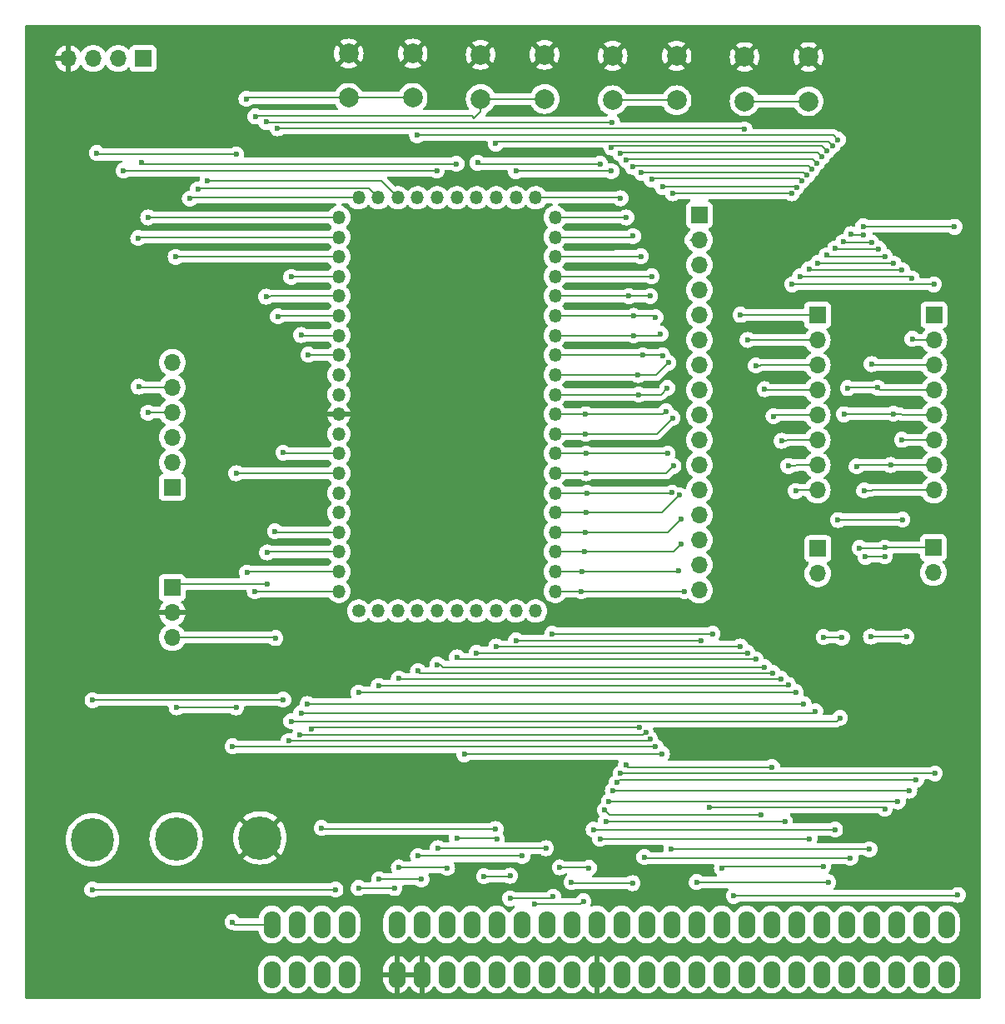
<source format=gbl>
%TF.GenerationSoftware,KiCad,Pcbnew,8.0.6-8.0.6-0~ubuntu22.04.1*%
%TF.CreationDate,2024-11-29T09:40:30+00:00*%
%TF.ProjectId,zx-spectrum-pico-dma,7a782d73-7065-4637-9472-756d2d706963,rev?*%
%TF.SameCoordinates,Original*%
%TF.FileFunction,Copper,L2,Bot*%
%TF.FilePolarity,Positive*%
%FSLAX46Y46*%
G04 Gerber Fmt 4.6, Leading zero omitted, Abs format (unit mm)*
G04 Created by KiCad (PCBNEW 8.0.6-8.0.6-0~ubuntu22.04.1) date 2024-11-29 09:40:30*
%MOMM*%
%LPD*%
G01*
G04 APERTURE LIST*
%TA.AperFunction,ComponentPad*%
%ADD10R,1.700000X1.700000*%
%TD*%
%TA.AperFunction,ComponentPad*%
%ADD11O,1.700000X1.700000*%
%TD*%
%TA.AperFunction,ComponentPad*%
%ADD12C,2.000000*%
%TD*%
%TA.AperFunction,ComponentPad*%
%ADD13C,4.400000*%
%TD*%
%TA.AperFunction,ComponentPad*%
%ADD14C,1.350000*%
%TD*%
%TA.AperFunction,ComponentPad*%
%ADD15O,1.350000X1.350000*%
%TD*%
%TA.AperFunction,ComponentPad*%
%ADD16O,1.727200X2.800000*%
%TD*%
%TA.AperFunction,ViaPad*%
%ADD17C,0.600000*%
%TD*%
%TA.AperFunction,Conductor*%
%ADD18C,0.200000*%
%TD*%
G04 APERTURE END LIST*
D10*
%TO.P,J108,1,Pin_1*%
%TO.N,/GPIO37*%
X67100000Y-100525000D03*
D11*
%TO.P,J108,2,Pin_2*%
%TO.N,/GPIO38*%
X67100000Y-97985000D03*
%TO.P,J108,3,Pin_3*%
%TO.N,/GPIO39*%
X67100000Y-95445000D03*
%TO.P,J108,4,Pin_4*%
%TO.N,/GPIO40*%
X67100000Y-92905000D03*
%TO.P,J108,5,Pin_5*%
%TO.N,/GPIO41*%
X67100000Y-90365000D03*
%TO.P,J108,6,Pin_6*%
%TO.N,/GPIO42*%
X67100000Y-87825000D03*
%TD*%
D10*
%TO.P,J105,1,Pin_1*%
%TO.N,ZXCLK*%
X144550000Y-83020000D03*
D11*
%TO.P,J105,2,Pin_2*%
%TO.N,ZXINT*%
X144550000Y-85560000D03*
%TO.P,J105,3,Pin_3*%
%TO.N,ZXIORQ*%
X144550000Y-88100000D03*
%TO.P,J105,4,Pin_4*%
%TO.N,ZXMREQ*%
X144550000Y-90640000D03*
%TO.P,J105,5,Pin_5*%
%TO.N,ZXWR*%
X144550000Y-93180000D03*
%TO.P,J105,6,Pin_6*%
%TO.N,ZXRD*%
X144550000Y-95720000D03*
%TO.P,J105,7,Pin_7*%
%TO.N,ZXBUSACK*%
X144550000Y-98260000D03*
%TO.P,J105,8,Pin_8*%
%TO.N,ZXBUSRQ*%
X144550000Y-100800000D03*
%TD*%
D12*
%TO.P,SW104,2,B*%
%TO.N,/BTN_USR2*%
X131800000Y-61299998D03*
X125300000Y-61299998D03*
%TO.P,SW104,1,A*%
%TO.N,GND*%
X131800000Y-56799998D03*
X125300000Y-56799998D03*
%TD*%
%TO.P,SW103,2,B*%
%TO.N,/BTN_USR1*%
X118383332Y-61183332D03*
X111883332Y-61183332D03*
%TO.P,SW103,1,A*%
%TO.N,GND*%
X118383332Y-56683332D03*
X111883332Y-56683332D03*
%TD*%
%TO.P,SW102,2,B*%
%TO.N,/BOOTSEL*%
X104966666Y-61066666D03*
X98466666Y-61066666D03*
%TO.P,SW102,1,A*%
%TO.N,GND*%
X104966666Y-56566666D03*
X98466666Y-56566666D03*
%TD*%
%TO.P,SW101,2,B*%
%TO.N,/~{RESET}*%
X91550000Y-60950000D03*
X85050000Y-60950000D03*
%TO.P,SW101,1,A*%
%TO.N,GND*%
X91550000Y-56450000D03*
X85050000Y-56450000D03*
%TD*%
D11*
%TO.P,J107,4,Pin_4*%
%TO.N,GND*%
X56520000Y-56950000D03*
%TO.P,J107,3,Pin_3*%
%TO.N,+3V3*%
X59060000Y-56950000D03*
%TO.P,J107,2,Pin_2*%
%TO.N,/I2C1_SCL*%
X61600000Y-56950000D03*
D10*
%TO.P,J107,1,Pin_1*%
%TO.N,/I2C1_SDA*%
X64140000Y-56950000D03*
%TD*%
D11*
%TO.P,J106,2,Pin_2*%
%TO.N,ZXRESET*%
X144500000Y-109200000D03*
D10*
%TO.P,J106,1,Pin_1*%
%TO.N,ZXROMCS*%
X144500000Y-106660000D03*
%TD*%
%TO.P,J104,1,Pin_1*%
%TO.N,ZXA15*%
X120700000Y-72850000D03*
D11*
%TO.P,J104,2,Pin_2*%
%TO.N,ZXA14*%
X120700000Y-75390000D03*
%TO.P,J104,3,Pin_3*%
%TO.N,ZXA13*%
X120700000Y-77930000D03*
%TO.P,J104,4,Pin_4*%
%TO.N,ZXA12*%
X120700000Y-80470000D03*
%TO.P,J104,5,Pin_5*%
%TO.N,ZXA11*%
X120700000Y-83010000D03*
%TO.P,J104,6,Pin_6*%
%TO.N,ZXA10*%
X120700000Y-85550000D03*
%TO.P,J104,7,Pin_7*%
%TO.N,ZXA9*%
X120700000Y-88090000D03*
%TO.P,J104,8,Pin_8*%
%TO.N,ZXA8*%
X120700000Y-90630000D03*
%TO.P,J104,9,Pin_9*%
%TO.N,ZXA7*%
X120700000Y-93170000D03*
%TO.P,J104,10,Pin_10*%
%TO.N,ZXA6*%
X120700000Y-95710000D03*
%TO.P,J104,11,Pin_11*%
%TO.N,ZXA5*%
X120700000Y-98250000D03*
%TO.P,J104,12,Pin_12*%
%TO.N,ZXA4*%
X120700000Y-100790000D03*
%TO.P,J104,13,Pin_13*%
%TO.N,ZXA3*%
X120700000Y-103330000D03*
%TO.P,J104,14,Pin_14*%
%TO.N,ZXA2*%
X120700000Y-105870000D03*
%TO.P,J104,15,Pin_15*%
%TO.N,ZXA1*%
X120700000Y-108410000D03*
%TO.P,J104,16,Pin_16*%
%TO.N,ZXA0*%
X120700000Y-110950000D03*
%TD*%
D10*
%TO.P,J103,1,Pin_1*%
%TO.N,ZXD7*%
X132700000Y-83030000D03*
D11*
%TO.P,J103,2,Pin_2*%
%TO.N,ZXD6*%
X132700000Y-85570000D03*
%TO.P,J103,3,Pin_3*%
%TO.N,ZXD5*%
X132700000Y-88110000D03*
%TO.P,J103,4,Pin_4*%
%TO.N,ZXD4*%
X132700000Y-90650000D03*
%TO.P,J103,5,Pin_5*%
%TO.N,ZXD3*%
X132700000Y-93190000D03*
%TO.P,J103,6,Pin_6*%
%TO.N,ZXD2*%
X132700000Y-95730000D03*
%TO.P,J103,7,Pin_7*%
%TO.N,ZXD1*%
X132700000Y-98270000D03*
%TO.P,J103,8,Pin_8*%
%TO.N,ZXD0*%
X132700000Y-100810000D03*
%TD*%
%TO.P,J102,2,Pin_2*%
%TO.N,/BLIPPER1*%
X132750000Y-109300000D03*
D10*
%TO.P,J102,1,Pin_1*%
%TO.N,/BLIPPER2*%
X132750000Y-106760000D03*
%TD*%
D11*
%TO.P,J101,3,Pin_3*%
%TO.N,/SWDIO*%
X67100000Y-115800000D03*
%TO.P,J101,2,Pin_2*%
%TO.N,GND*%
X67100000Y-113260000D03*
D10*
%TO.P,J101,1,Pin_1*%
%TO.N,/SWCLK*%
X67100000Y-110720000D03*
%TD*%
D13*
%TO.P,H103,1,1*%
%TO.N,GND*%
X76025000Y-136150000D03*
%TD*%
%TO.P,H102,1,1*%
%TO.N,+3V3*%
X67500000Y-136250000D03*
%TD*%
%TO.P,H101,1,1*%
%TO.N,+5V*%
X58975000Y-136350000D03*
%TD*%
D14*
%TO.P,U101,1,GPIO0*%
%TO.N,ZXD0*%
X86050000Y-113100000D03*
D15*
%TO.P,U101,2,GPIO1*%
%TO.N,ZXD1*%
X88050000Y-113100000D03*
%TO.P,U101,3,GPIO2*%
%TO.N,ZXD2*%
X90050000Y-113100000D03*
%TO.P,U101,4,GPIO3*%
%TO.N,ZXD3*%
X92050000Y-113100000D03*
%TO.P,U101,5,GPIO4*%
%TO.N,ZXD4*%
X94050000Y-113100000D03*
%TO.P,U101,6,GPIO5*%
%TO.N,ZXD5*%
X96050000Y-113100000D03*
%TO.P,U101,7,GPIO6*%
%TO.N,ZXD6*%
X98050000Y-113100000D03*
%TO.P,U101,8,GPIO7*%
%TO.N,ZXD7*%
X100050000Y-113100000D03*
%TO.P,U101,9,GPIO8*%
%TO.N,ZXA0*%
X102050000Y-113100000D03*
%TO.P,U101,10,GPIO9*%
%TO.N,ZXA1*%
X104050000Y-113100000D03*
%TO.P,U101,11,GPIO10*%
%TO.N,ZXA2*%
X106050000Y-111100000D03*
%TO.P,U101,12,GPIO11*%
%TO.N,ZXA3*%
X106050000Y-109100000D03*
%TO.P,U101,13,GPIO12*%
%TO.N,ZXA4*%
X106050000Y-107100000D03*
%TO.P,U101,14,GPIO13*%
%TO.N,ZXA5*%
X106050000Y-105100000D03*
%TO.P,U101,15,GPIO14*%
%TO.N,ZXA6*%
X106050000Y-103100000D03*
%TO.P,U101,16,GPIO15*%
%TO.N,ZXA7*%
X106050000Y-101100000D03*
%TO.P,U101,17,GPIO16*%
%TO.N,ZXA8*%
X106050000Y-99100000D03*
%TO.P,U101,18,GPIO17*%
%TO.N,ZXA9*%
X106050000Y-97100000D03*
%TO.P,U101,19,GPIO18*%
%TO.N,ZXA10*%
X106050000Y-95100000D03*
%TO.P,U101,20,GPIO19*%
%TO.N,ZXA11*%
X106050000Y-93100000D03*
%TO.P,U101,21,GPIO20*%
%TO.N,ZXA12*%
X106050000Y-91100000D03*
%TO.P,U101,22,GPIO21*%
%TO.N,ZXA13*%
X106050000Y-89100000D03*
%TO.P,U101,23,GPIO22*%
%TO.N,ZXA14*%
X106050000Y-87100000D03*
%TO.P,U101,24,GPIO23*%
%TO.N,ZXA15*%
X106050000Y-85100000D03*
%TO.P,U101,25,GPIO24*%
%TO.N,ZXCLK*%
X106050000Y-83100000D03*
%TO.P,U101,26,GPIO25*%
%TO.N,ZXINT*%
X106050000Y-81100000D03*
%TO.P,U101,27,GPIO26*%
%TO.N,ZXRD*%
X106050000Y-79100000D03*
%TO.P,U101,28,GPIO27*%
%TO.N,ZXWR*%
X106050000Y-77100000D03*
%TO.P,U101,29,GPIO28*%
%TO.N,ZXROMCS*%
X106050000Y-75100000D03*
%TO.P,U101,30,GPIO29*%
%TO.N,ZXMREQ*%
X106050000Y-73100000D03*
%TO.P,U101,31,GND*%
%TO.N,GND*%
X84050000Y-93100000D03*
%TO.P,U101,32,VBAT*%
%TO.N,unconnected-(U101A-VBAT-Pad32)_1*%
X84050000Y-95100000D03*
%TO.P,U101,33,5V*%
%TO.N,+5V*%
X84050000Y-97100000D03*
%TO.P,U101,34,3.3V*%
%TO.N,+3V3*%
X84050000Y-99100000D03*
%TO.P,U101,35,USB_D-*%
%TO.N,unconnected-(U101A-USB_D--Pad35)*%
X84050000Y-101100000D03*
%TO.P,U101,36,USB_D+*%
%TO.N,unconnected-(U101A-USB_D+-Pad36)*%
X84050000Y-103100000D03*
%TO.P,U101,37,SWDIO*%
%TO.N,/SWDIO*%
X84050000Y-105100000D03*
%TO.P,U101,38,SWCLK*%
%TO.N,/SWCLK*%
X84050000Y-107100000D03*
%TO.P,U101,39,~{RESET}*%
%TO.N,/~{RESET}*%
X84050000Y-109100000D03*
%TO.P,U101,40,BOOTSEL*%
%TO.N,/BOOTSEL*%
X84050000Y-111100000D03*
%TO.P,U101,41,GPIO30*%
%TO.N,ZXIORQ*%
X104050000Y-71100000D03*
%TO.P,U101,42,GPIO31*%
%TO.N,ZXBUSRQ*%
X102050000Y-71100000D03*
%TO.P,U101,43,GPIO32*%
%TO.N,ZXBUSACK*%
X100050000Y-71100000D03*
%TO.P,U101,44,GPIO33*%
%TO.N,ZXWAIT*%
X98050000Y-71100000D03*
%TO.P,U101,45,GPIO34*%
%TO.N,/I2C1_SDA*%
X96050000Y-71100000D03*
%TO.P,U101,46,GPIO35*%
%TO.N,/I2C1_SCL*%
X94050000Y-71100000D03*
%TO.P,U101,47,GPIO36*%
%TO.N,ZXRESET*%
X92050000Y-71100000D03*
%TO.P,U101,48,GPIO37*%
%TO.N,/GPIO37*%
X90050000Y-71100000D03*
%TO.P,U101,49,GPIO38*%
%TO.N,/GPIO38*%
X88050000Y-71100000D03*
%TO.P,U101,50,GPIO39*%
%TO.N,/GPIO39*%
X86050000Y-71100000D03*
%TO.P,U101,51,GPIO40*%
%TO.N,/GPIO40*%
X84050000Y-73100000D03*
%TO.P,U101,52,GPIO41*%
%TO.N,/GPIO41*%
X84050000Y-75100000D03*
%TO.P,U101,53,GPIO42*%
%TO.N,/GPIO42*%
X84050000Y-77100000D03*
%TO.P,U101,54,GPIO43*%
%TO.N,/RESET_Z80*%
X84050000Y-79100000D03*
%TO.P,U101,55,GPIO44*%
%TO.N,/BTN_USR1*%
X84050000Y-81100000D03*
%TO.P,U101,56,GPIO45*%
%TO.N,/BTN_USR2*%
X84050000Y-83100000D03*
%TO.P,U101,57,GPIO46*%
%TO.N,/BLIPPER1*%
X84050000Y-85100000D03*
%TO.P,U101,58,GPIO47*%
%TO.N,/BLIPPER2*%
X84050000Y-87100000D03*
%TO.P,U101,59,BAT_STAT*%
%TO.N,unconnected-(U101A-BAT_STAT-Pad59)*%
X84050000Y-89100000D03*
%TO.P,U101,60,LDO_EN*%
%TO.N,unconnected-(U101A-LDO_EN-Pad60)_1*%
X84050000Y-91100000D03*
%TD*%
D16*
%TO.P,Z101,A1,A15*%
%TO.N,ZXA15*%
X77242000Y-144948000D03*
%TO.P,Z101,A2,A13*%
%TO.N,ZXA13*%
X79782000Y-144948000D03*
%TO.P,Z101,A3,D7*%
%TO.N,ZXD7*%
X82322000Y-144948000D03*
%TO.P,Z101,A4,NC*%
%TO.N,unconnected-(Z101-NC-PadA4)*%
X84862000Y-144948000D03*
%TO.P,Z101,A6,D0*%
%TO.N,ZXD0*%
X89942000Y-144948000D03*
%TO.P,Z101,A7,D1*%
%TO.N,ZXD1*%
X92482000Y-144948000D03*
%TO.P,Z101,A8,D2*%
%TO.N,ZXD2*%
X95022000Y-144948000D03*
%TO.P,Z101,A9,D6*%
%TO.N,ZXD6*%
X97562000Y-144948000D03*
%TO.P,Z101,A10,D5*%
%TO.N,ZXD5*%
X100102000Y-144948000D03*
%TO.P,Z101,A11,D3*%
%TO.N,ZXD3*%
X102642000Y-144948000D03*
%TO.P,Z101,A12,D4*%
%TO.N,ZXD4*%
X105182000Y-144948000D03*
%TO.P,Z101,A13,~{INT}*%
%TO.N,ZXINT*%
X107722000Y-144948000D03*
%TO.P,Z101,A14,~{NMI}*%
%TO.N,unconnected-(Z101-~{NMI}-PadA14)*%
X110262000Y-144948000D03*
%TO.P,Z101,A15,~{HALT}*%
%TO.N,unconnected-(Z101-~{HALT}-PadA15)*%
X112802000Y-144948000D03*
%TO.P,Z101,A16,~{MREQ}*%
%TO.N,ZXMREQ*%
X115342000Y-144948000D03*
%TO.P,Z101,A17,~{IORQ}*%
%TO.N,ZXIORQ*%
X117882000Y-144948000D03*
%TO.P,Z101,A18,~{RD}*%
%TO.N,ZXRD*%
X120422000Y-144948000D03*
%TO.P,Z101,A19,~{WR}*%
%TO.N,ZXWR*%
X122962000Y-144948000D03*
%TO.P,Z101,A20,-5V*%
%TO.N,unconnected-(Z101--5V-PadA20)*%
X125502000Y-144948000D03*
%TO.P,Z101,A21,~{WAIT}*%
%TO.N,ZXWAIT*%
X128042000Y-144948000D03*
%TO.P,Z101,A22,+12V*%
%TO.N,unconnected-(Z101-+12V-PadA22)*%
X130582000Y-144948000D03*
%TO.P,Z101,A23,+12VAC*%
%TO.N,unconnected-(Z101-+12VAC-PadA23)*%
X133122000Y-144948000D03*
%TO.P,Z101,A24,~{M1}*%
%TO.N,unconnected-(Z101-~{M1}-PadA24)*%
X135662000Y-144948000D03*
%TO.P,Z101,A25,~{RFSH}*%
%TO.N,unconnected-(Z101-~{RFSH}-PadA25)*%
X138202000Y-144948000D03*
%TO.P,Z101,A26,A8*%
%TO.N,ZXA8*%
X140742000Y-144948000D03*
%TO.P,Z101,A27,A10*%
%TO.N,ZXA10*%
X143282000Y-144948000D03*
%TO.P,Z101,A28,NC*%
%TO.N,unconnected-(Z101-NC-PadA28)*%
X145822000Y-144948000D03*
%TO.P,Z101,B1,A14*%
%TO.N,ZXA14*%
X77242000Y-150028000D03*
%TO.P,Z101,B2,A12*%
%TO.N,ZXA12*%
X79782000Y-150028000D03*
%TO.P,Z101,B3,+5v*%
%TO.N,+5V*%
X82322000Y-150028000D03*
%TO.P,Z101,B4,+9V*%
%TO.N,unconnected-(Z101-+9V-PadB4)*%
X84862000Y-150028000D03*
%TO.P,Z101,B6,GND*%
%TO.N,GND*%
X89942000Y-150028000D03*
%TO.P,Z101,B7,GND*%
X92482000Y-150028000D03*
%TO.P,Z101,B8,CLK*%
%TO.N,ZXCLK*%
X95022000Y-150028000D03*
%TO.P,Z101,B9,A0*%
%TO.N,ZXA0*%
X97562000Y-150028000D03*
%TO.P,Z101,B10,A1*%
%TO.N,ZXA1*%
X100102000Y-150028000D03*
%TO.P,Z101,B11,A2*%
%TO.N,ZXA2*%
X102642000Y-150028000D03*
%TO.P,Z101,B12,A3*%
%TO.N,ZXA3*%
X105182000Y-150028000D03*
%TO.P,Z101,B13,~{IORQGE}*%
%TO.N,unconnected-(Z101-~{IORQGE}-PadB13)*%
X107722000Y-150028000D03*
%TO.P,Z101,B14,GND*%
%TO.N,GND*%
X110262000Y-150028000D03*
%TO.P,Z101,B15,VIDEO*%
%TO.N,unconnected-(Z101-VIDEO-PadB15)*%
X112802000Y-150028000D03*
%TO.P,Z101,B16,Y*%
%TO.N,unconnected-(Z101-Y-PadB16)*%
X115342000Y-150028000D03*
%TO.P,Z101,B17,V*%
%TO.N,unconnected-(Z101-V-PadB17)*%
X117882000Y-150028000D03*
%TO.P,Z101,B18,U*%
%TO.N,unconnected-(Z101-U-PadB18)*%
X120422000Y-150028000D03*
%TO.P,Z101,B19,~{BUSRQ}*%
%TO.N,ZXBUSRQ*%
X122962000Y-150028000D03*
%TO.P,Z101,B20,~{RESET}*%
%TO.N,ZXRESET*%
X125502000Y-150028000D03*
%TO.P,Z101,B21,A7*%
%TO.N,ZXA7*%
X128042000Y-150028000D03*
%TO.P,Z101,B22,A6*%
%TO.N,ZXA6*%
X130582000Y-150028000D03*
%TO.P,Z101,B23,A5*%
%TO.N,ZXA5*%
X133122000Y-150028000D03*
%TO.P,Z101,B24,A4*%
%TO.N,ZXA4*%
X135662000Y-150028000D03*
%TO.P,Z101,B25,~{ROMCS}*%
%TO.N,ZXROMCS*%
X138202000Y-150028000D03*
%TO.P,Z101,B26,~{BUSACK}*%
%TO.N,ZXBUSACK*%
X140742000Y-150028000D03*
%TO.P,Z101,B27,A9*%
%TO.N,ZXA9*%
X143282000Y-150028000D03*
%TO.P,Z101,B28,A11*%
%TO.N,ZXA11*%
X145822000Y-150028000D03*
%TD*%
D17*
%TO.N,+5V*%
X83698400Y-141400000D03*
%TO.N,ZXRESET*%
X124200000Y-142050000D03*
%TO.N,ZXA3*%
X106500000Y-139150000D03*
X109485600Y-139200000D03*
%TO.N,ZXA2*%
X103950000Y-142900000D03*
X108900000Y-142600000D03*
%TO.N,ZXA1*%
X101450000Y-142300000D03*
X105850000Y-142150000D03*
%TO.N,ZXA0*%
X98800000Y-140050000D03*
%TO.N,/GPIO40*%
X64650000Y-92950000D03*
X64650000Y-73100000D03*
%TO.N,/GPIO41*%
X63700000Y-90300000D03*
X63650000Y-75200000D03*
%TO.N,/GPIO42*%
X67450000Y-77100000D03*
%TO.N,/SWCLK*%
X76750000Y-107150000D03*
X76800000Y-110350000D03*
%TO.N,/SWDIO*%
X77550000Y-105000000D03*
X77600000Y-115850000D03*
%TO.N,+5V*%
X78400000Y-97000000D03*
X59000000Y-122150000D03*
X78400000Y-122100000D03*
X58975000Y-141400000D03*
%TO.N,+3V3*%
X67550000Y-122900000D03*
X73600000Y-122900000D03*
X59450000Y-66550000D03*
X73600000Y-99100000D03*
X73600000Y-66700000D03*
%TO.N,/~{RESET}*%
X74700000Y-109200000D03*
X74650000Y-61050000D03*
%TO.N,/BOOTSEL*%
X75500000Y-111100000D03*
X75550000Y-62850000D03*
%TO.N,/BTN_USR1*%
X76650000Y-63400000D03*
X111850000Y-63450000D03*
X76650000Y-81150000D03*
%TO.N,/BTN_USR2*%
X77850000Y-83150000D03*
X125300000Y-64150000D03*
X77800000Y-64050000D03*
%TO.N,/I2C1_SDA*%
X63950000Y-67550000D03*
X96000000Y-67650000D03*
%TO.N,/I2C1_SCL*%
X62150000Y-68350000D03*
X94000000Y-68350000D03*
%TO.N,/GPIO37*%
X70700000Y-69400000D03*
%TO.N,/GPIO38*%
X69700000Y-70250000D03*
%TO.N,/GPIO39*%
X68900000Y-71200000D03*
%TO.N,ZXRD*%
X120422000Y-140650000D03*
X133800000Y-140650000D03*
X134800000Y-103850000D03*
X141350000Y-103800000D03*
%TO.N,ZXBUSACK*%
X140150000Y-98260000D03*
%TO.N,ZXWR*%
X123000000Y-139200000D03*
X133350000Y-115750000D03*
X135200000Y-115800000D03*
X135400000Y-93100000D03*
X133300000Y-139050000D03*
%TO.N,ZXMREQ*%
X136050000Y-138200000D03*
X135800000Y-90450000D03*
X115100000Y-138100000D03*
%TO.N,ZXIORQ*%
X138000000Y-137300000D03*
X117850000Y-137250000D03*
%TO.N,ZXBUSRQ*%
X137600000Y-107600000D03*
X139550000Y-107550000D03*
%TO.N,ZXINT*%
X107700000Y-140650000D03*
X113900000Y-140750000D03*
X113550000Y-81100000D03*
%TO.N,ZXCLK*%
X116900000Y-127600000D03*
X96800000Y-127650000D03*
X114000000Y-83100000D03*
%TO.N,ZXA15*%
X116250000Y-126900000D03*
X73250000Y-126850000D03*
X73250000Y-144700000D03*
X114000000Y-85100000D03*
%TO.N,ZXA14*%
X78950000Y-126300000D03*
X115700000Y-126100000D03*
X114950000Y-87100000D03*
%TO.N,ZXA13*%
X80100000Y-125650000D03*
X115250000Y-125400000D03*
X114485852Y-89111590D03*
%TO.N,ZXA12*%
X81250000Y-125100000D03*
X114625499Y-124900000D03*
X114550000Y-91100000D03*
%TO.N,ZXWAIT*%
X98150000Y-67550000D03*
X128100000Y-128950000D03*
X110600000Y-67650000D03*
X113250000Y-128750000D03*
%TO.N,ZXBUSRQ*%
X139550000Y-133200000D03*
X121750000Y-133050000D03*
%TO.N,ZXRESET*%
X146985600Y-141950000D03*
%TO.N,ZXROMCS*%
X137000000Y-106700000D03*
%TO.N,ZXA11*%
X144650000Y-129600000D03*
X112700000Y-129600000D03*
X109150000Y-93100000D03*
%TO.N,ZXA10*%
X142750000Y-130250000D03*
X112300000Y-130549997D03*
X109150000Y-95100000D03*
%TO.N,ZXA9*%
X142050000Y-131350000D03*
X111900000Y-131350000D03*
X109200000Y-97100000D03*
%TO.N,ZXA8*%
X140900000Y-132450000D03*
X111500000Y-132450000D03*
X109200000Y-99100000D03*
%TO.N,ZXA7*%
X126950000Y-133800000D03*
X111100000Y-133325735D03*
X109250000Y-101100000D03*
%TO.N,ZXA6*%
X129400000Y-134450000D03*
X111200000Y-134450000D03*
X109200000Y-103100000D03*
%TO.N,ZXA5*%
X131900000Y-136250000D03*
X110600000Y-136250000D03*
X109100000Y-105100000D03*
%TO.N,ZXA4*%
X134500000Y-135300000D03*
X109950000Y-135300000D03*
X109000000Y-107100000D03*
%TO.N,ZXA3*%
X108800000Y-109100000D03*
%TO.N,ZXA2*%
X108700000Y-111100000D03*
%TO.N,ZXA0*%
X101450000Y-140000000D03*
%TO.N,ZXD7*%
X82300000Y-135150000D03*
X100000000Y-135250000D03*
%TO.N,ZXD5*%
X100100000Y-136250000D03*
X96050000Y-136200000D03*
%TO.N,ZXD4*%
X105100000Y-137200000D03*
X94100000Y-137200000D03*
%TO.N,ZXD3*%
X102700000Y-138000000D03*
X92100000Y-138000000D03*
%TO.N,ZXD2*%
X95050000Y-139200000D03*
X90150000Y-139150000D03*
%TO.N,ZXD1*%
X92450000Y-140350000D03*
X88150000Y-140350000D03*
%TO.N,ZXD0*%
X89700000Y-141250000D03*
X86050000Y-141250000D03*
%TO.N,GND*%
X141700000Y-120150000D03*
%TO.N,/RESET_Z80*%
X135000000Y-123950000D03*
X79200000Y-79150000D03*
X79200000Y-124300000D03*
%TO.N,Net-(Q101-B)*%
X138150000Y-115700000D03*
X141750000Y-115700000D03*
%TO.N,ZXRESET*%
X137350000Y-74000000D03*
X134800000Y-65200000D03*
X146650000Y-74050000D03*
X92000000Y-64750000D03*
%TO.N,ZXBUSACK*%
X100000000Y-65600000D03*
X134257186Y-65793033D03*
X136700000Y-98400000D03*
%TO.N,ZXBUSRQ*%
X133682834Y-66349920D03*
X136150000Y-74800000D03*
%TO.N,ZXIORQ*%
X133172742Y-66966208D03*
X135350000Y-75600000D03*
%TO.N,ZXMREQ*%
X132648295Y-67570327D03*
X134500000Y-76250000D03*
%TO.N,ZXROMCS*%
X132165026Y-68207865D03*
X133650000Y-76950000D03*
%TO.N,ZXWR*%
X131661763Y-68829741D03*
X132750000Y-77750000D03*
%TO.N,ZXRD*%
X131117154Y-69415748D03*
X131850000Y-78350000D03*
%TO.N,ZXINT*%
X130591154Y-70018516D03*
X130950000Y-79100000D03*
%TO.N,ZXCLK*%
X130100000Y-70650000D03*
X130150000Y-79900000D03*
%TO.N,ZXBUSRQ*%
X102050000Y-68400000D03*
X137450000Y-100850000D03*
X137350000Y-74900000D03*
X111750000Y-68400000D03*
X111750000Y-66000000D03*
%TO.N,ZXIORQ*%
X138200000Y-75650000D03*
X112700000Y-71150000D03*
X138200000Y-88000000D03*
X112650000Y-66600000D03*
%TO.N,ZXMREQ*%
X138950000Y-76300000D03*
X113300000Y-73100000D03*
X138850000Y-90400000D03*
X113300000Y-67300000D03*
%TO.N,ZXROMCS*%
X139550000Y-77050000D03*
X139550000Y-106650000D03*
X113950000Y-75000000D03*
X113900000Y-67950000D03*
%TO.N,ZXWR*%
X114800000Y-68550000D03*
X140450000Y-93050000D03*
X140450000Y-77800000D03*
X114750000Y-77050000D03*
%TO.N,ZXRD*%
X141300000Y-95700000D03*
X141300000Y-78450000D03*
X115850000Y-69250000D03*
X115850000Y-79100000D03*
%TO.N,ZXINT*%
X142300000Y-79300000D03*
X115700000Y-81100000D03*
X142350000Y-85450000D03*
X116950000Y-70000000D03*
%TO.N,ZXCLK*%
X144550000Y-79900000D03*
X118000000Y-70650000D03*
X116250000Y-83250000D03*
%TO.N,ZXA15*%
X116767231Y-84934239D03*
%TO.N,ZXA13*%
X117550000Y-87875735D03*
%TO.N,ZXA12*%
X117450000Y-90425735D03*
%TO.N,ZXA11*%
X117300000Y-92800000D03*
%TO.N,ZXA10*%
X117975735Y-93475735D03*
%TO.N,ZXA9*%
X117475735Y-97100000D03*
%TO.N,ZXA8*%
X118075735Y-98375735D03*
%TO.N,ZXA7*%
X117948732Y-101062937D03*
%TO.N,ZXA6*%
X118700000Y-101337892D03*
%TO.N,ZXA5*%
X118850000Y-103732892D03*
%TO.N,ZXA4*%
X118850000Y-106302892D03*
%TO.N,ZXA3*%
X118600000Y-109000000D03*
%TO.N,ZXA2*%
X119200000Y-111100000D03*
%TO.N,ZXA1*%
X122050000Y-115400000D03*
X105750000Y-115400000D03*
%TO.N,ZXA0*%
X120850000Y-116100000D03*
X102050000Y-116100000D03*
%TO.N,/BLIPPER1*%
X80200000Y-123450000D03*
X80200000Y-85050000D03*
X132500000Y-123300000D03*
%TO.N,/BLIPPER2*%
X80950000Y-87050000D03*
X80850000Y-122550000D03*
X131300000Y-122550000D03*
%TO.N,ZXD0*%
X130500000Y-100900000D03*
X86050000Y-121400000D03*
X130500000Y-121350000D03*
%TO.N,ZXD1*%
X129750000Y-120600000D03*
X88100000Y-120700000D03*
X129750000Y-98350000D03*
%TO.N,ZXD2*%
X129050000Y-95800000D03*
X129000000Y-120000000D03*
X90150000Y-119950000D03*
%TO.N,ZXD3*%
X92100000Y-119200000D03*
X128200000Y-119400000D03*
X128250000Y-93300000D03*
%TO.N,ZXD4*%
X127350000Y-90550000D03*
X94050000Y-118550000D03*
X127350000Y-118800000D03*
%TO.N,ZXD5*%
X126450000Y-88150000D03*
X96050000Y-117800000D03*
X126450000Y-118000000D03*
%TO.N,ZXD6*%
X125600000Y-85550000D03*
X98050000Y-117350000D03*
X125600000Y-117350000D03*
%TO.N,ZXD7*%
X124900000Y-83000000D03*
X124900000Y-116700000D03*
X100050000Y-116700000D03*
%TO.N,GND*%
X138250000Y-62900000D03*
X138250000Y-55050000D03*
X147900000Y-54850000D03*
X147650000Y-62850000D03*
%TO.N,ZXA14*%
X116950000Y-87150000D03*
%TD*%
D18*
%TO.N,+3V3*%
X67550000Y-122900000D02*
X73600000Y-122900000D01*
%TO.N,+5V*%
X83698400Y-141400000D02*
X58975000Y-141400000D01*
%TO.N,ZXRESET*%
X124200000Y-142050000D02*
X146885600Y-142050000D01*
X146885600Y-142050000D02*
X146985600Y-141950000D01*
%TO.N,ZXBUSRQ*%
X139400000Y-133050000D02*
X139550000Y-133200000D01*
X121750000Y-133050000D02*
X139400000Y-133050000D01*
%TO.N,ZXA3*%
X106500000Y-139150000D02*
X109435600Y-139150000D01*
X109435600Y-139150000D02*
X109485600Y-139200000D01*
%TO.N,ZXA2*%
X103950000Y-142900000D02*
X108600000Y-142900000D01*
X108600000Y-142900000D02*
X108900000Y-142600000D01*
%TO.N,ZXA1*%
X101450000Y-142300000D02*
X105700000Y-142300000D01*
X105700000Y-142300000D02*
X105850000Y-142150000D01*
%TO.N,ZXA0*%
X98800000Y-140050000D02*
X101400000Y-140050000D01*
X101400000Y-140050000D02*
X101450000Y-140000000D01*
%TO.N,ZXRD*%
X120422000Y-140650000D02*
X133800000Y-140650000D01*
%TO.N,/GPIO40*%
X84050000Y-73100000D02*
X64650000Y-73100000D01*
X64695000Y-92905000D02*
X67100000Y-92905000D01*
X64650000Y-92950000D02*
X64695000Y-92905000D01*
%TO.N,/GPIO41*%
X84050000Y-75100000D02*
X63750000Y-75100000D01*
X63750000Y-75100000D02*
X63650000Y-75200000D01*
X63765000Y-90365000D02*
X67100000Y-90365000D01*
X63700000Y-90300000D02*
X63765000Y-90365000D01*
%TO.N,/GPIO42*%
X84050000Y-77100000D02*
X67450000Y-77100000D01*
%TO.N,/SWCLK*%
X67100000Y-110720000D02*
X67470000Y-110350000D01*
X67470000Y-110350000D02*
X76800000Y-110350000D01*
X76750000Y-107150000D02*
X76800000Y-107100000D01*
X76800000Y-107100000D02*
X84050000Y-107100000D01*
%TO.N,/SWDIO*%
X67100000Y-115800000D02*
X77550000Y-115800000D01*
X77550000Y-115800000D02*
X77600000Y-115850000D01*
X77550000Y-105000000D02*
X77650000Y-105100000D01*
X77650000Y-105100000D02*
X84050000Y-105100000D01*
%TO.N,+5V*%
X59000000Y-122150000D02*
X78350000Y-122150000D01*
X78500000Y-97100000D02*
X84050000Y-97100000D01*
X78350000Y-122150000D02*
X78400000Y-122100000D01*
X78400000Y-97000000D02*
X78500000Y-97100000D01*
%TO.N,+3V3*%
X73600000Y-66700000D02*
X59600000Y-66700000D01*
X59600000Y-66700000D02*
X59450000Y-66550000D01*
X84050000Y-99100000D02*
X73600000Y-99100000D01*
%TO.N,/~{RESET}*%
X85050000Y-60950000D02*
X74750000Y-60950000D01*
X74750000Y-60950000D02*
X74650000Y-61050000D01*
X74700000Y-109200000D02*
X74800000Y-109100000D01*
X74800000Y-109100000D02*
X84050000Y-109100000D01*
%TO.N,/BOOTSEL*%
X98466666Y-62333334D02*
X97800000Y-63000000D01*
X97600000Y-62800000D02*
X75600000Y-62800000D01*
X75600000Y-62800000D02*
X75550000Y-62850000D01*
X98466666Y-61066666D02*
X98466666Y-62333334D01*
X97800000Y-63000000D02*
X97600000Y-62800000D01*
X75500000Y-111100000D02*
X84050000Y-111100000D01*
%TO.N,/BTN_USR1*%
X76700000Y-63450000D02*
X76650000Y-63400000D01*
X111850000Y-63450000D02*
X76700000Y-63450000D01*
X77100000Y-81100000D02*
X84050000Y-81100000D01*
X76650000Y-81150000D02*
X77050000Y-81150000D01*
X77050000Y-81150000D02*
X77100000Y-81100000D01*
%TO.N,/BTN_USR2*%
X125300000Y-64150000D02*
X125200000Y-64050000D01*
X77900000Y-83100000D02*
X84050000Y-83100000D01*
X125200000Y-64050000D02*
X77800000Y-64050000D01*
X77850000Y-83150000D02*
X77900000Y-83100000D01*
%TO.N,/I2C1_SDA*%
X64050000Y-67650000D02*
X63950000Y-67550000D01*
X96000000Y-67650000D02*
X64050000Y-67650000D01*
%TO.N,/I2C1_SCL*%
X94000000Y-68350000D02*
X62150000Y-68350000D01*
%TO.N,/GPIO37*%
X88350000Y-69400000D02*
X70700000Y-69400000D01*
X90050000Y-71100000D02*
X88350000Y-69400000D01*
%TO.N,/GPIO38*%
X69825000Y-70125000D02*
X69700000Y-70250000D01*
X87075000Y-70125000D02*
X69825000Y-70125000D01*
X88050000Y-71100000D02*
X87075000Y-70125000D01*
%TO.N,/GPIO39*%
X69000000Y-71100000D02*
X68900000Y-71200000D01*
X86050000Y-71100000D02*
X69000000Y-71100000D01*
%TO.N,/~{RESET}*%
X91550000Y-60950000D02*
X85050000Y-60950000D01*
%TO.N,/BOOTSEL*%
X104966666Y-61066666D02*
X98466666Y-61066666D01*
%TO.N,/BTN_USR1*%
X118383332Y-61183332D02*
X111883332Y-61183332D01*
%TO.N,/BTN_USR2*%
X131800000Y-61299998D02*
X125300000Y-61299998D01*
%TO.N,ZXRD*%
X134850000Y-103800000D02*
X134800000Y-103850000D01*
X141350000Y-103800000D02*
X134850000Y-103800000D01*
%TO.N,ZXBUSACK*%
X136840000Y-98260000D02*
X140150000Y-98260000D01*
X140150000Y-98260000D02*
X144550000Y-98260000D01*
%TO.N,ZXWR*%
X123150000Y-139050000D02*
X123000000Y-139200000D01*
X133300000Y-139050000D02*
X123150000Y-139050000D01*
X133300000Y-139050000D02*
X133400000Y-138950000D01*
X140450000Y-93050000D02*
X135450000Y-93050000D01*
X133400000Y-115800000D02*
X133350000Y-115750000D01*
X135450000Y-93050000D02*
X135400000Y-93100000D01*
X135200000Y-115800000D02*
X133400000Y-115800000D01*
%TO.N,ZXMREQ*%
X135850000Y-90400000D02*
X135800000Y-90450000D01*
X115200000Y-138200000D02*
X115100000Y-138100000D01*
X138850000Y-90400000D02*
X135850000Y-90400000D01*
X136050000Y-138200000D02*
X115200000Y-138200000D01*
%TO.N,ZXIORQ*%
X117900000Y-137300000D02*
X117850000Y-137250000D01*
X138000000Y-137300000D02*
X117900000Y-137300000D01*
%TO.N,ZXBUSRQ*%
X137650000Y-107550000D02*
X137600000Y-107600000D01*
X139550000Y-107550000D02*
X137650000Y-107550000D01*
%TO.N,ZXINT*%
X107800000Y-140750000D02*
X107700000Y-140650000D01*
X113900000Y-140750000D02*
X107800000Y-140750000D01*
%TO.N,ZXA12*%
X114625499Y-124900000D02*
X114575499Y-124950000D01*
X81400000Y-124950000D02*
X81250000Y-125100000D01*
X114575499Y-124950000D02*
X81400000Y-124950000D01*
%TO.N,ZXA13*%
X115250000Y-125400000D02*
X114950000Y-125700000D01*
X114950000Y-125700000D02*
X80150000Y-125700000D01*
X80150000Y-125700000D02*
X80100000Y-125650000D01*
%TO.N,ZXA14*%
X115700000Y-126100000D02*
X115550000Y-126250000D01*
X115550000Y-126250000D02*
X79000000Y-126250000D01*
X79000000Y-126250000D02*
X78950000Y-126300000D01*
%TO.N,ZXA15*%
X116250000Y-126900000D02*
X73300000Y-126900000D01*
X73300000Y-126900000D02*
X73250000Y-126850000D01*
%TO.N,ZXCLK*%
X116850000Y-127650000D02*
X96800000Y-127650000D01*
X116900000Y-127600000D02*
X116850000Y-127650000D01*
%TO.N,ZXINT*%
X113550000Y-81100000D02*
X106050000Y-81100000D01*
%TO.N,ZXA12*%
X114550000Y-91100000D02*
X106050000Y-91100000D01*
X116775735Y-91100000D02*
X117450000Y-90425735D01*
X114550000Y-91100000D02*
X116775735Y-91100000D01*
%TO.N,ZXA13*%
X114485852Y-89111590D02*
X114474262Y-89100000D01*
X114474262Y-89100000D02*
X106050000Y-89100000D01*
X114485852Y-89111590D02*
X116314145Y-89111590D01*
X116314145Y-89111590D02*
X117550000Y-87875735D01*
%TO.N,ZXA14*%
X114950000Y-87100000D02*
X106050000Y-87100000D01*
X114950000Y-87100000D02*
X116900000Y-87100000D01*
X116900000Y-87100000D02*
X116950000Y-87150000D01*
%TO.N,ZXCLK*%
X114000000Y-83100000D02*
X106050000Y-83100000D01*
%TO.N,ZXA15*%
X73250000Y-144700000D02*
X73498000Y-144948000D01*
X73498000Y-144948000D02*
X77242000Y-144948000D01*
X114000000Y-85100000D02*
X106050000Y-85100000D01*
%TO.N,ZXWAIT*%
X128100000Y-128950000D02*
X113450000Y-128950000D01*
X110600000Y-67650000D02*
X98250000Y-67650000D01*
X98250000Y-67650000D02*
X98150000Y-67550000D01*
X113450000Y-128950000D02*
X113250000Y-128750000D01*
%TO.N,ZXA7*%
X111574265Y-133800000D02*
X111100000Y-133325735D01*
X126950000Y-133800000D02*
X111574265Y-133800000D01*
%TO.N,ZXROMCS*%
X137000000Y-106700000D02*
X139500000Y-106700000D01*
X139500000Y-106700000D02*
X139550000Y-106650000D01*
%TO.N,ZXA11*%
X112700000Y-129600000D02*
X144650000Y-129600000D01*
X109150000Y-93100000D02*
X106050000Y-93100000D01*
%TO.N,ZXA10*%
X142750000Y-130250000D02*
X112599997Y-130250000D01*
X112599997Y-130250000D02*
X112300000Y-130549997D01*
%TO.N,ZXA9*%
X142050000Y-131350000D02*
X111900000Y-131350000D01*
%TO.N,ZXA10*%
X109150000Y-95100000D02*
X106050000Y-95100000D01*
%TO.N,ZXA9*%
X109200000Y-97100000D02*
X106050000Y-97100000D01*
%TO.N,ZXA8*%
X111500000Y-132450000D02*
X140900000Y-132450000D01*
X109200000Y-99100000D02*
X117351470Y-99100000D01*
%TO.N,ZXA7*%
X109250000Y-101100000D02*
X117911669Y-101100000D01*
%TO.N,ZXA6*%
X109200000Y-103100000D02*
X116937892Y-103100000D01*
X116937892Y-103100000D02*
X118700000Y-101337892D01*
X109200000Y-103100000D02*
X106050000Y-103100000D01*
%TO.N,ZXA5*%
X109100000Y-105100000D02*
X117482892Y-105100000D01*
X117482892Y-105100000D02*
X118850000Y-103732892D01*
X106050000Y-105100000D02*
X109100000Y-105100000D01*
%TO.N,ZXA4*%
X109000000Y-107100000D02*
X106050000Y-107100000D01*
X109000000Y-107100000D02*
X118052892Y-107100000D01*
X118052892Y-107100000D02*
X118850000Y-106302892D01*
%TO.N,ZXA3*%
X108800000Y-109100000D02*
X106050000Y-109100000D01*
X118500000Y-109100000D02*
X118600000Y-109000000D01*
X108800000Y-109100000D02*
X118500000Y-109100000D01*
%TO.N,ZXA6*%
X129400000Y-134450000D02*
X111200000Y-134450000D01*
X111200000Y-134450000D02*
X111300000Y-134550000D01*
%TO.N,ZXA5*%
X110600000Y-136250000D02*
X131900000Y-136250000D01*
%TO.N,ZXA4*%
X134500000Y-135300000D02*
X109950000Y-135300000D01*
%TO.N,ZXROMCS*%
X113950000Y-75000000D02*
X113850000Y-75100000D01*
X113850000Y-75100000D02*
X106050000Y-75100000D01*
%TO.N,ZXWR*%
X114750000Y-77050000D02*
X112150000Y-77050000D01*
X112100000Y-77100000D02*
X106050000Y-77100000D01*
X112150000Y-77050000D02*
X112100000Y-77100000D01*
%TO.N,ZXRD*%
X115850000Y-79100000D02*
X106050000Y-79100000D01*
%TO.N,ZXINT*%
X115700000Y-81100000D02*
X113550000Y-81100000D01*
%TO.N,ZXCLK*%
X116250000Y-83250000D02*
X116100000Y-83100000D01*
X116100000Y-83100000D02*
X114000000Y-83100000D01*
%TO.N,ZXA15*%
X116767231Y-84934239D02*
X116601470Y-85100000D01*
X116601470Y-85100000D02*
X114000000Y-85100000D01*
%TO.N,ZXA11*%
X117000000Y-93100000D02*
X109150000Y-93100000D01*
X117300000Y-92800000D02*
X117000000Y-93100000D01*
%TO.N,ZXA10*%
X117975735Y-93475735D02*
X116351470Y-95100000D01*
X116351470Y-95100000D02*
X109150000Y-95100000D01*
%TO.N,ZXA9*%
X117475735Y-97100000D02*
X109200000Y-97100000D01*
%TO.N,ZXA8*%
X106050000Y-99100000D02*
X109200000Y-99100000D01*
X117351470Y-99100000D02*
X118075735Y-98375735D01*
%TO.N,ZXA7*%
X106050000Y-101100000D02*
X109250000Y-101100000D01*
X117911669Y-101100000D02*
X117948732Y-101062937D01*
%TO.N,ZXA2*%
X108700000Y-111100000D02*
X106050000Y-111100000D01*
%TO.N,ZXD7*%
X82400000Y-135250000D02*
X82300000Y-135150000D01*
X100000000Y-135250000D02*
X82400000Y-135250000D01*
%TO.N,ZXD5*%
X100050000Y-136200000D02*
X100100000Y-136250000D01*
X96050000Y-136200000D02*
X100050000Y-136200000D01*
%TO.N,ZXD4*%
X94100000Y-137200000D02*
X105100000Y-137200000D01*
%TO.N,ZXD3*%
X92100000Y-138000000D02*
X102700000Y-138000000D01*
%TO.N,ZXD2*%
X95000000Y-139150000D02*
X95050000Y-139200000D01*
X90150000Y-139150000D02*
X95000000Y-139150000D01*
%TO.N,ZXD1*%
X88150000Y-140350000D02*
X92450000Y-140350000D01*
%TO.N,ZXD0*%
X86050000Y-141250000D02*
X89700000Y-141250000D01*
%TO.N,ZXROMCS*%
X140400000Y-106650000D02*
X140410000Y-106660000D01*
X139550000Y-106650000D02*
X140400000Y-106650000D01*
X140410000Y-106660000D02*
X144500000Y-106660000D01*
%TO.N,/RESET_Z80*%
X79250000Y-79100000D02*
X84050000Y-79100000D01*
X135000000Y-123950000D02*
X134650000Y-124300000D01*
X134650000Y-124300000D02*
X79200000Y-124300000D01*
X79200000Y-79150000D02*
X79250000Y-79100000D01*
%TO.N,Net-(Q101-B)*%
X141750000Y-115700000D02*
X138150000Y-115700000D01*
%TO.N,ZXRESET*%
X92000000Y-64750000D02*
X134350000Y-64750000D01*
X134350000Y-64750000D02*
X134800000Y-65200000D01*
X137350000Y-74000000D02*
X146600000Y-74000000D01*
X146600000Y-74000000D02*
X146650000Y-74050000D01*
%TO.N,ZXBUSACK*%
X100000000Y-65600000D02*
X100200000Y-65400000D01*
X100200000Y-65400000D02*
X133864153Y-65400000D01*
X133864153Y-65400000D02*
X134257186Y-65793033D01*
X136700000Y-98400000D02*
X136840000Y-98260000D01*
%TO.N,ZXBUSRQ*%
X133682834Y-66349920D02*
X133182914Y-65850000D01*
X133182914Y-65850000D02*
X111900000Y-65850000D01*
X111900000Y-65850000D02*
X111750000Y-66000000D01*
%TO.N,ZXIORQ*%
X112750000Y-66500000D02*
X112650000Y-66600000D01*
X133172742Y-66966208D02*
X132706534Y-66500000D01*
X132706534Y-66500000D02*
X112750000Y-66500000D01*
%TO.N,ZXMREQ*%
X132648295Y-67570327D02*
X132227968Y-67150000D01*
X132227968Y-67150000D02*
X113450000Y-67150000D01*
X113450000Y-67150000D02*
X113300000Y-67300000D01*
%TO.N,ZXROMCS*%
X131807161Y-67850000D02*
X114000000Y-67850000D01*
X132165026Y-68207865D02*
X131807161Y-67850000D01*
X114000000Y-67850000D02*
X113900000Y-67950000D01*
%TO.N,ZXWR*%
X131661763Y-68829741D02*
X131332022Y-68500000D01*
X131332022Y-68500000D02*
X114850000Y-68500000D01*
X114850000Y-68500000D02*
X114800000Y-68550000D01*
%TO.N,ZXRD*%
X115950000Y-69150000D02*
X115850000Y-69250000D01*
X131117154Y-69415748D02*
X130851406Y-69150000D01*
X130851406Y-69150000D02*
X115950000Y-69150000D01*
%TO.N,ZXINT*%
X130591154Y-70018516D02*
X130572638Y-70000000D01*
X130572638Y-70000000D02*
X116950000Y-70000000D01*
%TO.N,ZXBUSRQ*%
X137350000Y-74900000D02*
X136250000Y-74900000D01*
X136250000Y-74900000D02*
X136150000Y-74800000D01*
%TO.N,ZXIORQ*%
X138200000Y-75650000D02*
X135400000Y-75650000D01*
X135400000Y-75650000D02*
X135350000Y-75600000D01*
%TO.N,ZXMREQ*%
X138950000Y-76300000D02*
X134550000Y-76300000D01*
X134550000Y-76300000D02*
X134500000Y-76250000D01*
%TO.N,ZXROMCS*%
X139550000Y-77050000D02*
X133750000Y-77050000D01*
X133750000Y-77050000D02*
X133650000Y-76950000D01*
%TO.N,ZXWR*%
X140450000Y-77800000D02*
X132800000Y-77800000D01*
X132800000Y-77800000D02*
X132750000Y-77750000D01*
%TO.N,ZXRD*%
X141300000Y-78450000D02*
X131950000Y-78450000D01*
X131950000Y-78450000D02*
X131850000Y-78350000D01*
%TO.N,ZXINT*%
X130950000Y-79100000D02*
X142100000Y-79100000D01*
X142100000Y-79100000D02*
X142300000Y-79300000D01*
%TO.N,ZXCLK*%
X130100000Y-70650000D02*
X118000000Y-70650000D01*
X130150000Y-79900000D02*
X144550000Y-79900000D01*
X130050000Y-79900000D02*
X130150000Y-79900000D01*
%TO.N,ZXBUSRQ*%
X102050000Y-68400000D02*
X111750000Y-68400000D01*
X137450000Y-100850000D02*
X138200000Y-100850000D01*
X138200000Y-100850000D02*
X138250000Y-100800000D01*
X138250000Y-100800000D02*
X144550000Y-100800000D01*
%TO.N,ZXIORQ*%
X112650000Y-71100000D02*
X112700000Y-71150000D01*
X104050000Y-71100000D02*
X112650000Y-71100000D01*
X138300000Y-88100000D02*
X144550000Y-88100000D01*
X138200000Y-88000000D02*
X138300000Y-88100000D01*
%TO.N,ZXMREQ*%
X138850000Y-90400000D02*
X139090000Y-90640000D01*
X106050000Y-73100000D02*
X113300000Y-73100000D01*
X139090000Y-90640000D02*
X144550000Y-90640000D01*
%TO.N,ZXWR*%
X141330000Y-93180000D02*
X144550000Y-93180000D01*
X141200000Y-93050000D02*
X141330000Y-93180000D01*
X140450000Y-93050000D02*
X141200000Y-93050000D01*
%TO.N,ZXRD*%
X141300000Y-95700000D02*
X141320000Y-95720000D01*
X141320000Y-95720000D02*
X144550000Y-95720000D01*
%TO.N,ZXINT*%
X142350000Y-85450000D02*
X142460000Y-85560000D01*
X142460000Y-85560000D02*
X144550000Y-85560000D01*
%TO.N,ZXA15*%
X120700000Y-73050000D02*
X120700000Y-72850000D01*
%TO.N,ZXA14*%
X119760000Y-75390000D02*
X120700000Y-75390000D01*
%TO.N,ZXA2*%
X119200000Y-111100000D02*
X108700000Y-111100000D01*
%TO.N,ZXA1*%
X105750000Y-115400000D02*
X122050000Y-115400000D01*
%TO.N,ZXA0*%
X102050000Y-116100000D02*
X120850000Y-116100000D01*
%TO.N,/BLIPPER1*%
X80200000Y-123450000D02*
X132350000Y-123450000D01*
X84050000Y-85100000D02*
X80250000Y-85100000D01*
X80250000Y-85100000D02*
X80200000Y-85050000D01*
X132350000Y-123450000D02*
X132500000Y-123300000D01*
%TO.N,/BLIPPER2*%
X81000000Y-87100000D02*
X80950000Y-87050000D01*
X84050000Y-87100000D02*
X81000000Y-87100000D01*
X80850000Y-122550000D02*
X131300000Y-122550000D01*
%TO.N,ZXD0*%
X130500000Y-100900000D02*
X130590000Y-100810000D01*
X86050000Y-121400000D02*
X130450000Y-121400000D01*
X130590000Y-100810000D02*
X132700000Y-100810000D01*
X130450000Y-121400000D02*
X130500000Y-121350000D01*
%TO.N,ZXD1*%
X129750000Y-98350000D02*
X130450000Y-98350000D01*
X129650000Y-120700000D02*
X129750000Y-120600000D01*
X88100000Y-120700000D02*
X129650000Y-120700000D01*
X130450000Y-98350000D02*
X130530000Y-98270000D01*
X130530000Y-98270000D02*
X132700000Y-98270000D01*
%TO.N,ZXD2*%
X90200000Y-120000000D02*
X129000000Y-120000000D01*
X129500000Y-95800000D02*
X129570000Y-95730000D01*
X129570000Y-95730000D02*
X132700000Y-95730000D01*
X90150000Y-119950000D02*
X90200000Y-120000000D01*
X129050000Y-95800000D02*
X129500000Y-95800000D01*
%TO.N,ZXD3*%
X92300000Y-119400000D02*
X128200000Y-119400000D01*
X92100000Y-119200000D02*
X92300000Y-119400000D01*
X128250000Y-93300000D02*
X128360000Y-93190000D01*
X128360000Y-93190000D02*
X132700000Y-93190000D01*
%TO.N,ZXD4*%
X94050000Y-118550000D02*
X94400000Y-118550000D01*
X94400000Y-118550000D02*
X94650000Y-118800000D01*
X94650000Y-118800000D02*
X127350000Y-118800000D01*
X127350000Y-90550000D02*
X127450000Y-90650000D01*
X127450000Y-90650000D02*
X132700000Y-90650000D01*
%TO.N,ZXD5*%
X96250000Y-118000000D02*
X126450000Y-118000000D01*
X96050000Y-117800000D02*
X96250000Y-118000000D01*
X126450000Y-88150000D02*
X126850000Y-88150000D01*
X126850000Y-88150000D02*
X126890000Y-88110000D01*
X126890000Y-88110000D02*
X132700000Y-88110000D01*
%TO.N,ZXD6*%
X98050000Y-117350000D02*
X125600000Y-117350000D01*
X125620000Y-85570000D02*
X132700000Y-85570000D01*
X125600000Y-85550000D02*
X125620000Y-85570000D01*
%TO.N,ZXD7*%
X100050000Y-116700000D02*
X124900000Y-116700000D01*
X124900000Y-83000000D02*
X124930000Y-83030000D01*
X124930000Y-83030000D02*
X132700000Y-83030000D01*
%TD*%
%TA.AperFunction,Conductor*%
%TO.N,GND*%
G36*
X91922889Y-149796409D02*
G01*
X91882000Y-149949009D01*
X91882000Y-150106991D01*
X91922889Y-150259591D01*
X91935827Y-150282000D01*
X90488173Y-150282000D01*
X90501111Y-150259591D01*
X90542000Y-150106991D01*
X90542000Y-149949009D01*
X90501111Y-149796409D01*
X90488173Y-149774000D01*
X91935827Y-149774000D01*
X91922889Y-149796409D01*
G37*
%TD.AperFunction*%
%TA.AperFunction,Conductor*%
G36*
X149229621Y-53596502D02*
G01*
X149276114Y-53650158D01*
X149287500Y-53702500D01*
X149287500Y-152359500D01*
X149267498Y-152427621D01*
X149213842Y-152474114D01*
X149161500Y-152485500D01*
X52250500Y-152485500D01*
X52182379Y-152465498D01*
X52135886Y-152411842D01*
X52124500Y-152359500D01*
X52124500Y-149383615D01*
X75869900Y-149383615D01*
X75869900Y-150672384D01*
X75903685Y-150885703D01*
X75970361Y-151090907D01*
X75970425Y-151091104D01*
X76068475Y-151283537D01*
X76195421Y-151458263D01*
X76195423Y-151458265D01*
X76195425Y-151458268D01*
X76348131Y-151610974D01*
X76348134Y-151610976D01*
X76348137Y-151610979D01*
X76522863Y-151737925D01*
X76715296Y-151835975D01*
X76920699Y-151902715D01*
X77134013Y-151936500D01*
X77134015Y-151936500D01*
X77349985Y-151936500D01*
X77349987Y-151936500D01*
X77563301Y-151902715D01*
X77768704Y-151835975D01*
X77961137Y-151737925D01*
X78135863Y-151610979D01*
X78288579Y-151458263D01*
X78410064Y-151291052D01*
X78466286Y-151247699D01*
X78537022Y-151241624D01*
X78599814Y-151274755D01*
X78613934Y-151291050D01*
X78735421Y-151458263D01*
X78735423Y-151458265D01*
X78735425Y-151458268D01*
X78888131Y-151610974D01*
X78888134Y-151610976D01*
X78888137Y-151610979D01*
X79062863Y-151737925D01*
X79255296Y-151835975D01*
X79460699Y-151902715D01*
X79674013Y-151936500D01*
X79674015Y-151936500D01*
X79889985Y-151936500D01*
X79889987Y-151936500D01*
X80103301Y-151902715D01*
X80308704Y-151835975D01*
X80501137Y-151737925D01*
X80675863Y-151610979D01*
X80828579Y-151458263D01*
X80950064Y-151291052D01*
X81006286Y-151247699D01*
X81077022Y-151241624D01*
X81139814Y-151274755D01*
X81153934Y-151291050D01*
X81275421Y-151458263D01*
X81275423Y-151458265D01*
X81275425Y-151458268D01*
X81428131Y-151610974D01*
X81428134Y-151610976D01*
X81428137Y-151610979D01*
X81602863Y-151737925D01*
X81795296Y-151835975D01*
X82000699Y-151902715D01*
X82214013Y-151936500D01*
X82214015Y-151936500D01*
X82429985Y-151936500D01*
X82429987Y-151936500D01*
X82643301Y-151902715D01*
X82848704Y-151835975D01*
X83041137Y-151737925D01*
X83215863Y-151610979D01*
X83368579Y-151458263D01*
X83490064Y-151291052D01*
X83546286Y-151247699D01*
X83617022Y-151241624D01*
X83679814Y-151274755D01*
X83693934Y-151291050D01*
X83815421Y-151458263D01*
X83815423Y-151458265D01*
X83815425Y-151458268D01*
X83968131Y-151610974D01*
X83968134Y-151610976D01*
X83968137Y-151610979D01*
X84142863Y-151737925D01*
X84335296Y-151835975D01*
X84540699Y-151902715D01*
X84754013Y-151936500D01*
X84754015Y-151936500D01*
X84969985Y-151936500D01*
X84969987Y-151936500D01*
X85183301Y-151902715D01*
X85388704Y-151835975D01*
X85581137Y-151737925D01*
X85755863Y-151610979D01*
X85908579Y-151458263D01*
X86035525Y-151283537D01*
X86133575Y-151091104D01*
X86200315Y-150885701D01*
X86234100Y-150672387D01*
X86234100Y-149383656D01*
X88570400Y-149383656D01*
X88570400Y-149774000D01*
X89395827Y-149774000D01*
X89382889Y-149796409D01*
X89342000Y-149949009D01*
X89342000Y-150106991D01*
X89382889Y-150259591D01*
X89395827Y-150282000D01*
X88570400Y-150282000D01*
X88570400Y-150672343D01*
X88604175Y-150885588D01*
X88670887Y-151090907D01*
X88670890Y-151090913D01*
X88768905Y-151283278D01*
X88895804Y-151457939D01*
X88895806Y-151457942D01*
X89048457Y-151610593D01*
X89048460Y-151610595D01*
X89223121Y-151737494D01*
X89415486Y-151835509D01*
X89415492Y-151835512D01*
X89620809Y-151902224D01*
X89688000Y-151912866D01*
X89688000Y-150574173D01*
X89710409Y-150587111D01*
X89863009Y-150628000D01*
X90020991Y-150628000D01*
X90173591Y-150587111D01*
X90196000Y-150574173D01*
X90196000Y-151912866D01*
X90263190Y-151902224D01*
X90468507Y-151835512D01*
X90468513Y-151835509D01*
X90660878Y-151737494D01*
X90835539Y-151610595D01*
X90835542Y-151610593D01*
X90988193Y-151457942D01*
X90988195Y-151457939D01*
X91110064Y-151290202D01*
X91166286Y-151246848D01*
X91237022Y-151240773D01*
X91299814Y-151273904D01*
X91313936Y-151290202D01*
X91435804Y-151457939D01*
X91435806Y-151457942D01*
X91588457Y-151610593D01*
X91588460Y-151610595D01*
X91763121Y-151737494D01*
X91955486Y-151835509D01*
X91955492Y-151835512D01*
X92160809Y-151902224D01*
X92228000Y-151912866D01*
X92228000Y-150574173D01*
X92250409Y-150587111D01*
X92403009Y-150628000D01*
X92560991Y-150628000D01*
X92713591Y-150587111D01*
X92736000Y-150574173D01*
X92736000Y-151912866D01*
X92803190Y-151902224D01*
X93008507Y-151835512D01*
X93008513Y-151835509D01*
X93200878Y-151737494D01*
X93375539Y-151610595D01*
X93375542Y-151610593D01*
X93528193Y-151457942D01*
X93528195Y-151457939D01*
X93649754Y-151290628D01*
X93705976Y-151247274D01*
X93776712Y-151241199D01*
X93839504Y-151274330D01*
X93853626Y-151290628D01*
X93975422Y-151458265D01*
X94128131Y-151610974D01*
X94128134Y-151610976D01*
X94128137Y-151610979D01*
X94302863Y-151737925D01*
X94495296Y-151835975D01*
X94700699Y-151902715D01*
X94914013Y-151936500D01*
X94914015Y-151936500D01*
X95129985Y-151936500D01*
X95129987Y-151936500D01*
X95343301Y-151902715D01*
X95548704Y-151835975D01*
X95741137Y-151737925D01*
X95915863Y-151610979D01*
X96068579Y-151458263D01*
X96190064Y-151291052D01*
X96246286Y-151247699D01*
X96317022Y-151241624D01*
X96379814Y-151274755D01*
X96393934Y-151291050D01*
X96515421Y-151458263D01*
X96515423Y-151458265D01*
X96515425Y-151458268D01*
X96668131Y-151610974D01*
X96668134Y-151610976D01*
X96668137Y-151610979D01*
X96842863Y-151737925D01*
X97035296Y-151835975D01*
X97240699Y-151902715D01*
X97454013Y-151936500D01*
X97454015Y-151936500D01*
X97669985Y-151936500D01*
X97669987Y-151936500D01*
X97883301Y-151902715D01*
X98088704Y-151835975D01*
X98281137Y-151737925D01*
X98455863Y-151610979D01*
X98608579Y-151458263D01*
X98730064Y-151291052D01*
X98786286Y-151247699D01*
X98857022Y-151241624D01*
X98919814Y-151274755D01*
X98933934Y-151291050D01*
X99055421Y-151458263D01*
X99055423Y-151458265D01*
X99055425Y-151458268D01*
X99208131Y-151610974D01*
X99208134Y-151610976D01*
X99208137Y-151610979D01*
X99382863Y-151737925D01*
X99575296Y-151835975D01*
X99780699Y-151902715D01*
X99994013Y-151936500D01*
X99994015Y-151936500D01*
X100209985Y-151936500D01*
X100209987Y-151936500D01*
X100423301Y-151902715D01*
X100628704Y-151835975D01*
X100821137Y-151737925D01*
X100995863Y-151610979D01*
X101148579Y-151458263D01*
X101270064Y-151291052D01*
X101326286Y-151247699D01*
X101397022Y-151241624D01*
X101459814Y-151274755D01*
X101473934Y-151291050D01*
X101595421Y-151458263D01*
X101595423Y-151458265D01*
X101595425Y-151458268D01*
X101748131Y-151610974D01*
X101748134Y-151610976D01*
X101748137Y-151610979D01*
X101922863Y-151737925D01*
X102115296Y-151835975D01*
X102320699Y-151902715D01*
X102534013Y-151936500D01*
X102534015Y-151936500D01*
X102749985Y-151936500D01*
X102749987Y-151936500D01*
X102963301Y-151902715D01*
X103168704Y-151835975D01*
X103361137Y-151737925D01*
X103535863Y-151610979D01*
X103688579Y-151458263D01*
X103810064Y-151291052D01*
X103866286Y-151247699D01*
X103937022Y-151241624D01*
X103999814Y-151274755D01*
X104013934Y-151291050D01*
X104135421Y-151458263D01*
X104135423Y-151458265D01*
X104135425Y-151458268D01*
X104288131Y-151610974D01*
X104288134Y-151610976D01*
X104288137Y-151610979D01*
X104462863Y-151737925D01*
X104655296Y-151835975D01*
X104860699Y-151902715D01*
X105074013Y-151936500D01*
X105074015Y-151936500D01*
X105289985Y-151936500D01*
X105289987Y-151936500D01*
X105503301Y-151902715D01*
X105708704Y-151835975D01*
X105901137Y-151737925D01*
X106075863Y-151610979D01*
X106228579Y-151458263D01*
X106350064Y-151291052D01*
X106406286Y-151247699D01*
X106477022Y-151241624D01*
X106539814Y-151274755D01*
X106553934Y-151291050D01*
X106675421Y-151458263D01*
X106675423Y-151458265D01*
X106675425Y-151458268D01*
X106828131Y-151610974D01*
X106828134Y-151610976D01*
X106828137Y-151610979D01*
X107002863Y-151737925D01*
X107195296Y-151835975D01*
X107400699Y-151902715D01*
X107614013Y-151936500D01*
X107614015Y-151936500D01*
X107829985Y-151936500D01*
X107829987Y-151936500D01*
X108043301Y-151902715D01*
X108248704Y-151835975D01*
X108441137Y-151737925D01*
X108615863Y-151610979D01*
X108768579Y-151458263D01*
X108890373Y-151290627D01*
X108946595Y-151247274D01*
X109017332Y-151241199D01*
X109080123Y-151274330D01*
X109094245Y-151290628D01*
X109215804Y-151457939D01*
X109215806Y-151457942D01*
X109368457Y-151610593D01*
X109368460Y-151610595D01*
X109543121Y-151737494D01*
X109735486Y-151835509D01*
X109735492Y-151835512D01*
X109940809Y-151902224D01*
X110008000Y-151912866D01*
X110008000Y-150574173D01*
X110030409Y-150587111D01*
X110183009Y-150628000D01*
X110340991Y-150628000D01*
X110493591Y-150587111D01*
X110516000Y-150574173D01*
X110516000Y-151912866D01*
X110583190Y-151902224D01*
X110788507Y-151835512D01*
X110788513Y-151835509D01*
X110980878Y-151737494D01*
X111155539Y-151610595D01*
X111155542Y-151610593D01*
X111308193Y-151457942D01*
X111308195Y-151457939D01*
X111429754Y-151290628D01*
X111485976Y-151247274D01*
X111556712Y-151241199D01*
X111619504Y-151274330D01*
X111633626Y-151290628D01*
X111755422Y-151458265D01*
X111908131Y-151610974D01*
X111908134Y-151610976D01*
X111908137Y-151610979D01*
X112082863Y-151737925D01*
X112275296Y-151835975D01*
X112480699Y-151902715D01*
X112694013Y-151936500D01*
X112694015Y-151936500D01*
X112909985Y-151936500D01*
X112909987Y-151936500D01*
X113123301Y-151902715D01*
X113328704Y-151835975D01*
X113521137Y-151737925D01*
X113695863Y-151610979D01*
X113848579Y-151458263D01*
X113970064Y-151291052D01*
X114026286Y-151247699D01*
X114097022Y-151241624D01*
X114159814Y-151274755D01*
X114173934Y-151291050D01*
X114295421Y-151458263D01*
X114295423Y-151458265D01*
X114295425Y-151458268D01*
X114448131Y-151610974D01*
X114448134Y-151610976D01*
X114448137Y-151610979D01*
X114622863Y-151737925D01*
X114815296Y-151835975D01*
X115020699Y-151902715D01*
X115234013Y-151936500D01*
X115234015Y-151936500D01*
X115449985Y-151936500D01*
X115449987Y-151936500D01*
X115663301Y-151902715D01*
X115868704Y-151835975D01*
X116061137Y-151737925D01*
X116235863Y-151610979D01*
X116388579Y-151458263D01*
X116510064Y-151291052D01*
X116566286Y-151247699D01*
X116637022Y-151241624D01*
X116699814Y-151274755D01*
X116713934Y-151291050D01*
X116835421Y-151458263D01*
X116835423Y-151458265D01*
X116835425Y-151458268D01*
X116988131Y-151610974D01*
X116988134Y-151610976D01*
X116988137Y-151610979D01*
X117162863Y-151737925D01*
X117355296Y-151835975D01*
X117560699Y-151902715D01*
X117774013Y-151936500D01*
X117774015Y-151936500D01*
X117989985Y-151936500D01*
X117989987Y-151936500D01*
X118203301Y-151902715D01*
X118408704Y-151835975D01*
X118601137Y-151737925D01*
X118775863Y-151610979D01*
X118928579Y-151458263D01*
X119050064Y-151291052D01*
X119106286Y-151247699D01*
X119177022Y-151241624D01*
X119239814Y-151274755D01*
X119253934Y-151291050D01*
X119375421Y-151458263D01*
X119375423Y-151458265D01*
X119375425Y-151458268D01*
X119528131Y-151610974D01*
X119528134Y-151610976D01*
X119528137Y-151610979D01*
X119702863Y-151737925D01*
X119895296Y-151835975D01*
X120100699Y-151902715D01*
X120314013Y-151936500D01*
X120314015Y-151936500D01*
X120529985Y-151936500D01*
X120529987Y-151936500D01*
X120743301Y-151902715D01*
X120948704Y-151835975D01*
X121141137Y-151737925D01*
X121315863Y-151610979D01*
X121468579Y-151458263D01*
X121590064Y-151291052D01*
X121646286Y-151247699D01*
X121717022Y-151241624D01*
X121779814Y-151274755D01*
X121793934Y-151291050D01*
X121915421Y-151458263D01*
X121915423Y-151458265D01*
X121915425Y-151458268D01*
X122068131Y-151610974D01*
X122068134Y-151610976D01*
X122068137Y-151610979D01*
X122242863Y-151737925D01*
X122435296Y-151835975D01*
X122640699Y-151902715D01*
X122854013Y-151936500D01*
X122854015Y-151936500D01*
X123069985Y-151936500D01*
X123069987Y-151936500D01*
X123283301Y-151902715D01*
X123488704Y-151835975D01*
X123681137Y-151737925D01*
X123855863Y-151610979D01*
X124008579Y-151458263D01*
X124130064Y-151291052D01*
X124186286Y-151247699D01*
X124257022Y-151241624D01*
X124319814Y-151274755D01*
X124333934Y-151291050D01*
X124455421Y-151458263D01*
X124455423Y-151458265D01*
X124455425Y-151458268D01*
X124608131Y-151610974D01*
X124608134Y-151610976D01*
X124608137Y-151610979D01*
X124782863Y-151737925D01*
X124975296Y-151835975D01*
X125180699Y-151902715D01*
X125394013Y-151936500D01*
X125394015Y-151936500D01*
X125609985Y-151936500D01*
X125609987Y-151936500D01*
X125823301Y-151902715D01*
X126028704Y-151835975D01*
X126221137Y-151737925D01*
X126395863Y-151610979D01*
X126548579Y-151458263D01*
X126670064Y-151291052D01*
X126726286Y-151247699D01*
X126797022Y-151241624D01*
X126859814Y-151274755D01*
X126873934Y-151291050D01*
X126995421Y-151458263D01*
X126995423Y-151458265D01*
X126995425Y-151458268D01*
X127148131Y-151610974D01*
X127148134Y-151610976D01*
X127148137Y-151610979D01*
X127322863Y-151737925D01*
X127515296Y-151835975D01*
X127720699Y-151902715D01*
X127934013Y-151936500D01*
X127934015Y-151936500D01*
X128149985Y-151936500D01*
X128149987Y-151936500D01*
X128363301Y-151902715D01*
X128568704Y-151835975D01*
X128761137Y-151737925D01*
X128935863Y-151610979D01*
X129088579Y-151458263D01*
X129210064Y-151291052D01*
X129266286Y-151247699D01*
X129337022Y-151241624D01*
X129399814Y-151274755D01*
X129413934Y-151291050D01*
X129535421Y-151458263D01*
X129535423Y-151458265D01*
X129535425Y-151458268D01*
X129688131Y-151610974D01*
X129688134Y-151610976D01*
X129688137Y-151610979D01*
X129862863Y-151737925D01*
X130055296Y-151835975D01*
X130260699Y-151902715D01*
X130474013Y-151936500D01*
X130474015Y-151936500D01*
X130689985Y-151936500D01*
X130689987Y-151936500D01*
X130903301Y-151902715D01*
X131108704Y-151835975D01*
X131301137Y-151737925D01*
X131475863Y-151610979D01*
X131628579Y-151458263D01*
X131750064Y-151291052D01*
X131806286Y-151247699D01*
X131877022Y-151241624D01*
X131939814Y-151274755D01*
X131953934Y-151291050D01*
X132075421Y-151458263D01*
X132075423Y-151458265D01*
X132075425Y-151458268D01*
X132228131Y-151610974D01*
X132228134Y-151610976D01*
X132228137Y-151610979D01*
X132402863Y-151737925D01*
X132595296Y-151835975D01*
X132800699Y-151902715D01*
X133014013Y-151936500D01*
X133014015Y-151936500D01*
X133229985Y-151936500D01*
X133229987Y-151936500D01*
X133443301Y-151902715D01*
X133648704Y-151835975D01*
X133841137Y-151737925D01*
X134015863Y-151610979D01*
X134168579Y-151458263D01*
X134290064Y-151291052D01*
X134346286Y-151247699D01*
X134417022Y-151241624D01*
X134479814Y-151274755D01*
X134493934Y-151291050D01*
X134615421Y-151458263D01*
X134615423Y-151458265D01*
X134615425Y-151458268D01*
X134768131Y-151610974D01*
X134768134Y-151610976D01*
X134768137Y-151610979D01*
X134942863Y-151737925D01*
X135135296Y-151835975D01*
X135340699Y-151902715D01*
X135554013Y-151936500D01*
X135554015Y-151936500D01*
X135769985Y-151936500D01*
X135769987Y-151936500D01*
X135983301Y-151902715D01*
X136188704Y-151835975D01*
X136381137Y-151737925D01*
X136555863Y-151610979D01*
X136708579Y-151458263D01*
X136830064Y-151291052D01*
X136886286Y-151247699D01*
X136957022Y-151241624D01*
X137019814Y-151274755D01*
X137033934Y-151291050D01*
X137155421Y-151458263D01*
X137155423Y-151458265D01*
X137155425Y-151458268D01*
X137308131Y-151610974D01*
X137308134Y-151610976D01*
X137308137Y-151610979D01*
X137482863Y-151737925D01*
X137675296Y-151835975D01*
X137880699Y-151902715D01*
X138094013Y-151936500D01*
X138094015Y-151936500D01*
X138309985Y-151936500D01*
X138309987Y-151936500D01*
X138523301Y-151902715D01*
X138728704Y-151835975D01*
X138921137Y-151737925D01*
X139095863Y-151610979D01*
X139248579Y-151458263D01*
X139370064Y-151291052D01*
X139426286Y-151247699D01*
X139497022Y-151241624D01*
X139559814Y-151274755D01*
X139573934Y-151291050D01*
X139695421Y-151458263D01*
X139695423Y-151458265D01*
X139695425Y-151458268D01*
X139848131Y-151610974D01*
X139848134Y-151610976D01*
X139848137Y-151610979D01*
X140022863Y-151737925D01*
X140215296Y-151835975D01*
X140420699Y-151902715D01*
X140634013Y-151936500D01*
X140634015Y-151936500D01*
X140849985Y-151936500D01*
X140849987Y-151936500D01*
X141063301Y-151902715D01*
X141268704Y-151835975D01*
X141461137Y-151737925D01*
X141635863Y-151610979D01*
X141788579Y-151458263D01*
X141910064Y-151291052D01*
X141966286Y-151247699D01*
X142037022Y-151241624D01*
X142099814Y-151274755D01*
X142113934Y-151291050D01*
X142235421Y-151458263D01*
X142235423Y-151458265D01*
X142235425Y-151458268D01*
X142388131Y-151610974D01*
X142388134Y-151610976D01*
X142388137Y-151610979D01*
X142562863Y-151737925D01*
X142755296Y-151835975D01*
X142960699Y-151902715D01*
X143174013Y-151936500D01*
X143174015Y-151936500D01*
X143389985Y-151936500D01*
X143389987Y-151936500D01*
X143603301Y-151902715D01*
X143808704Y-151835975D01*
X144001137Y-151737925D01*
X144175863Y-151610979D01*
X144328579Y-151458263D01*
X144450064Y-151291052D01*
X144506286Y-151247699D01*
X144577022Y-151241624D01*
X144639814Y-151274755D01*
X144653934Y-151291050D01*
X144775421Y-151458263D01*
X144775423Y-151458265D01*
X144775425Y-151458268D01*
X144928131Y-151610974D01*
X144928134Y-151610976D01*
X144928137Y-151610979D01*
X145102863Y-151737925D01*
X145295296Y-151835975D01*
X145500699Y-151902715D01*
X145714013Y-151936500D01*
X145714015Y-151936500D01*
X145929985Y-151936500D01*
X145929987Y-151936500D01*
X146143301Y-151902715D01*
X146348704Y-151835975D01*
X146541137Y-151737925D01*
X146715863Y-151610979D01*
X146868579Y-151458263D01*
X146995525Y-151283537D01*
X147093575Y-151091104D01*
X147160315Y-150885701D01*
X147194100Y-150672387D01*
X147194100Y-149383613D01*
X147160315Y-149170299D01*
X147093575Y-148964896D01*
X146995525Y-148772463D01*
X146868579Y-148597737D01*
X146868576Y-148597734D01*
X146868574Y-148597731D01*
X146715868Y-148445025D01*
X146715865Y-148445023D01*
X146715863Y-148445021D01*
X146541137Y-148318075D01*
X146348704Y-148220025D01*
X146348703Y-148220024D01*
X146348702Y-148220024D01*
X146143303Y-148153285D01*
X146036644Y-148136392D01*
X145929987Y-148119500D01*
X145714013Y-148119500D01*
X145628687Y-148133014D01*
X145500696Y-148153285D01*
X145295297Y-148220024D01*
X145102859Y-148318077D01*
X144928134Y-148445023D01*
X144928131Y-148445025D01*
X144775422Y-148597734D01*
X144653936Y-148764946D01*
X144597713Y-148808300D01*
X144526977Y-148814375D01*
X144464186Y-148781243D01*
X144450064Y-148764946D01*
X144328577Y-148597734D01*
X144175868Y-148445025D01*
X144175865Y-148445023D01*
X144175863Y-148445021D01*
X144001137Y-148318075D01*
X143808704Y-148220025D01*
X143808703Y-148220024D01*
X143808702Y-148220024D01*
X143603303Y-148153285D01*
X143496644Y-148136392D01*
X143389987Y-148119500D01*
X143174013Y-148119500D01*
X143088687Y-148133014D01*
X142960696Y-148153285D01*
X142755297Y-148220024D01*
X142562859Y-148318077D01*
X142388134Y-148445023D01*
X142388131Y-148445025D01*
X142235422Y-148597734D01*
X142113936Y-148764946D01*
X142057713Y-148808300D01*
X141986977Y-148814375D01*
X141924186Y-148781243D01*
X141910064Y-148764946D01*
X141788577Y-148597734D01*
X141635868Y-148445025D01*
X141635865Y-148445023D01*
X141635863Y-148445021D01*
X141461137Y-148318075D01*
X141268704Y-148220025D01*
X141268703Y-148220024D01*
X141268702Y-148220024D01*
X141063303Y-148153285D01*
X140956644Y-148136392D01*
X140849987Y-148119500D01*
X140634013Y-148119500D01*
X140548687Y-148133014D01*
X140420696Y-148153285D01*
X140215297Y-148220024D01*
X140022859Y-148318077D01*
X139848134Y-148445023D01*
X139848131Y-148445025D01*
X139695422Y-148597734D01*
X139573936Y-148764946D01*
X139517713Y-148808300D01*
X139446977Y-148814375D01*
X139384186Y-148781243D01*
X139370064Y-148764946D01*
X139248577Y-148597734D01*
X139095868Y-148445025D01*
X139095865Y-148445023D01*
X139095863Y-148445021D01*
X138921137Y-148318075D01*
X138728704Y-148220025D01*
X138728703Y-148220024D01*
X138728702Y-148220024D01*
X138523303Y-148153285D01*
X138416644Y-148136392D01*
X138309987Y-148119500D01*
X138094013Y-148119500D01*
X138008687Y-148133014D01*
X137880696Y-148153285D01*
X137675297Y-148220024D01*
X137482859Y-148318077D01*
X137308134Y-148445023D01*
X137308131Y-148445025D01*
X137155422Y-148597734D01*
X137033936Y-148764946D01*
X136977713Y-148808300D01*
X136906977Y-148814375D01*
X136844186Y-148781243D01*
X136830064Y-148764946D01*
X136708577Y-148597734D01*
X136555868Y-148445025D01*
X136555865Y-148445023D01*
X136555863Y-148445021D01*
X136381137Y-148318075D01*
X136188704Y-148220025D01*
X136188703Y-148220024D01*
X136188702Y-148220024D01*
X135983303Y-148153285D01*
X135876644Y-148136392D01*
X135769987Y-148119500D01*
X135554013Y-148119500D01*
X135468687Y-148133014D01*
X135340696Y-148153285D01*
X135135297Y-148220024D01*
X134942859Y-148318077D01*
X134768134Y-148445023D01*
X134768131Y-148445025D01*
X134615422Y-148597734D01*
X134493936Y-148764946D01*
X134437713Y-148808300D01*
X134366977Y-148814375D01*
X134304186Y-148781243D01*
X134290064Y-148764946D01*
X134168577Y-148597734D01*
X134015868Y-148445025D01*
X134015865Y-148445023D01*
X134015863Y-148445021D01*
X133841137Y-148318075D01*
X133648704Y-148220025D01*
X133648703Y-148220024D01*
X133648702Y-148220024D01*
X133443303Y-148153285D01*
X133336644Y-148136392D01*
X133229987Y-148119500D01*
X133014013Y-148119500D01*
X132928687Y-148133014D01*
X132800696Y-148153285D01*
X132595297Y-148220024D01*
X132402859Y-148318077D01*
X132228134Y-148445023D01*
X132228131Y-148445025D01*
X132075422Y-148597734D01*
X131953936Y-148764946D01*
X131897713Y-148808300D01*
X131826977Y-148814375D01*
X131764186Y-148781243D01*
X131750064Y-148764946D01*
X131628577Y-148597734D01*
X131475868Y-148445025D01*
X131475865Y-148445023D01*
X131475863Y-148445021D01*
X131301137Y-148318075D01*
X131108704Y-148220025D01*
X131108703Y-148220024D01*
X131108702Y-148220024D01*
X130903303Y-148153285D01*
X130796644Y-148136392D01*
X130689987Y-148119500D01*
X130474013Y-148119500D01*
X130388687Y-148133014D01*
X130260696Y-148153285D01*
X130055297Y-148220024D01*
X129862859Y-148318077D01*
X129688134Y-148445023D01*
X129688131Y-148445025D01*
X129535422Y-148597734D01*
X129413936Y-148764946D01*
X129357713Y-148808300D01*
X129286977Y-148814375D01*
X129224186Y-148781243D01*
X129210064Y-148764946D01*
X129088577Y-148597734D01*
X128935868Y-148445025D01*
X128935865Y-148445023D01*
X128935863Y-148445021D01*
X128761137Y-148318075D01*
X128568704Y-148220025D01*
X128568703Y-148220024D01*
X128568702Y-148220024D01*
X128363303Y-148153285D01*
X128256644Y-148136392D01*
X128149987Y-148119500D01*
X127934013Y-148119500D01*
X127848687Y-148133014D01*
X127720696Y-148153285D01*
X127515297Y-148220024D01*
X127322859Y-148318077D01*
X127148134Y-148445023D01*
X127148131Y-148445025D01*
X126995422Y-148597734D01*
X126873936Y-148764946D01*
X126817713Y-148808300D01*
X126746977Y-148814375D01*
X126684186Y-148781243D01*
X126670064Y-148764946D01*
X126548577Y-148597734D01*
X126395868Y-148445025D01*
X126395865Y-148445023D01*
X126395863Y-148445021D01*
X126221137Y-148318075D01*
X126028704Y-148220025D01*
X126028703Y-148220024D01*
X126028702Y-148220024D01*
X125823303Y-148153285D01*
X125716644Y-148136392D01*
X125609987Y-148119500D01*
X125394013Y-148119500D01*
X125308687Y-148133014D01*
X125180696Y-148153285D01*
X124975297Y-148220024D01*
X124782859Y-148318077D01*
X124608134Y-148445023D01*
X124608131Y-148445025D01*
X124455422Y-148597734D01*
X124333936Y-148764946D01*
X124277713Y-148808300D01*
X124206977Y-148814375D01*
X124144186Y-148781243D01*
X124130064Y-148764946D01*
X124008577Y-148597734D01*
X123855868Y-148445025D01*
X123855865Y-148445023D01*
X123855863Y-148445021D01*
X123681137Y-148318075D01*
X123488704Y-148220025D01*
X123488703Y-148220024D01*
X123488702Y-148220024D01*
X123283303Y-148153285D01*
X123176644Y-148136392D01*
X123069987Y-148119500D01*
X122854013Y-148119500D01*
X122768687Y-148133014D01*
X122640696Y-148153285D01*
X122435297Y-148220024D01*
X122242859Y-148318077D01*
X122068134Y-148445023D01*
X122068131Y-148445025D01*
X121915422Y-148597734D01*
X121793936Y-148764946D01*
X121737713Y-148808300D01*
X121666977Y-148814375D01*
X121604186Y-148781243D01*
X121590064Y-148764946D01*
X121468577Y-148597734D01*
X121315868Y-148445025D01*
X121315865Y-148445023D01*
X121315863Y-148445021D01*
X121141137Y-148318075D01*
X120948704Y-148220025D01*
X120948703Y-148220024D01*
X120948702Y-148220024D01*
X120743303Y-148153285D01*
X120636644Y-148136392D01*
X120529987Y-148119500D01*
X120314013Y-148119500D01*
X120228687Y-148133014D01*
X120100696Y-148153285D01*
X119895297Y-148220024D01*
X119702859Y-148318077D01*
X119528134Y-148445023D01*
X119528131Y-148445025D01*
X119375422Y-148597734D01*
X119253936Y-148764946D01*
X119197713Y-148808300D01*
X119126977Y-148814375D01*
X119064186Y-148781243D01*
X119050064Y-148764946D01*
X118928577Y-148597734D01*
X118775868Y-148445025D01*
X118775865Y-148445023D01*
X118775863Y-148445021D01*
X118601137Y-148318075D01*
X118408704Y-148220025D01*
X118408703Y-148220024D01*
X118408702Y-148220024D01*
X118203303Y-148153285D01*
X118096644Y-148136392D01*
X117989987Y-148119500D01*
X117774013Y-148119500D01*
X117688687Y-148133014D01*
X117560696Y-148153285D01*
X117355297Y-148220024D01*
X117162859Y-148318077D01*
X116988134Y-148445023D01*
X116988131Y-148445025D01*
X116835422Y-148597734D01*
X116713936Y-148764946D01*
X116657713Y-148808300D01*
X116586977Y-148814375D01*
X116524186Y-148781243D01*
X116510064Y-148764946D01*
X116388577Y-148597734D01*
X116235868Y-148445025D01*
X116235865Y-148445023D01*
X116235863Y-148445021D01*
X116061137Y-148318075D01*
X115868704Y-148220025D01*
X115868703Y-148220024D01*
X115868702Y-148220024D01*
X115663303Y-148153285D01*
X115556644Y-148136392D01*
X115449987Y-148119500D01*
X115234013Y-148119500D01*
X115148687Y-148133014D01*
X115020696Y-148153285D01*
X114815297Y-148220024D01*
X114622859Y-148318077D01*
X114448134Y-148445023D01*
X114448131Y-148445025D01*
X114295422Y-148597734D01*
X114173936Y-148764946D01*
X114117713Y-148808300D01*
X114046977Y-148814375D01*
X113984186Y-148781243D01*
X113970064Y-148764946D01*
X113848577Y-148597734D01*
X113695868Y-148445025D01*
X113695865Y-148445023D01*
X113695863Y-148445021D01*
X113521137Y-148318075D01*
X113328704Y-148220025D01*
X113328703Y-148220024D01*
X113328702Y-148220024D01*
X113123303Y-148153285D01*
X113016644Y-148136392D01*
X112909987Y-148119500D01*
X112694013Y-148119500D01*
X112608687Y-148133014D01*
X112480696Y-148153285D01*
X112275297Y-148220024D01*
X112082859Y-148318077D01*
X111908134Y-148445023D01*
X111908131Y-148445025D01*
X111755426Y-148597730D01*
X111633626Y-148765372D01*
X111577403Y-148808725D01*
X111506667Y-148814800D01*
X111443875Y-148781668D01*
X111429754Y-148765371D01*
X111308195Y-148598060D01*
X111308193Y-148598057D01*
X111155542Y-148445406D01*
X111155539Y-148445404D01*
X110980878Y-148318505D01*
X110788513Y-148220490D01*
X110788507Y-148220487D01*
X110583190Y-148153775D01*
X110583175Y-148153772D01*
X110516001Y-148143131D01*
X110516000Y-148143132D01*
X110516000Y-149481826D01*
X110493591Y-149468889D01*
X110340991Y-149428000D01*
X110183009Y-149428000D01*
X110030409Y-149468889D01*
X110008000Y-149481826D01*
X110008000Y-148143132D01*
X110007998Y-148143131D01*
X109940824Y-148153772D01*
X109940809Y-148153775D01*
X109735492Y-148220487D01*
X109735486Y-148220490D01*
X109543121Y-148318505D01*
X109368460Y-148445404D01*
X109368457Y-148445406D01*
X109215803Y-148598060D01*
X109094245Y-148765371D01*
X109038022Y-148808725D01*
X108967286Y-148814800D01*
X108904495Y-148781668D01*
X108890373Y-148765371D01*
X108768577Y-148597734D01*
X108615868Y-148445025D01*
X108615865Y-148445023D01*
X108615863Y-148445021D01*
X108441137Y-148318075D01*
X108248704Y-148220025D01*
X108248703Y-148220024D01*
X108248702Y-148220024D01*
X108043303Y-148153285D01*
X107936644Y-148136392D01*
X107829987Y-148119500D01*
X107614013Y-148119500D01*
X107528687Y-148133014D01*
X107400696Y-148153285D01*
X107195297Y-148220024D01*
X107002859Y-148318077D01*
X106828134Y-148445023D01*
X106828131Y-148445025D01*
X106675422Y-148597734D01*
X106553936Y-148764946D01*
X106497713Y-148808300D01*
X106426977Y-148814375D01*
X106364186Y-148781243D01*
X106350064Y-148764946D01*
X106228577Y-148597734D01*
X106075868Y-148445025D01*
X106075865Y-148445023D01*
X106075863Y-148445021D01*
X105901137Y-148318075D01*
X105708704Y-148220025D01*
X105708703Y-148220024D01*
X105708702Y-148220024D01*
X105503303Y-148153285D01*
X105396644Y-148136392D01*
X105289987Y-148119500D01*
X105074013Y-148119500D01*
X104988687Y-148133014D01*
X104860696Y-148153285D01*
X104655297Y-148220024D01*
X104462859Y-148318077D01*
X104288134Y-148445023D01*
X104288131Y-148445025D01*
X104135422Y-148597734D01*
X104013936Y-148764946D01*
X103957713Y-148808300D01*
X103886977Y-148814375D01*
X103824186Y-148781243D01*
X103810064Y-148764946D01*
X103688577Y-148597734D01*
X103535868Y-148445025D01*
X103535865Y-148445023D01*
X103535863Y-148445021D01*
X103361137Y-148318075D01*
X103168704Y-148220025D01*
X103168703Y-148220024D01*
X103168702Y-148220024D01*
X102963303Y-148153285D01*
X102856644Y-148136392D01*
X102749987Y-148119500D01*
X102534013Y-148119500D01*
X102448687Y-148133014D01*
X102320696Y-148153285D01*
X102115297Y-148220024D01*
X101922859Y-148318077D01*
X101748134Y-148445023D01*
X101748131Y-148445025D01*
X101595422Y-148597734D01*
X101473936Y-148764946D01*
X101417713Y-148808300D01*
X101346977Y-148814375D01*
X101284186Y-148781243D01*
X101270064Y-148764946D01*
X101148577Y-148597734D01*
X100995868Y-148445025D01*
X100995865Y-148445023D01*
X100995863Y-148445021D01*
X100821137Y-148318075D01*
X100628704Y-148220025D01*
X100628703Y-148220024D01*
X100628702Y-148220024D01*
X100423303Y-148153285D01*
X100316644Y-148136392D01*
X100209987Y-148119500D01*
X99994013Y-148119500D01*
X99908687Y-148133014D01*
X99780696Y-148153285D01*
X99575297Y-148220024D01*
X99382859Y-148318077D01*
X99208134Y-148445023D01*
X99208131Y-148445025D01*
X99055422Y-148597734D01*
X98933936Y-148764946D01*
X98877713Y-148808300D01*
X98806977Y-148814375D01*
X98744186Y-148781243D01*
X98730064Y-148764946D01*
X98608577Y-148597734D01*
X98455868Y-148445025D01*
X98455865Y-148445023D01*
X98455863Y-148445021D01*
X98281137Y-148318075D01*
X98088704Y-148220025D01*
X98088703Y-148220024D01*
X98088702Y-148220024D01*
X97883303Y-148153285D01*
X97776644Y-148136392D01*
X97669987Y-148119500D01*
X97454013Y-148119500D01*
X97368687Y-148133014D01*
X97240696Y-148153285D01*
X97035297Y-148220024D01*
X96842859Y-148318077D01*
X96668134Y-148445023D01*
X96668131Y-148445025D01*
X96515422Y-148597734D01*
X96393936Y-148764946D01*
X96337713Y-148808300D01*
X96266977Y-148814375D01*
X96204186Y-148781243D01*
X96190064Y-148764946D01*
X96068577Y-148597734D01*
X95915868Y-148445025D01*
X95915865Y-148445023D01*
X95915863Y-148445021D01*
X95741137Y-148318075D01*
X95548704Y-148220025D01*
X95548703Y-148220024D01*
X95548702Y-148220024D01*
X95343303Y-148153285D01*
X95236644Y-148136392D01*
X95129987Y-148119500D01*
X94914013Y-148119500D01*
X94828687Y-148133014D01*
X94700696Y-148153285D01*
X94495297Y-148220024D01*
X94302859Y-148318077D01*
X94128134Y-148445023D01*
X94128131Y-148445025D01*
X93975426Y-148597730D01*
X93853626Y-148765372D01*
X93797403Y-148808725D01*
X93726667Y-148814800D01*
X93663875Y-148781668D01*
X93649754Y-148765371D01*
X93528195Y-148598060D01*
X93528193Y-148598057D01*
X93375542Y-148445406D01*
X93375539Y-148445404D01*
X93200878Y-148318505D01*
X93008513Y-148220490D01*
X93008507Y-148220487D01*
X92803190Y-148153775D01*
X92803175Y-148153772D01*
X92736001Y-148143131D01*
X92736000Y-148143132D01*
X92736000Y-149481826D01*
X92713591Y-149468889D01*
X92560991Y-149428000D01*
X92403009Y-149428000D01*
X92250409Y-149468889D01*
X92228000Y-149481826D01*
X92228000Y-148143132D01*
X92227998Y-148143131D01*
X92160824Y-148153772D01*
X92160809Y-148153775D01*
X91955492Y-148220487D01*
X91955486Y-148220490D01*
X91763121Y-148318505D01*
X91588460Y-148445404D01*
X91588457Y-148445406D01*
X91435806Y-148598057D01*
X91435804Y-148598060D01*
X91313936Y-148765797D01*
X91257714Y-148809151D01*
X91186977Y-148815226D01*
X91124186Y-148782095D01*
X91110064Y-148765797D01*
X90988195Y-148598060D01*
X90988193Y-148598057D01*
X90835542Y-148445406D01*
X90835539Y-148445404D01*
X90660878Y-148318505D01*
X90468513Y-148220490D01*
X90468507Y-148220487D01*
X90263190Y-148153775D01*
X90263175Y-148153772D01*
X90196001Y-148143131D01*
X90196000Y-148143132D01*
X90196000Y-149481826D01*
X90173591Y-149468889D01*
X90020991Y-149428000D01*
X89863009Y-149428000D01*
X89710409Y-149468889D01*
X89688000Y-149481826D01*
X89688000Y-148143132D01*
X89687998Y-148143131D01*
X89620824Y-148153772D01*
X89620809Y-148153775D01*
X89415492Y-148220487D01*
X89415486Y-148220490D01*
X89223121Y-148318505D01*
X89048460Y-148445404D01*
X89048457Y-148445406D01*
X88895806Y-148598057D01*
X88895804Y-148598060D01*
X88768905Y-148772721D01*
X88670890Y-148965086D01*
X88670887Y-148965092D01*
X88604175Y-149170411D01*
X88570400Y-149383656D01*
X86234100Y-149383656D01*
X86234100Y-149383613D01*
X86200315Y-149170299D01*
X86133575Y-148964896D01*
X86035525Y-148772463D01*
X85908579Y-148597737D01*
X85908576Y-148597734D01*
X85908574Y-148597731D01*
X85755868Y-148445025D01*
X85755865Y-148445023D01*
X85755863Y-148445021D01*
X85581137Y-148318075D01*
X85388704Y-148220025D01*
X85388703Y-148220024D01*
X85388702Y-148220024D01*
X85183303Y-148153285D01*
X85076644Y-148136392D01*
X84969987Y-148119500D01*
X84754013Y-148119500D01*
X84668687Y-148133014D01*
X84540696Y-148153285D01*
X84335297Y-148220024D01*
X84142859Y-148318077D01*
X83968134Y-148445023D01*
X83968131Y-148445025D01*
X83815422Y-148597734D01*
X83693936Y-148764946D01*
X83637713Y-148808300D01*
X83566977Y-148814375D01*
X83504186Y-148781243D01*
X83490064Y-148764946D01*
X83368577Y-148597734D01*
X83215868Y-148445025D01*
X83215865Y-148445023D01*
X83215863Y-148445021D01*
X83041137Y-148318075D01*
X82848704Y-148220025D01*
X82848703Y-148220024D01*
X82848702Y-148220024D01*
X82643303Y-148153285D01*
X82536644Y-148136392D01*
X82429987Y-148119500D01*
X82214013Y-148119500D01*
X82128687Y-148133014D01*
X82000696Y-148153285D01*
X81795297Y-148220024D01*
X81602859Y-148318077D01*
X81428134Y-148445023D01*
X81428131Y-148445025D01*
X81275422Y-148597734D01*
X81153936Y-148764946D01*
X81097713Y-148808300D01*
X81026977Y-148814375D01*
X80964186Y-148781243D01*
X80950064Y-148764946D01*
X80828577Y-148597734D01*
X80675868Y-148445025D01*
X80675865Y-148445023D01*
X80675863Y-148445021D01*
X80501137Y-148318075D01*
X80308704Y-148220025D01*
X80308703Y-148220024D01*
X80308702Y-148220024D01*
X80103303Y-148153285D01*
X79996644Y-148136392D01*
X79889987Y-148119500D01*
X79674013Y-148119500D01*
X79588687Y-148133014D01*
X79460696Y-148153285D01*
X79255297Y-148220024D01*
X79062859Y-148318077D01*
X78888134Y-148445023D01*
X78888131Y-148445025D01*
X78735422Y-148597734D01*
X78613936Y-148764946D01*
X78557713Y-148808300D01*
X78486977Y-148814375D01*
X78424186Y-148781243D01*
X78410064Y-148764946D01*
X78288577Y-148597734D01*
X78135868Y-148445025D01*
X78135865Y-148445023D01*
X78135863Y-148445021D01*
X77961137Y-148318075D01*
X77768704Y-148220025D01*
X77768703Y-148220024D01*
X77768702Y-148220024D01*
X77563303Y-148153285D01*
X77456644Y-148136392D01*
X77349987Y-148119500D01*
X77134013Y-148119500D01*
X77048687Y-148133014D01*
X76920696Y-148153285D01*
X76715297Y-148220024D01*
X76522859Y-148318077D01*
X76348134Y-148445023D01*
X76348131Y-148445025D01*
X76195425Y-148597731D01*
X76195423Y-148597734D01*
X76068477Y-148772459D01*
X75970424Y-148964897D01*
X75903685Y-149170296D01*
X75869900Y-149383615D01*
X52124500Y-149383615D01*
X52124500Y-144700000D01*
X72436384Y-144700000D01*
X72456783Y-144881047D01*
X72456783Y-144881049D01*
X72456784Y-144881050D01*
X72516957Y-145053015D01*
X72516958Y-145053018D01*
X72613887Y-145207279D01*
X72613888Y-145207281D01*
X72742718Y-145336111D01*
X72742720Y-145336112D01*
X72896981Y-145433041D01*
X72896982Y-145433041D01*
X72896985Y-145433043D01*
X73068953Y-145493217D01*
X73250000Y-145513616D01*
X73250004Y-145513615D01*
X73254145Y-145514082D01*
X73272650Y-145517584D01*
X73315185Y-145528981D01*
X73315186Y-145528981D01*
X73417889Y-145556500D01*
X73417890Y-145556500D01*
X73578110Y-145556500D01*
X75756602Y-145556500D01*
X75824723Y-145576502D01*
X75871216Y-145630158D01*
X75881051Y-145662790D01*
X75903685Y-145805703D01*
X75970424Y-146011102D01*
X75970425Y-146011104D01*
X76068475Y-146203537D01*
X76195421Y-146378263D01*
X76195423Y-146378265D01*
X76195425Y-146378268D01*
X76348131Y-146530974D01*
X76348134Y-146530976D01*
X76348137Y-146530979D01*
X76522863Y-146657925D01*
X76715296Y-146755975D01*
X76920699Y-146822715D01*
X77134013Y-146856500D01*
X77134015Y-146856500D01*
X77349985Y-146856500D01*
X77349987Y-146856500D01*
X77563301Y-146822715D01*
X77768704Y-146755975D01*
X77961137Y-146657925D01*
X78135863Y-146530979D01*
X78288579Y-146378263D01*
X78410064Y-146211052D01*
X78466286Y-146167699D01*
X78537022Y-146161624D01*
X78599814Y-146194755D01*
X78613934Y-146211050D01*
X78735421Y-146378263D01*
X78735423Y-146378265D01*
X78735425Y-146378268D01*
X78888131Y-146530974D01*
X78888134Y-146530976D01*
X78888137Y-146530979D01*
X79062863Y-146657925D01*
X79255296Y-146755975D01*
X79460699Y-146822715D01*
X79674013Y-146856500D01*
X79674015Y-146856500D01*
X79889985Y-146856500D01*
X79889987Y-146856500D01*
X80103301Y-146822715D01*
X80308704Y-146755975D01*
X80501137Y-146657925D01*
X80675863Y-146530979D01*
X80828579Y-146378263D01*
X80950064Y-146211052D01*
X81006286Y-146167699D01*
X81077022Y-146161624D01*
X81139814Y-146194755D01*
X81153934Y-146211050D01*
X81275421Y-146378263D01*
X81275423Y-146378265D01*
X81275425Y-146378268D01*
X81428131Y-146530974D01*
X81428134Y-146530976D01*
X81428137Y-146530979D01*
X81602863Y-146657925D01*
X81795296Y-146755975D01*
X82000699Y-146822715D01*
X82214013Y-146856500D01*
X82214015Y-146856500D01*
X82429985Y-146856500D01*
X82429987Y-146856500D01*
X82643301Y-146822715D01*
X82848704Y-146755975D01*
X83041137Y-146657925D01*
X83215863Y-146530979D01*
X83368579Y-146378263D01*
X83490064Y-146211052D01*
X83546286Y-146167699D01*
X83617022Y-146161624D01*
X83679814Y-146194755D01*
X83693934Y-146211050D01*
X83815421Y-146378263D01*
X83815423Y-146378265D01*
X83815425Y-146378268D01*
X83968131Y-146530974D01*
X83968134Y-146530976D01*
X83968137Y-146530979D01*
X84142863Y-146657925D01*
X84335296Y-146755975D01*
X84540699Y-146822715D01*
X84754013Y-146856500D01*
X84754015Y-146856500D01*
X84969985Y-146856500D01*
X84969987Y-146856500D01*
X85183301Y-146822715D01*
X85388704Y-146755975D01*
X85581137Y-146657925D01*
X85755863Y-146530979D01*
X85908579Y-146378263D01*
X86035525Y-146203537D01*
X86133575Y-146011104D01*
X86200315Y-145805701D01*
X86234100Y-145592387D01*
X86234100Y-144303613D01*
X88569900Y-144303613D01*
X88569900Y-145592387D01*
X88581051Y-145662790D01*
X88603685Y-145805703D01*
X88670424Y-146011102D01*
X88670425Y-146011104D01*
X88768475Y-146203537D01*
X88895421Y-146378263D01*
X88895423Y-146378265D01*
X88895425Y-146378268D01*
X89048131Y-146530974D01*
X89048134Y-146530976D01*
X89048137Y-146530979D01*
X89222863Y-146657925D01*
X89415296Y-146755975D01*
X89620699Y-146822715D01*
X89834013Y-146856500D01*
X89834015Y-146856500D01*
X90049985Y-146856500D01*
X90049987Y-146856500D01*
X90263301Y-146822715D01*
X90468704Y-146755975D01*
X90661137Y-146657925D01*
X90835863Y-146530979D01*
X90988579Y-146378263D01*
X91110064Y-146211052D01*
X91166286Y-146167699D01*
X91237022Y-146161624D01*
X91299814Y-146194755D01*
X91313934Y-146211050D01*
X91435421Y-146378263D01*
X91435423Y-146378265D01*
X91435425Y-146378268D01*
X91588131Y-146530974D01*
X91588134Y-146530976D01*
X91588137Y-146530979D01*
X91762863Y-146657925D01*
X91955296Y-146755975D01*
X92160699Y-146822715D01*
X92374013Y-146856500D01*
X92374015Y-146856500D01*
X92589985Y-146856500D01*
X92589987Y-146856500D01*
X92803301Y-146822715D01*
X93008704Y-146755975D01*
X93201137Y-146657925D01*
X93375863Y-146530979D01*
X93528579Y-146378263D01*
X93650064Y-146211052D01*
X93706286Y-146167699D01*
X93777022Y-146161624D01*
X93839814Y-146194755D01*
X93853934Y-146211050D01*
X93975421Y-146378263D01*
X93975423Y-146378265D01*
X93975425Y-146378268D01*
X94128131Y-146530974D01*
X94128134Y-146530976D01*
X94128137Y-146530979D01*
X94302863Y-146657925D01*
X94495296Y-146755975D01*
X94700699Y-146822715D01*
X94914013Y-146856500D01*
X94914015Y-146856500D01*
X95129985Y-146856500D01*
X95129987Y-146856500D01*
X95343301Y-146822715D01*
X95548704Y-146755975D01*
X95741137Y-146657925D01*
X95915863Y-146530979D01*
X96068579Y-146378263D01*
X96190064Y-146211052D01*
X96246286Y-146167699D01*
X96317022Y-146161624D01*
X96379814Y-146194755D01*
X96393934Y-146211050D01*
X96515421Y-146378263D01*
X96515423Y-146378265D01*
X96515425Y-146378268D01*
X96668131Y-146530974D01*
X96668134Y-146530976D01*
X96668137Y-146530979D01*
X96842863Y-146657925D01*
X97035296Y-146755975D01*
X97240699Y-146822715D01*
X97454013Y-146856500D01*
X97454015Y-146856500D01*
X97669985Y-146856500D01*
X97669987Y-146856500D01*
X97883301Y-146822715D01*
X98088704Y-146755975D01*
X98281137Y-146657925D01*
X98455863Y-146530979D01*
X98608579Y-146378263D01*
X98730064Y-146211052D01*
X98786286Y-146167699D01*
X98857022Y-146161624D01*
X98919814Y-146194755D01*
X98933934Y-146211050D01*
X99055421Y-146378263D01*
X99055423Y-146378265D01*
X99055425Y-146378268D01*
X99208131Y-146530974D01*
X99208134Y-146530976D01*
X99208137Y-146530979D01*
X99382863Y-146657925D01*
X99575296Y-146755975D01*
X99780699Y-146822715D01*
X99994013Y-146856500D01*
X99994015Y-146856500D01*
X100209985Y-146856500D01*
X100209987Y-146856500D01*
X100423301Y-146822715D01*
X100628704Y-146755975D01*
X100821137Y-146657925D01*
X100995863Y-146530979D01*
X101148579Y-146378263D01*
X101270064Y-146211052D01*
X101326286Y-146167699D01*
X101397022Y-146161624D01*
X101459814Y-146194755D01*
X101473934Y-146211050D01*
X101595421Y-146378263D01*
X101595423Y-146378265D01*
X101595425Y-146378268D01*
X101748131Y-146530974D01*
X101748134Y-146530976D01*
X101748137Y-146530979D01*
X101922863Y-146657925D01*
X102115296Y-146755975D01*
X102320699Y-146822715D01*
X102534013Y-146856500D01*
X102534015Y-146856500D01*
X102749985Y-146856500D01*
X102749987Y-146856500D01*
X102963301Y-146822715D01*
X103168704Y-146755975D01*
X103361137Y-146657925D01*
X103535863Y-146530979D01*
X103688579Y-146378263D01*
X103810064Y-146211052D01*
X103866286Y-146167699D01*
X103937022Y-146161624D01*
X103999814Y-146194755D01*
X104013934Y-146211050D01*
X104135421Y-146378263D01*
X104135423Y-146378265D01*
X104135425Y-146378268D01*
X104288131Y-146530974D01*
X104288134Y-146530976D01*
X104288137Y-146530979D01*
X104462863Y-146657925D01*
X104655296Y-146755975D01*
X104860699Y-146822715D01*
X105074013Y-146856500D01*
X105074015Y-146856500D01*
X105289985Y-146856500D01*
X105289987Y-146856500D01*
X105503301Y-146822715D01*
X105708704Y-146755975D01*
X105901137Y-146657925D01*
X106075863Y-146530979D01*
X106228579Y-146378263D01*
X106350064Y-146211052D01*
X106406286Y-146167699D01*
X106477022Y-146161624D01*
X106539814Y-146194755D01*
X106553934Y-146211050D01*
X106675421Y-146378263D01*
X106675423Y-146378265D01*
X106675425Y-146378268D01*
X106828131Y-146530974D01*
X106828134Y-146530976D01*
X106828137Y-146530979D01*
X107002863Y-146657925D01*
X107195296Y-146755975D01*
X107400699Y-146822715D01*
X107614013Y-146856500D01*
X107614015Y-146856500D01*
X107829985Y-146856500D01*
X107829987Y-146856500D01*
X108043301Y-146822715D01*
X108248704Y-146755975D01*
X108441137Y-146657925D01*
X108615863Y-146530979D01*
X108768579Y-146378263D01*
X108890064Y-146211052D01*
X108946286Y-146167699D01*
X109017022Y-146161624D01*
X109079814Y-146194755D01*
X109093934Y-146211050D01*
X109215421Y-146378263D01*
X109215423Y-146378265D01*
X109215425Y-146378268D01*
X109368131Y-146530974D01*
X109368134Y-146530976D01*
X109368137Y-146530979D01*
X109542863Y-146657925D01*
X109735296Y-146755975D01*
X109940699Y-146822715D01*
X110154013Y-146856500D01*
X110154015Y-146856500D01*
X110369985Y-146856500D01*
X110369987Y-146856500D01*
X110583301Y-146822715D01*
X110788704Y-146755975D01*
X110981137Y-146657925D01*
X111155863Y-146530979D01*
X111308579Y-146378263D01*
X111430064Y-146211052D01*
X111486286Y-146167699D01*
X111557022Y-146161624D01*
X111619814Y-146194755D01*
X111633934Y-146211050D01*
X111755421Y-146378263D01*
X111755423Y-146378265D01*
X111755425Y-146378268D01*
X111908131Y-146530974D01*
X111908134Y-146530976D01*
X111908137Y-146530979D01*
X112082863Y-146657925D01*
X112275296Y-146755975D01*
X112480699Y-146822715D01*
X112694013Y-146856500D01*
X112694015Y-146856500D01*
X112909985Y-146856500D01*
X112909987Y-146856500D01*
X113123301Y-146822715D01*
X113328704Y-146755975D01*
X113521137Y-146657925D01*
X113695863Y-146530979D01*
X113848579Y-146378263D01*
X113970064Y-146211052D01*
X114026286Y-146167699D01*
X114097022Y-146161624D01*
X114159814Y-146194755D01*
X114173934Y-146211050D01*
X114295421Y-146378263D01*
X114295423Y-146378265D01*
X114295425Y-146378268D01*
X114448131Y-146530974D01*
X114448134Y-146530976D01*
X114448137Y-146530979D01*
X114622863Y-146657925D01*
X114815296Y-146755975D01*
X115020699Y-146822715D01*
X115234013Y-146856500D01*
X115234015Y-146856500D01*
X115449985Y-146856500D01*
X115449987Y-146856500D01*
X115663301Y-146822715D01*
X115868704Y-146755975D01*
X116061137Y-146657925D01*
X116235863Y-146530979D01*
X116388579Y-146378263D01*
X116510064Y-146211052D01*
X116566286Y-146167699D01*
X116637022Y-146161624D01*
X116699814Y-146194755D01*
X116713934Y-146211050D01*
X116835421Y-146378263D01*
X116835423Y-146378265D01*
X116835425Y-146378268D01*
X116988131Y-146530974D01*
X116988134Y-146530976D01*
X116988137Y-146530979D01*
X117162863Y-146657925D01*
X117355296Y-146755975D01*
X117560699Y-146822715D01*
X117774013Y-146856500D01*
X117774015Y-146856500D01*
X117989985Y-146856500D01*
X117989987Y-146856500D01*
X118203301Y-146822715D01*
X118408704Y-146755975D01*
X118601137Y-146657925D01*
X118775863Y-146530979D01*
X118928579Y-146378263D01*
X119050064Y-146211052D01*
X119106286Y-146167699D01*
X119177022Y-146161624D01*
X119239814Y-146194755D01*
X119253934Y-146211050D01*
X119375421Y-146378263D01*
X119375423Y-146378265D01*
X119375425Y-146378268D01*
X119528131Y-146530974D01*
X119528134Y-146530976D01*
X119528137Y-146530979D01*
X119702863Y-146657925D01*
X119895296Y-146755975D01*
X120100699Y-146822715D01*
X120314013Y-146856500D01*
X120314015Y-146856500D01*
X120529985Y-146856500D01*
X120529987Y-146856500D01*
X120743301Y-146822715D01*
X120948704Y-146755975D01*
X121141137Y-146657925D01*
X121315863Y-146530979D01*
X121468579Y-146378263D01*
X121590064Y-146211052D01*
X121646286Y-146167699D01*
X121717022Y-146161624D01*
X121779814Y-146194755D01*
X121793934Y-146211050D01*
X121915421Y-146378263D01*
X121915423Y-146378265D01*
X121915425Y-146378268D01*
X122068131Y-146530974D01*
X122068134Y-146530976D01*
X122068137Y-146530979D01*
X122242863Y-146657925D01*
X122435296Y-146755975D01*
X122640699Y-146822715D01*
X122854013Y-146856500D01*
X122854015Y-146856500D01*
X123069985Y-146856500D01*
X123069987Y-146856500D01*
X123283301Y-146822715D01*
X123488704Y-146755975D01*
X123681137Y-146657925D01*
X123855863Y-146530979D01*
X124008579Y-146378263D01*
X124130064Y-146211052D01*
X124186286Y-146167699D01*
X124257022Y-146161624D01*
X124319814Y-146194755D01*
X124333934Y-146211050D01*
X124455421Y-146378263D01*
X124455423Y-146378265D01*
X124455425Y-146378268D01*
X124608131Y-146530974D01*
X124608134Y-146530976D01*
X124608137Y-146530979D01*
X124782863Y-146657925D01*
X124975296Y-146755975D01*
X125180699Y-146822715D01*
X125394013Y-146856500D01*
X125394015Y-146856500D01*
X125609985Y-146856500D01*
X125609987Y-146856500D01*
X125823301Y-146822715D01*
X126028704Y-146755975D01*
X126221137Y-146657925D01*
X126395863Y-146530979D01*
X126548579Y-146378263D01*
X126670064Y-146211052D01*
X126726286Y-146167699D01*
X126797022Y-146161624D01*
X126859814Y-146194755D01*
X126873934Y-146211050D01*
X126995421Y-146378263D01*
X126995423Y-146378265D01*
X126995425Y-146378268D01*
X127148131Y-146530974D01*
X127148134Y-146530976D01*
X127148137Y-146530979D01*
X127322863Y-146657925D01*
X127515296Y-146755975D01*
X127720699Y-146822715D01*
X127934013Y-146856500D01*
X127934015Y-146856500D01*
X128149985Y-146856500D01*
X128149987Y-146856500D01*
X128363301Y-146822715D01*
X128568704Y-146755975D01*
X128761137Y-146657925D01*
X128935863Y-146530979D01*
X129088579Y-146378263D01*
X129210064Y-146211052D01*
X129266286Y-146167699D01*
X129337022Y-146161624D01*
X129399814Y-146194755D01*
X129413934Y-146211050D01*
X129535421Y-146378263D01*
X129535423Y-146378265D01*
X129535425Y-146378268D01*
X129688131Y-146530974D01*
X129688134Y-146530976D01*
X129688137Y-146530979D01*
X129862863Y-146657925D01*
X130055296Y-146755975D01*
X130260699Y-146822715D01*
X130474013Y-146856500D01*
X130474015Y-146856500D01*
X130689985Y-146856500D01*
X130689987Y-146856500D01*
X130903301Y-146822715D01*
X131108704Y-146755975D01*
X131301137Y-146657925D01*
X131475863Y-146530979D01*
X131628579Y-146378263D01*
X131750064Y-146211052D01*
X131806286Y-146167699D01*
X131877022Y-146161624D01*
X131939814Y-146194755D01*
X131953934Y-146211050D01*
X132075421Y-146378263D01*
X132075423Y-146378265D01*
X132075425Y-146378268D01*
X132228131Y-146530974D01*
X132228134Y-146530976D01*
X132228137Y-146530979D01*
X132402863Y-146657925D01*
X132595296Y-146755975D01*
X132800699Y-146822715D01*
X133014013Y-146856500D01*
X133014015Y-146856500D01*
X133229985Y-146856500D01*
X133229987Y-146856500D01*
X133443301Y-146822715D01*
X133648704Y-146755975D01*
X133841137Y-146657925D01*
X134015863Y-146530979D01*
X134168579Y-146378263D01*
X134290064Y-146211052D01*
X134346286Y-146167699D01*
X134417022Y-146161624D01*
X134479814Y-146194755D01*
X134493934Y-146211050D01*
X134615421Y-146378263D01*
X134615423Y-146378265D01*
X134615425Y-146378268D01*
X134768131Y-146530974D01*
X134768134Y-146530976D01*
X134768137Y-146530979D01*
X134942863Y-146657925D01*
X135135296Y-146755975D01*
X135340699Y-146822715D01*
X135554013Y-146856500D01*
X135554015Y-146856500D01*
X135769985Y-146856500D01*
X135769987Y-146856500D01*
X135983301Y-146822715D01*
X136188704Y-146755975D01*
X136381137Y-146657925D01*
X136555863Y-146530979D01*
X136708579Y-146378263D01*
X136830064Y-146211052D01*
X136886286Y-146167699D01*
X136957022Y-146161624D01*
X137019814Y-146194755D01*
X137033934Y-146211050D01*
X137155421Y-146378263D01*
X137155423Y-146378265D01*
X137155425Y-146378268D01*
X137308131Y-146530974D01*
X137308134Y-146530976D01*
X137308137Y-146530979D01*
X137482863Y-146657925D01*
X137675296Y-146755975D01*
X137880699Y-146822715D01*
X138094013Y-146856500D01*
X138094015Y-146856500D01*
X138309985Y-146856500D01*
X138309987Y-146856500D01*
X138523301Y-146822715D01*
X138728704Y-146755975D01*
X138921137Y-146657925D01*
X139095863Y-146530979D01*
X139248579Y-146378263D01*
X139370064Y-146211052D01*
X139426286Y-146167699D01*
X139497022Y-146161624D01*
X139559814Y-146194755D01*
X139573934Y-146211050D01*
X139695421Y-146378263D01*
X139695423Y-146378265D01*
X139695425Y-146378268D01*
X139848131Y-146530974D01*
X139848134Y-146530976D01*
X139848137Y-146530979D01*
X140022863Y-146657925D01*
X140215296Y-146755975D01*
X140420699Y-146822715D01*
X140634013Y-146856500D01*
X140634015Y-146856500D01*
X140849985Y-146856500D01*
X140849987Y-146856500D01*
X141063301Y-146822715D01*
X141268704Y-146755975D01*
X141461137Y-146657925D01*
X141635863Y-146530979D01*
X141788579Y-146378263D01*
X141910064Y-146211052D01*
X141966286Y-146167699D01*
X142037022Y-146161624D01*
X142099814Y-146194755D01*
X142113934Y-146211050D01*
X142235421Y-146378263D01*
X142235423Y-146378265D01*
X142235425Y-146378268D01*
X142388131Y-146530974D01*
X142388134Y-146530976D01*
X142388137Y-146530979D01*
X142562863Y-146657925D01*
X142755296Y-146755975D01*
X142960699Y-146822715D01*
X143174013Y-146856500D01*
X143174015Y-146856500D01*
X143389985Y-146856500D01*
X143389987Y-146856500D01*
X143603301Y-146822715D01*
X143808704Y-146755975D01*
X144001137Y-146657925D01*
X144175863Y-146530979D01*
X144328579Y-146378263D01*
X144450064Y-146211052D01*
X144506286Y-146167699D01*
X144577022Y-146161624D01*
X144639814Y-146194755D01*
X144653934Y-146211050D01*
X144775421Y-146378263D01*
X144775423Y-146378265D01*
X144775425Y-146378268D01*
X144928131Y-146530974D01*
X144928134Y-146530976D01*
X144928137Y-146530979D01*
X145102863Y-146657925D01*
X145295296Y-146755975D01*
X145500699Y-146822715D01*
X145714013Y-146856500D01*
X145714015Y-146856500D01*
X145929985Y-146856500D01*
X145929987Y-146856500D01*
X146143301Y-146822715D01*
X146348704Y-146755975D01*
X146541137Y-146657925D01*
X146715863Y-146530979D01*
X146868579Y-146378263D01*
X146995525Y-146203537D01*
X147093575Y-146011104D01*
X147160315Y-145805701D01*
X147194100Y-145592387D01*
X147194100Y-144303613D01*
X147160315Y-144090299D01*
X147093575Y-143884896D01*
X146995525Y-143692463D01*
X146868579Y-143517737D01*
X146868576Y-143517734D01*
X146868574Y-143517731D01*
X146715868Y-143365025D01*
X146715865Y-143365023D01*
X146715863Y-143365021D01*
X146541137Y-143238075D01*
X146348704Y-143140025D01*
X146348703Y-143140024D01*
X146348702Y-143140024D01*
X146143303Y-143073285D01*
X146036644Y-143056392D01*
X145929987Y-143039500D01*
X145714013Y-143039500D01*
X145628687Y-143053014D01*
X145500696Y-143073285D01*
X145295297Y-143140024D01*
X145102859Y-143238077D01*
X144928134Y-143365023D01*
X144928131Y-143365025D01*
X144775422Y-143517734D01*
X144653936Y-143684946D01*
X144597713Y-143728300D01*
X144526977Y-143734375D01*
X144464186Y-143701243D01*
X144450064Y-143684946D01*
X144328577Y-143517734D01*
X144175868Y-143365025D01*
X144175865Y-143365023D01*
X144175863Y-143365021D01*
X144001137Y-143238075D01*
X143808704Y-143140025D01*
X143808703Y-143140024D01*
X143808702Y-143140024D01*
X143603303Y-143073285D01*
X143496644Y-143056392D01*
X143389987Y-143039500D01*
X143174013Y-143039500D01*
X143088687Y-143053014D01*
X142960696Y-143073285D01*
X142755297Y-143140024D01*
X142562859Y-143238077D01*
X142388134Y-143365023D01*
X142388131Y-143365025D01*
X142235422Y-143517734D01*
X142113936Y-143684946D01*
X142057713Y-143728300D01*
X141986977Y-143734375D01*
X141924186Y-143701243D01*
X141910064Y-143684946D01*
X141788577Y-143517734D01*
X141635868Y-143365025D01*
X141635865Y-143365023D01*
X141635863Y-143365021D01*
X141461137Y-143238075D01*
X141268704Y-143140025D01*
X141268703Y-143140024D01*
X141268702Y-143140024D01*
X141063303Y-143073285D01*
X140956644Y-143056392D01*
X140849987Y-143039500D01*
X140634013Y-143039500D01*
X140548687Y-143053014D01*
X140420696Y-143073285D01*
X140215297Y-143140024D01*
X140022859Y-143238077D01*
X139848134Y-143365023D01*
X139848131Y-143365025D01*
X139695422Y-143517734D01*
X139573936Y-143684946D01*
X139517713Y-143728300D01*
X139446977Y-143734375D01*
X139384186Y-143701243D01*
X139370064Y-143684946D01*
X139248577Y-143517734D01*
X139095868Y-143365025D01*
X139095865Y-143365023D01*
X139095863Y-143365021D01*
X138921137Y-143238075D01*
X138728704Y-143140025D01*
X138728703Y-143140024D01*
X138728702Y-143140024D01*
X138523303Y-143073285D01*
X138416644Y-143056392D01*
X138309987Y-143039500D01*
X138094013Y-143039500D01*
X138008687Y-143053014D01*
X137880696Y-143073285D01*
X137675297Y-143140024D01*
X137482859Y-143238077D01*
X137308134Y-143365023D01*
X137308131Y-143365025D01*
X137155422Y-143517734D01*
X137033936Y-143684946D01*
X136977713Y-143728300D01*
X136906977Y-143734375D01*
X136844186Y-143701243D01*
X136830064Y-143684946D01*
X136708577Y-143517734D01*
X136555868Y-143365025D01*
X136555865Y-143365023D01*
X136555863Y-143365021D01*
X136381137Y-143238075D01*
X136188704Y-143140025D01*
X136188703Y-143140024D01*
X136188702Y-143140024D01*
X135983303Y-143073285D01*
X135876644Y-143056392D01*
X135769987Y-143039500D01*
X135554013Y-143039500D01*
X135468687Y-143053014D01*
X135340696Y-143073285D01*
X135135297Y-143140024D01*
X134942859Y-143238077D01*
X134768134Y-143365023D01*
X134768131Y-143365025D01*
X134615422Y-143517734D01*
X134493936Y-143684946D01*
X134437713Y-143728300D01*
X134366977Y-143734375D01*
X134304186Y-143701243D01*
X134290064Y-143684946D01*
X134168577Y-143517734D01*
X134015868Y-143365025D01*
X134015865Y-143365023D01*
X134015863Y-143365021D01*
X133841137Y-143238075D01*
X133648704Y-143140025D01*
X133648703Y-143140024D01*
X133648702Y-143140024D01*
X133443303Y-143073285D01*
X133336644Y-143056392D01*
X133229987Y-143039500D01*
X133014013Y-143039500D01*
X132928687Y-143053014D01*
X132800696Y-143073285D01*
X132595297Y-143140024D01*
X132402859Y-143238077D01*
X132228134Y-143365023D01*
X132228131Y-143365025D01*
X132075422Y-143517734D01*
X131953936Y-143684946D01*
X131897713Y-143728300D01*
X131826977Y-143734375D01*
X131764186Y-143701243D01*
X131750064Y-143684946D01*
X131628577Y-143517734D01*
X131475868Y-143365025D01*
X131475865Y-143365023D01*
X131475863Y-143365021D01*
X131301137Y-143238075D01*
X131108704Y-143140025D01*
X131108703Y-143140024D01*
X131108702Y-143140024D01*
X130903303Y-143073285D01*
X130796644Y-143056392D01*
X130689987Y-143039500D01*
X130474013Y-143039500D01*
X130388687Y-143053014D01*
X130260696Y-143073285D01*
X130055297Y-143140024D01*
X129862859Y-143238077D01*
X129688134Y-143365023D01*
X129688131Y-143365025D01*
X129535422Y-143517734D01*
X129413936Y-143684946D01*
X129357713Y-143728300D01*
X129286977Y-143734375D01*
X129224186Y-143701243D01*
X129210064Y-143684946D01*
X129088577Y-143517734D01*
X128935868Y-143365025D01*
X128935865Y-143365023D01*
X128935863Y-143365021D01*
X128761137Y-143238075D01*
X128568704Y-143140025D01*
X128568703Y-143140024D01*
X128568702Y-143140024D01*
X128363303Y-143073285D01*
X128256644Y-143056392D01*
X128149987Y-143039500D01*
X127934013Y-143039500D01*
X127848687Y-143053014D01*
X127720696Y-143073285D01*
X127515297Y-143140024D01*
X127322859Y-143238077D01*
X127148134Y-143365023D01*
X127148131Y-143365025D01*
X126995422Y-143517734D01*
X126873936Y-143684946D01*
X126817713Y-143728300D01*
X126746977Y-143734375D01*
X126684186Y-143701243D01*
X126670064Y-143684946D01*
X126548577Y-143517734D01*
X126395868Y-143365025D01*
X126395865Y-143365023D01*
X126395863Y-143365021D01*
X126221137Y-143238075D01*
X126028704Y-143140025D01*
X126028703Y-143140024D01*
X126028702Y-143140024D01*
X125823303Y-143073285D01*
X125716644Y-143056392D01*
X125609987Y-143039500D01*
X125394013Y-143039500D01*
X125308687Y-143053014D01*
X125180696Y-143073285D01*
X124975297Y-143140024D01*
X124782859Y-143238077D01*
X124608134Y-143365023D01*
X124608131Y-143365025D01*
X124455422Y-143517734D01*
X124333936Y-143684946D01*
X124277713Y-143728300D01*
X124206977Y-143734375D01*
X124144186Y-143701243D01*
X124130064Y-143684946D01*
X124008577Y-143517734D01*
X123855868Y-143365025D01*
X123855865Y-143365023D01*
X123855863Y-143365021D01*
X123681137Y-143238075D01*
X123488704Y-143140025D01*
X123488703Y-143140024D01*
X123488702Y-143140024D01*
X123283303Y-143073285D01*
X123176644Y-143056392D01*
X123069987Y-143039500D01*
X122854013Y-143039500D01*
X122768687Y-143053014D01*
X122640696Y-143073285D01*
X122435297Y-143140024D01*
X122242859Y-143238077D01*
X122068134Y-143365023D01*
X122068131Y-143365025D01*
X121915422Y-143517734D01*
X121793936Y-143684946D01*
X121737713Y-143728300D01*
X121666977Y-143734375D01*
X121604186Y-143701243D01*
X121590064Y-143684946D01*
X121468577Y-143517734D01*
X121315868Y-143365025D01*
X121315865Y-143365023D01*
X121315863Y-143365021D01*
X121141137Y-143238075D01*
X120948704Y-143140025D01*
X120948703Y-143140024D01*
X120948702Y-143140024D01*
X120743303Y-143073285D01*
X120636644Y-143056392D01*
X120529987Y-143039500D01*
X120314013Y-143039500D01*
X120228687Y-143053014D01*
X120100696Y-143073285D01*
X119895297Y-143140024D01*
X119702859Y-143238077D01*
X119528134Y-143365023D01*
X119528131Y-143365025D01*
X119375422Y-143517734D01*
X119253936Y-143684946D01*
X119197713Y-143728300D01*
X119126977Y-143734375D01*
X119064186Y-143701243D01*
X119050064Y-143684946D01*
X118928577Y-143517734D01*
X118775868Y-143365025D01*
X118775865Y-143365023D01*
X118775863Y-143365021D01*
X118601137Y-143238075D01*
X118408704Y-143140025D01*
X118408703Y-143140024D01*
X118408702Y-143140024D01*
X118203303Y-143073285D01*
X118096644Y-143056392D01*
X117989987Y-143039500D01*
X117774013Y-143039500D01*
X117688687Y-143053014D01*
X117560696Y-143073285D01*
X117355297Y-143140024D01*
X117162859Y-143238077D01*
X116988134Y-143365023D01*
X116988131Y-143365025D01*
X116835422Y-143517734D01*
X116713936Y-143684946D01*
X116657713Y-143728300D01*
X116586977Y-143734375D01*
X116524186Y-143701243D01*
X116510064Y-143684946D01*
X116388577Y-143517734D01*
X116235868Y-143365025D01*
X116235865Y-143365023D01*
X116235863Y-143365021D01*
X116061137Y-143238075D01*
X115868704Y-143140025D01*
X115868703Y-143140024D01*
X115868702Y-143140024D01*
X115663303Y-143073285D01*
X115556644Y-143056392D01*
X115449987Y-143039500D01*
X115234013Y-143039500D01*
X115148687Y-143053014D01*
X115020696Y-143073285D01*
X114815297Y-143140024D01*
X114622859Y-143238077D01*
X114448134Y-143365023D01*
X114448131Y-143365025D01*
X114295422Y-143517734D01*
X114173936Y-143684946D01*
X114117713Y-143728300D01*
X114046977Y-143734375D01*
X113984186Y-143701243D01*
X113970064Y-143684946D01*
X113848577Y-143517734D01*
X113695868Y-143365025D01*
X113695865Y-143365023D01*
X113695863Y-143365021D01*
X113521137Y-143238075D01*
X113328704Y-143140025D01*
X113328703Y-143140024D01*
X113328702Y-143140024D01*
X113123303Y-143073285D01*
X113016644Y-143056392D01*
X112909987Y-143039500D01*
X112694013Y-143039500D01*
X112608687Y-143053014D01*
X112480696Y-143073285D01*
X112275297Y-143140024D01*
X112082859Y-143238077D01*
X111908134Y-143365023D01*
X111908131Y-143365025D01*
X111755422Y-143517734D01*
X111633936Y-143684946D01*
X111577713Y-143728300D01*
X111506977Y-143734375D01*
X111444186Y-143701243D01*
X111430064Y-143684946D01*
X111308577Y-143517734D01*
X111155868Y-143365025D01*
X111155865Y-143365023D01*
X111155863Y-143365021D01*
X110981137Y-143238075D01*
X110788704Y-143140025D01*
X110788703Y-143140024D01*
X110788702Y-143140024D01*
X110583303Y-143073285D01*
X110476644Y-143056392D01*
X110369987Y-143039500D01*
X110154013Y-143039500D01*
X109940699Y-143073285D01*
X109940697Y-143073285D01*
X109940694Y-143073286D01*
X109787673Y-143123006D01*
X109716706Y-143125034D01*
X109655908Y-143088371D01*
X109624582Y-143024659D01*
X109631984Y-142960141D01*
X109630706Y-142959694D01*
X109648619Y-142908500D01*
X109693217Y-142781047D01*
X109713616Y-142600000D01*
X109693217Y-142418953D01*
X109633043Y-142246985D01*
X109633041Y-142246982D01*
X109633041Y-142246981D01*
X109536112Y-142092720D01*
X109536111Y-142092718D01*
X109407281Y-141963888D01*
X109407279Y-141963887D01*
X109253018Y-141866958D01*
X109253015Y-141866957D01*
X109081050Y-141806784D01*
X109081049Y-141806783D01*
X109081047Y-141806783D01*
X108900000Y-141786384D01*
X108718953Y-141806783D01*
X108718950Y-141806783D01*
X108718949Y-141806784D01*
X108546984Y-141866957D01*
X108546981Y-141866958D01*
X108392720Y-141963887D01*
X108392718Y-141963888D01*
X108263890Y-142092716D01*
X108227897Y-142150000D01*
X108176034Y-142232538D01*
X108122858Y-142279574D01*
X108069349Y-142291500D01*
X106788667Y-142291500D01*
X106720546Y-142271498D01*
X106674053Y-142217842D01*
X106664365Y-142157076D01*
X106663616Y-142157076D01*
X106663616Y-142152379D01*
X106663459Y-142151395D01*
X106663487Y-142151136D01*
X106663616Y-142150000D01*
X106643217Y-141968953D01*
X106583043Y-141796985D01*
X106583041Y-141796982D01*
X106583041Y-141796981D01*
X106486112Y-141642720D01*
X106486111Y-141642718D01*
X106357281Y-141513888D01*
X106357279Y-141513887D01*
X106203018Y-141416958D01*
X106203015Y-141416957D01*
X106031050Y-141356784D01*
X106031049Y-141356783D01*
X106031047Y-141356783D01*
X105850000Y-141336384D01*
X105668953Y-141356783D01*
X105668950Y-141356783D01*
X105668949Y-141356784D01*
X105496984Y-141416957D01*
X105496981Y-141416958D01*
X105342720Y-141513887D01*
X105342718Y-141513888D01*
X105213891Y-141642716D01*
X105212820Y-141644059D01*
X105211907Y-141644699D01*
X105208885Y-141647722D01*
X105208355Y-141647192D01*
X105154709Y-141684847D01*
X105114309Y-141691500D01*
X102035994Y-141691500D01*
X101967873Y-141671498D01*
X101957430Y-141664008D01*
X101957274Y-141663883D01*
X101803018Y-141566958D01*
X101803015Y-141566957D01*
X101631050Y-141506784D01*
X101631049Y-141506783D01*
X101631047Y-141506783D01*
X101450000Y-141486384D01*
X101268953Y-141506783D01*
X101268950Y-141506783D01*
X101268949Y-141506784D01*
X101096984Y-141566957D01*
X101096981Y-141566958D01*
X100942720Y-141663887D01*
X100942718Y-141663888D01*
X100813888Y-141792718D01*
X100813887Y-141792720D01*
X100716958Y-141946981D01*
X100716957Y-141946984D01*
X100665963Y-142092719D01*
X100656783Y-142118953D01*
X100636384Y-142300000D01*
X100656783Y-142481047D01*
X100656783Y-142481049D01*
X100656784Y-142481050D01*
X100716957Y-142653015D01*
X100716958Y-142653018D01*
X100813887Y-142807279D01*
X100813888Y-142807281D01*
X100942718Y-142936111D01*
X100942720Y-142936112D01*
X101096981Y-143033041D01*
X101096982Y-143033041D01*
X101096985Y-143033043D01*
X101268953Y-143093217D01*
X101450000Y-143113616D01*
X101631047Y-143093217D01*
X101769027Y-143044935D01*
X101839926Y-143041316D01*
X101901532Y-143076605D01*
X101934279Y-143139598D01*
X101927771Y-143210296D01*
X101884700Y-143265800D01*
X101748137Y-143365020D01*
X101748131Y-143365025D01*
X101595422Y-143517734D01*
X101473936Y-143684946D01*
X101417713Y-143728300D01*
X101346977Y-143734375D01*
X101284186Y-143701243D01*
X101270064Y-143684946D01*
X101148577Y-143517734D01*
X100995868Y-143365025D01*
X100995865Y-143365023D01*
X100995863Y-143365021D01*
X100821137Y-143238075D01*
X100628704Y-143140025D01*
X100628703Y-143140024D01*
X100628702Y-143140024D01*
X100423303Y-143073285D01*
X100316644Y-143056392D01*
X100209987Y-143039500D01*
X99994013Y-143039500D01*
X99908687Y-143053014D01*
X99780696Y-143073285D01*
X99575297Y-143140024D01*
X99382859Y-143238077D01*
X99208134Y-143365023D01*
X99208131Y-143365025D01*
X99055422Y-143517734D01*
X98933936Y-143684946D01*
X98877713Y-143728300D01*
X98806977Y-143734375D01*
X98744186Y-143701243D01*
X98730064Y-143684946D01*
X98608577Y-143517734D01*
X98455868Y-143365025D01*
X98455865Y-143365023D01*
X98455863Y-143365021D01*
X98281137Y-143238075D01*
X98088704Y-143140025D01*
X98088703Y-143140024D01*
X98088702Y-143140024D01*
X97883303Y-143073285D01*
X97776644Y-143056392D01*
X97669987Y-143039500D01*
X97454013Y-143039500D01*
X97368687Y-143053014D01*
X97240696Y-143073285D01*
X97035297Y-143140024D01*
X96842859Y-143238077D01*
X96668134Y-143365023D01*
X96668131Y-143365025D01*
X96515422Y-143517734D01*
X96393936Y-143684946D01*
X96337713Y-143728300D01*
X96266977Y-143734375D01*
X96204186Y-143701243D01*
X96190064Y-143684946D01*
X96068577Y-143517734D01*
X95915868Y-143365025D01*
X95915865Y-143365023D01*
X95915863Y-143365021D01*
X95741137Y-143238075D01*
X95548704Y-143140025D01*
X95548703Y-143140024D01*
X95548702Y-143140024D01*
X95343303Y-143073285D01*
X95236644Y-143056392D01*
X95129987Y-143039500D01*
X94914013Y-143039500D01*
X94828687Y-143053014D01*
X94700696Y-143073285D01*
X94495297Y-143140024D01*
X94302859Y-143238077D01*
X94128134Y-143365023D01*
X94128131Y-143365025D01*
X93975422Y-143517734D01*
X93853936Y-143684946D01*
X93797713Y-143728300D01*
X93726977Y-143734375D01*
X93664186Y-143701243D01*
X93650064Y-143684946D01*
X93528577Y-143517734D01*
X93375868Y-143365025D01*
X93375865Y-143365023D01*
X93375863Y-143365021D01*
X93201137Y-143238075D01*
X93008704Y-143140025D01*
X93008703Y-143140024D01*
X93008702Y-143140024D01*
X92803303Y-143073285D01*
X92696644Y-143056392D01*
X92589987Y-143039500D01*
X92374013Y-143039500D01*
X92288687Y-143053014D01*
X92160696Y-143073285D01*
X91955297Y-143140024D01*
X91762859Y-143238077D01*
X91588134Y-143365023D01*
X91588131Y-143365025D01*
X91435422Y-143517734D01*
X91313936Y-143684946D01*
X91257713Y-143728300D01*
X91186977Y-143734375D01*
X91124186Y-143701243D01*
X91110064Y-143684946D01*
X90988577Y-143517734D01*
X90835868Y-143365025D01*
X90835865Y-143365023D01*
X90835863Y-143365021D01*
X90661137Y-143238075D01*
X90468704Y-143140025D01*
X90468703Y-143140024D01*
X90468702Y-143140024D01*
X90263303Y-143073285D01*
X90156644Y-143056392D01*
X90049987Y-143039500D01*
X89834013Y-143039500D01*
X89748687Y-143053014D01*
X89620696Y-143073285D01*
X89415297Y-143140024D01*
X89222859Y-143238077D01*
X89048134Y-143365023D01*
X89048131Y-143365025D01*
X88895425Y-143517731D01*
X88895423Y-143517734D01*
X88768477Y-143692459D01*
X88670424Y-143884897D01*
X88603685Y-144090296D01*
X88587463Y-144192720D01*
X88569900Y-144303613D01*
X86234100Y-144303613D01*
X86200315Y-144090299D01*
X86133575Y-143884896D01*
X86035525Y-143692463D01*
X85908579Y-143517737D01*
X85908576Y-143517734D01*
X85908574Y-143517731D01*
X85755868Y-143365025D01*
X85755865Y-143365023D01*
X85755863Y-143365021D01*
X85581137Y-143238075D01*
X85388704Y-143140025D01*
X85388703Y-143140024D01*
X85388702Y-143140024D01*
X85183303Y-143073285D01*
X85076644Y-143056392D01*
X84969987Y-143039500D01*
X84754013Y-143039500D01*
X84668687Y-143053014D01*
X84540696Y-143073285D01*
X84335297Y-143140024D01*
X84142859Y-143238077D01*
X83968134Y-143365023D01*
X83968131Y-143365025D01*
X83815422Y-143517734D01*
X83693936Y-143684946D01*
X83637713Y-143728300D01*
X83566977Y-143734375D01*
X83504186Y-143701243D01*
X83490064Y-143684946D01*
X83368577Y-143517734D01*
X83215868Y-143365025D01*
X83215865Y-143365023D01*
X83215863Y-143365021D01*
X83041137Y-143238075D01*
X82848704Y-143140025D01*
X82848703Y-143140024D01*
X82848702Y-143140024D01*
X82643303Y-143073285D01*
X82536644Y-143056392D01*
X82429987Y-143039500D01*
X82214013Y-143039500D01*
X82128687Y-143053014D01*
X82000696Y-143073285D01*
X81795297Y-143140024D01*
X81602859Y-143238077D01*
X81428134Y-143365023D01*
X81428131Y-143365025D01*
X81275422Y-143517734D01*
X81153936Y-143684946D01*
X81097713Y-143728300D01*
X81026977Y-143734375D01*
X80964186Y-143701243D01*
X80950064Y-143684946D01*
X80828577Y-143517734D01*
X80675868Y-143365025D01*
X80675865Y-143365023D01*
X80675863Y-143365021D01*
X80501137Y-143238075D01*
X80308704Y-143140025D01*
X80308703Y-143140024D01*
X80308702Y-143140024D01*
X80103303Y-143073285D01*
X79996644Y-143056392D01*
X79889987Y-143039500D01*
X79674013Y-143039500D01*
X79588687Y-143053014D01*
X79460696Y-143073285D01*
X79255297Y-143140024D01*
X79062859Y-143238077D01*
X78888134Y-143365023D01*
X78888131Y-143365025D01*
X78735422Y-143517734D01*
X78613936Y-143684946D01*
X78557713Y-143728300D01*
X78486977Y-143734375D01*
X78424186Y-143701243D01*
X78410064Y-143684946D01*
X78288577Y-143517734D01*
X78135868Y-143365025D01*
X78135865Y-143365023D01*
X78135863Y-143365021D01*
X77961137Y-143238075D01*
X77768704Y-143140025D01*
X77768703Y-143140024D01*
X77768702Y-143140024D01*
X77563303Y-143073285D01*
X77456644Y-143056392D01*
X77349987Y-143039500D01*
X77134013Y-143039500D01*
X77048687Y-143053014D01*
X76920696Y-143073285D01*
X76715297Y-143140024D01*
X76522859Y-143238077D01*
X76348134Y-143365023D01*
X76348131Y-143365025D01*
X76195425Y-143517731D01*
X76195423Y-143517734D01*
X76068477Y-143692459D01*
X75970424Y-143884897D01*
X75903685Y-144090296D01*
X75903685Y-144090299D01*
X75887464Y-144192720D01*
X75881051Y-144233210D01*
X75850639Y-144297364D01*
X75790371Y-144334891D01*
X75756602Y-144339500D01*
X74047977Y-144339500D01*
X73979856Y-144319498D01*
X73941290Y-144280536D01*
X73911553Y-144233210D01*
X73886111Y-144192719D01*
X73886110Y-144192718D01*
X73886107Y-144192714D01*
X73757281Y-144063888D01*
X73757279Y-144063887D01*
X73603018Y-143966958D01*
X73603015Y-143966957D01*
X73431050Y-143906784D01*
X73431049Y-143906783D01*
X73431047Y-143906783D01*
X73250000Y-143886384D01*
X73068953Y-143906783D01*
X73068950Y-143906783D01*
X73068949Y-143906784D01*
X72896984Y-143966957D01*
X72896981Y-143966958D01*
X72742720Y-144063887D01*
X72742718Y-144063888D01*
X72613888Y-144192718D01*
X72613887Y-144192720D01*
X72516958Y-144346981D01*
X72516957Y-144346984D01*
X72516957Y-144346985D01*
X72456783Y-144518953D01*
X72436384Y-144700000D01*
X52124500Y-144700000D01*
X52124500Y-141400000D01*
X58161384Y-141400000D01*
X58181783Y-141581047D01*
X58181783Y-141581049D01*
X58181784Y-141581050D01*
X58241957Y-141753015D01*
X58241958Y-141753018D01*
X58338887Y-141907279D01*
X58338888Y-141907281D01*
X58467718Y-142036111D01*
X58467720Y-142036112D01*
X58621981Y-142133041D01*
X58621982Y-142133041D01*
X58621985Y-142133043D01*
X58793953Y-142193217D01*
X58975000Y-142213616D01*
X59156047Y-142193217D01*
X59328015Y-142133043D01*
X59392195Y-142092716D01*
X59482274Y-142036116D01*
X59482279Y-142036112D01*
X59482281Y-142036111D01*
X59482283Y-142036108D01*
X59482430Y-142035992D01*
X59482549Y-142035943D01*
X59488273Y-142032347D01*
X59488902Y-142033349D01*
X59548159Y-142009155D01*
X59560994Y-142008500D01*
X83112406Y-142008500D01*
X83180527Y-142028502D01*
X83190970Y-142035992D01*
X83191125Y-142036116D01*
X83345381Y-142133041D01*
X83345382Y-142133041D01*
X83345385Y-142133043D01*
X83517353Y-142193217D01*
X83698400Y-142213616D01*
X83879447Y-142193217D01*
X84051415Y-142133043D01*
X84205681Y-142036111D01*
X84334511Y-141907281D01*
X84431443Y-141753015D01*
X84491617Y-141581047D01*
X84512016Y-141400000D01*
X84491617Y-141218953D01*
X84431443Y-141046985D01*
X84431441Y-141046982D01*
X84431441Y-141046981D01*
X84334512Y-140892720D01*
X84334511Y-140892718D01*
X84205681Y-140763888D01*
X84205679Y-140763887D01*
X84051418Y-140666958D01*
X84051415Y-140666957D01*
X83879450Y-140606784D01*
X83879449Y-140606783D01*
X83879447Y-140606783D01*
X83698400Y-140586384D01*
X83517353Y-140606783D01*
X83517350Y-140606783D01*
X83517349Y-140606784D01*
X83345384Y-140666957D01*
X83345381Y-140666958D01*
X83191125Y-140763883D01*
X83190970Y-140764008D01*
X83190850Y-140764056D01*
X83185127Y-140767653D01*
X83184497Y-140766650D01*
X83125241Y-140790845D01*
X83112406Y-140791500D01*
X59560994Y-140791500D01*
X59492873Y-140771498D01*
X59482430Y-140764008D01*
X59482274Y-140763883D01*
X59328018Y-140666958D01*
X59328015Y-140666957D01*
X59156050Y-140606784D01*
X59156049Y-140606783D01*
X59156047Y-140606783D01*
X58975000Y-140586384D01*
X58793953Y-140606783D01*
X58793950Y-140606783D01*
X58793949Y-140606784D01*
X58621984Y-140666957D01*
X58621981Y-140666958D01*
X58467720Y-140763887D01*
X58467718Y-140763888D01*
X58338888Y-140892718D01*
X58338887Y-140892720D01*
X58241958Y-141046981D01*
X58241957Y-141046984D01*
X58201147Y-141163615D01*
X58181783Y-141218953D01*
X58161384Y-141400000D01*
X52124500Y-141400000D01*
X52124500Y-136349998D01*
X56261549Y-136349998D01*
X56261549Y-136350001D01*
X56281332Y-136677067D01*
X56281333Y-136677070D01*
X56340396Y-136999370D01*
X56437880Y-137312207D01*
X56572356Y-137611003D01*
X56741871Y-137891412D01*
X56741873Y-137891415D01*
X56741874Y-137891416D01*
X56915956Y-138113616D01*
X56943954Y-138149352D01*
X56943959Y-138149358D01*
X57175641Y-138381040D01*
X57175647Y-138381045D01*
X57175649Y-138381047D01*
X57409030Y-138563889D01*
X57433587Y-138583128D01*
X57713996Y-138752643D01*
X58012792Y-138887119D01*
X58012793Y-138887119D01*
X58012797Y-138887121D01*
X58325629Y-138984603D01*
X58647930Y-139043667D01*
X58865976Y-139056856D01*
X58974999Y-139063451D01*
X58975000Y-139063451D01*
X58975001Y-139063451D01*
X59056767Y-139058505D01*
X59302070Y-139043667D01*
X59624371Y-138984603D01*
X59937203Y-138887121D01*
X60026384Y-138846984D01*
X60236003Y-138752643D01*
X60380481Y-138665302D01*
X60516416Y-138583126D01*
X60774351Y-138381047D01*
X61006047Y-138149351D01*
X61208126Y-137891416D01*
X61329207Y-137691125D01*
X61377643Y-137611003D01*
X61487478Y-137366957D01*
X61512121Y-137312203D01*
X61609603Y-136999371D01*
X61668667Y-136677070D01*
X61688451Y-136350000D01*
X61682402Y-136249998D01*
X64786549Y-136249998D01*
X64786549Y-136250001D01*
X64806332Y-136577067D01*
X64806333Y-136577070D01*
X64865396Y-136899370D01*
X64962880Y-137212207D01*
X65097356Y-137511003D01*
X65266871Y-137791412D01*
X65266873Y-137791415D01*
X65266874Y-137791416D01*
X65440956Y-138013616D01*
X65468954Y-138049352D01*
X65468959Y-138049358D01*
X65700641Y-138281040D01*
X65700647Y-138281045D01*
X65700649Y-138281047D01*
X65958584Y-138483126D01*
X65958587Y-138483128D01*
X66238996Y-138652643D01*
X66537792Y-138787119D01*
X66537793Y-138787119D01*
X66537797Y-138787121D01*
X66850629Y-138884603D01*
X67172930Y-138943667D01*
X67390976Y-138956856D01*
X67499999Y-138963451D01*
X67500000Y-138963451D01*
X67500001Y-138963451D01*
X67581767Y-138958505D01*
X67827070Y-138943667D01*
X68149371Y-138884603D01*
X68462203Y-138787121D01*
X68639601Y-138707281D01*
X68761003Y-138652643D01*
X68944854Y-138541500D01*
X69041416Y-138483126D01*
X69299351Y-138281047D01*
X69531047Y-138049351D01*
X69733126Y-137791416D01*
X69853980Y-137591500D01*
X69902643Y-137511003D01*
X70012478Y-137266957D01*
X70037121Y-137212203D01*
X70134603Y-136899371D01*
X70193667Y-136577070D01*
X70213451Y-136250000D01*
X70207402Y-136149998D01*
X73312050Y-136149998D01*
X73312050Y-136150001D01*
X73331829Y-136477007D01*
X73331830Y-136477010D01*
X73390880Y-136799238D01*
X73390882Y-136799247D01*
X73488348Y-137112024D01*
X73622803Y-137410772D01*
X73792282Y-137691125D01*
X73792285Y-137691130D01*
X73938292Y-137877495D01*
X73938293Y-137877496D01*
X75086328Y-136729460D01*
X75185967Y-136866602D01*
X75308398Y-136989033D01*
X75445538Y-137088670D01*
X74297502Y-138236705D01*
X74297503Y-138236706D01*
X74483869Y-138382714D01*
X74483874Y-138382717D01*
X74764227Y-138552196D01*
X75062975Y-138686651D01*
X75375752Y-138784117D01*
X75375761Y-138784119D01*
X75697989Y-138843169D01*
X75697992Y-138843170D01*
X76024999Y-138862950D01*
X76025001Y-138862950D01*
X76352007Y-138843170D01*
X76352010Y-138843169D01*
X76674238Y-138784119D01*
X76674247Y-138784117D01*
X76987024Y-138686651D01*
X77285772Y-138552196D01*
X77566127Y-138382716D01*
X77752495Y-138236705D01*
X77752496Y-138236705D01*
X76604461Y-137088670D01*
X76741602Y-136989033D01*
X76864033Y-136866602D01*
X76963670Y-136729461D01*
X78111705Y-137877496D01*
X78111705Y-137877495D01*
X78257716Y-137691127D01*
X78427196Y-137410772D01*
X78561651Y-137112024D01*
X78659117Y-136799247D01*
X78659119Y-136799238D01*
X78718169Y-136477010D01*
X78718170Y-136477007D01*
X78737950Y-136150001D01*
X78737950Y-136149998D01*
X78718170Y-135822992D01*
X78718169Y-135822989D01*
X78659119Y-135500761D01*
X78659117Y-135500752D01*
X78561651Y-135187975D01*
X78544560Y-135150000D01*
X81486384Y-135150000D01*
X81506783Y-135331047D01*
X81506783Y-135331049D01*
X81506784Y-135331050D01*
X81566957Y-135503015D01*
X81566958Y-135503018D01*
X81663887Y-135657279D01*
X81663888Y-135657281D01*
X81792718Y-135786111D01*
X81792720Y-135786112D01*
X81946981Y-135883041D01*
X81946982Y-135883041D01*
X81946985Y-135883043D01*
X82118953Y-135943217D01*
X82300000Y-135963616D01*
X82481047Y-135943217D01*
X82653015Y-135883043D01*
X82661337Y-135877814D01*
X82728375Y-135858500D01*
X95135407Y-135858500D01*
X95203528Y-135878502D01*
X95250021Y-135932158D01*
X95260125Y-136002432D01*
X95258248Y-136012539D01*
X95256783Y-136018951D01*
X95256783Y-136018953D01*
X95236384Y-136200000D01*
X95256783Y-136381047D01*
X95271773Y-136423886D01*
X95275393Y-136494789D01*
X95240104Y-136556394D01*
X95177111Y-136589141D01*
X95152844Y-136591500D01*
X94685994Y-136591500D01*
X94617873Y-136571498D01*
X94607430Y-136564008D01*
X94607274Y-136563883D01*
X94453018Y-136466958D01*
X94453015Y-136466957D01*
X94281050Y-136406784D01*
X94281049Y-136406783D01*
X94281047Y-136406783D01*
X94100000Y-136386384D01*
X93918953Y-136406783D01*
X93918950Y-136406783D01*
X93918949Y-136406784D01*
X93746984Y-136466957D01*
X93746981Y-136466958D01*
X93592720Y-136563887D01*
X93592718Y-136563888D01*
X93463888Y-136692718D01*
X93463887Y-136692720D01*
X93366958Y-136846981D01*
X93366957Y-136846984D01*
X93319349Y-136983042D01*
X93306783Y-137018953D01*
X93286384Y-137200000D01*
X93292174Y-137251393D01*
X93279926Y-137321324D01*
X93231813Y-137373532D01*
X93166967Y-137391500D01*
X92685994Y-137391500D01*
X92617873Y-137371498D01*
X92607430Y-137364008D01*
X92607274Y-137363883D01*
X92453018Y-137266958D01*
X92453015Y-137266957D01*
X92281050Y-137206784D01*
X92281049Y-137206783D01*
X92281047Y-137206783D01*
X92100000Y-137186384D01*
X91918953Y-137206783D01*
X91918950Y-137206783D01*
X91918949Y-137206784D01*
X91746984Y-137266957D01*
X91746981Y-137266958D01*
X91592720Y-137363887D01*
X91592718Y-137363888D01*
X91463888Y-137492718D01*
X91463887Y-137492720D01*
X91366958Y-137646981D01*
X91366957Y-137646984D01*
X91310441Y-137808500D01*
X91306783Y-137818953D01*
X91286384Y-138000000D01*
X91306783Y-138181047D01*
X91306783Y-138181049D01*
X91306784Y-138181050D01*
X91366957Y-138353015D01*
X91370029Y-138359395D01*
X91367524Y-138360600D01*
X91383404Y-138416773D01*
X91362714Y-138484688D01*
X91308591Y-138530637D01*
X91257410Y-138541500D01*
X90735994Y-138541500D01*
X90667873Y-138521498D01*
X90657430Y-138514008D01*
X90657274Y-138513883D01*
X90503018Y-138416958D01*
X90503015Y-138416957D01*
X90331050Y-138356784D01*
X90331049Y-138356783D01*
X90331047Y-138356783D01*
X90150000Y-138336384D01*
X89968953Y-138356783D01*
X89968950Y-138356783D01*
X89968949Y-138356784D01*
X89796984Y-138416957D01*
X89796981Y-138416958D01*
X89642720Y-138513887D01*
X89642718Y-138513888D01*
X89513888Y-138642718D01*
X89513887Y-138642720D01*
X89416958Y-138796981D01*
X89416957Y-138796984D01*
X89369349Y-138933042D01*
X89356783Y-138968953D01*
X89336384Y-139150000D01*
X89356783Y-139331047D01*
X89356783Y-139331049D01*
X89356784Y-139331050D01*
X89416957Y-139503015D01*
X89416958Y-139503017D01*
X89445514Y-139548464D01*
X89464820Y-139616785D01*
X89444125Y-139684698D01*
X89389998Y-139730641D01*
X89338827Y-139741500D01*
X88735994Y-139741500D01*
X88667873Y-139721498D01*
X88657430Y-139714008D01*
X88657274Y-139713883D01*
X88503018Y-139616958D01*
X88503015Y-139616957D01*
X88331050Y-139556784D01*
X88331049Y-139556783D01*
X88331047Y-139556783D01*
X88150000Y-139536384D01*
X87968953Y-139556783D01*
X87968950Y-139556783D01*
X87968949Y-139556784D01*
X87796984Y-139616957D01*
X87796981Y-139616958D01*
X87642720Y-139713887D01*
X87642718Y-139713888D01*
X87513888Y-139842718D01*
X87513887Y-139842720D01*
X87416958Y-139996981D01*
X87416957Y-139996984D01*
X87365963Y-140142719D01*
X87356783Y-140168953D01*
X87336384Y-140350000D01*
X87348415Y-140456783D01*
X87353442Y-140501393D01*
X87341193Y-140571324D01*
X87293080Y-140623533D01*
X87228234Y-140641500D01*
X86635994Y-140641500D01*
X86567873Y-140621498D01*
X86557430Y-140614008D01*
X86557274Y-140613883D01*
X86403018Y-140516958D01*
X86403015Y-140516957D01*
X86231050Y-140456784D01*
X86231049Y-140456783D01*
X86231047Y-140456783D01*
X86050000Y-140436384D01*
X85868953Y-140456783D01*
X85868950Y-140456783D01*
X85868949Y-140456784D01*
X85696984Y-140516957D01*
X85696981Y-140516958D01*
X85542720Y-140613887D01*
X85542718Y-140613888D01*
X85413888Y-140742718D01*
X85413887Y-140742720D01*
X85316958Y-140896981D01*
X85316957Y-140896984D01*
X85279855Y-141003018D01*
X85256783Y-141068953D01*
X85236384Y-141250000D01*
X85256783Y-141431047D01*
X85256783Y-141431049D01*
X85256784Y-141431050D01*
X85316957Y-141603015D01*
X85316958Y-141603018D01*
X85413887Y-141757279D01*
X85413888Y-141757281D01*
X85542718Y-141886111D01*
X85542720Y-141886112D01*
X85696981Y-141983041D01*
X85696982Y-141983041D01*
X85696985Y-141983043D01*
X85868953Y-142043217D01*
X86050000Y-142063616D01*
X86231047Y-142043217D01*
X86403015Y-141983043D01*
X86433502Y-141963887D01*
X86557274Y-141886116D01*
X86557279Y-141886112D01*
X86557281Y-141886111D01*
X86557283Y-141886108D01*
X86557430Y-141885992D01*
X86557549Y-141885943D01*
X86563273Y-141882347D01*
X86563902Y-141883349D01*
X86623159Y-141859155D01*
X86635994Y-141858500D01*
X89114006Y-141858500D01*
X89182127Y-141878502D01*
X89192570Y-141885992D01*
X89192725Y-141886116D01*
X89346981Y-141983041D01*
X89346982Y-141983041D01*
X89346985Y-141983043D01*
X89518953Y-142043217D01*
X89700000Y-142063616D01*
X89881047Y-142043217D01*
X90053015Y-141983043D01*
X90207281Y-141886111D01*
X90336111Y-141757281D01*
X90433043Y-141603015D01*
X90493217Y-141431047D01*
X90513616Y-141250000D01*
X90496558Y-141098606D01*
X90508807Y-141028676D01*
X90556920Y-140976467D01*
X90621766Y-140958500D01*
X91864006Y-140958500D01*
X91932127Y-140978502D01*
X91942570Y-140985992D01*
X91942725Y-140986116D01*
X92096981Y-141083041D01*
X92096982Y-141083041D01*
X92096985Y-141083043D01*
X92268953Y-141143217D01*
X92450000Y-141163616D01*
X92631047Y-141143217D01*
X92803015Y-141083043D01*
X92957281Y-140986111D01*
X93086111Y-140857281D01*
X93183043Y-140703015D01*
X93243217Y-140531047D01*
X93263616Y-140350000D01*
X93243217Y-140168953D01*
X93201594Y-140050000D01*
X97986384Y-140050000D01*
X98006783Y-140231047D01*
X98006783Y-140231049D01*
X98006784Y-140231050D01*
X98066957Y-140403015D01*
X98066958Y-140403018D01*
X98163887Y-140557279D01*
X98163888Y-140557281D01*
X98292718Y-140686111D01*
X98292720Y-140686112D01*
X98446981Y-140783041D01*
X98446982Y-140783041D01*
X98446985Y-140783043D01*
X98618953Y-140843217D01*
X98800000Y-140863616D01*
X98981047Y-140843217D01*
X99153015Y-140783043D01*
X99183508Y-140763883D01*
X99307274Y-140686116D01*
X99307279Y-140686112D01*
X99307281Y-140686111D01*
X99307283Y-140686108D01*
X99307430Y-140685992D01*
X99307549Y-140685943D01*
X99313273Y-140682347D01*
X99313902Y-140683349D01*
X99373159Y-140659155D01*
X99385994Y-140658500D01*
X100942051Y-140658500D01*
X101009086Y-140677812D01*
X101096985Y-140733043D01*
X101268953Y-140793217D01*
X101450000Y-140813616D01*
X101631047Y-140793217D01*
X101803015Y-140733043D01*
X101957281Y-140636111D01*
X102086111Y-140507281D01*
X102183043Y-140353015D01*
X102243217Y-140181047D01*
X102263616Y-140000000D01*
X102243217Y-139818953D01*
X102183043Y-139646985D01*
X102183041Y-139646982D01*
X102183041Y-139646981D01*
X102086112Y-139492720D01*
X102086111Y-139492718D01*
X101957281Y-139363888D01*
X101957279Y-139363887D01*
X101803018Y-139266958D01*
X101803015Y-139266957D01*
X101631050Y-139206784D01*
X101631049Y-139206783D01*
X101631047Y-139206783D01*
X101450000Y-139186384D01*
X101268953Y-139206783D01*
X101268950Y-139206783D01*
X101268949Y-139206784D01*
X101096984Y-139266957D01*
X101096981Y-139266958D01*
X100942720Y-139363887D01*
X100942718Y-139363888D01*
X100902014Y-139404594D01*
X100839703Y-139438620D01*
X100812918Y-139441500D01*
X99385994Y-139441500D01*
X99317873Y-139421498D01*
X99307430Y-139414008D01*
X99307274Y-139413883D01*
X99153018Y-139316958D01*
X99153015Y-139316957D01*
X98981050Y-139256784D01*
X98981049Y-139256783D01*
X98981047Y-139256783D01*
X98800000Y-139236384D01*
X98618953Y-139256783D01*
X98618950Y-139256783D01*
X98618949Y-139256784D01*
X98446984Y-139316957D01*
X98446981Y-139316958D01*
X98292720Y-139413887D01*
X98292718Y-139413888D01*
X98163888Y-139542718D01*
X98163887Y-139542720D01*
X98066958Y-139696981D01*
X98066957Y-139696984D01*
X98015963Y-139842719D01*
X98006783Y-139868953D01*
X97986384Y-140050000D01*
X93201594Y-140050000D01*
X93183043Y-139996985D01*
X93168360Y-139973617D01*
X93154486Y-139951536D01*
X93135180Y-139883215D01*
X93155875Y-139815302D01*
X93210002Y-139769359D01*
X93261173Y-139758500D01*
X94412918Y-139758500D01*
X94481039Y-139778502D01*
X94502014Y-139795406D01*
X94542718Y-139836111D01*
X94542720Y-139836112D01*
X94696981Y-139933041D01*
X94696982Y-139933041D01*
X94696985Y-139933043D01*
X94868953Y-139993217D01*
X95050000Y-140013616D01*
X95231047Y-139993217D01*
X95403015Y-139933043D01*
X95557281Y-139836111D01*
X95686111Y-139707281D01*
X95783043Y-139553015D01*
X95843217Y-139381047D01*
X95863616Y-139200000D01*
X95857982Y-139150000D01*
X105686384Y-139150000D01*
X105706783Y-139331047D01*
X105706783Y-139331049D01*
X105706784Y-139331050D01*
X105766957Y-139503015D01*
X105766958Y-139503018D01*
X105863887Y-139657279D01*
X105863888Y-139657281D01*
X105992718Y-139786111D01*
X105992720Y-139786112D01*
X106146981Y-139883041D01*
X106146982Y-139883041D01*
X106146985Y-139883043D01*
X106318953Y-139943217D01*
X106500000Y-139963616D01*
X106681047Y-139943217D01*
X106853015Y-139883043D01*
X106894806Y-139856784D01*
X107007274Y-139786116D01*
X107007279Y-139786112D01*
X107007281Y-139786111D01*
X107007283Y-139786108D01*
X107007430Y-139785992D01*
X107007549Y-139785943D01*
X107013273Y-139782347D01*
X107013902Y-139783349D01*
X107073159Y-139759155D01*
X107085994Y-139758500D01*
X107161811Y-139758500D01*
X107229932Y-139778502D01*
X107276425Y-139832158D01*
X107286529Y-139902432D01*
X107257035Y-139967012D01*
X107228847Y-139991187D01*
X107192720Y-140013887D01*
X107192718Y-140013888D01*
X107063888Y-140142718D01*
X107063887Y-140142720D01*
X106966958Y-140296981D01*
X106966957Y-140296984D01*
X106929855Y-140403018D01*
X106906783Y-140468953D01*
X106886384Y-140650000D01*
X106906783Y-140831047D01*
X106906783Y-140831049D01*
X106906784Y-140831050D01*
X106966957Y-141003015D01*
X106966958Y-141003018D01*
X107063887Y-141157279D01*
X107063888Y-141157281D01*
X107192718Y-141286111D01*
X107192720Y-141286112D01*
X107346981Y-141383041D01*
X107346982Y-141383041D01*
X107346985Y-141383043D01*
X107518953Y-141443217D01*
X107700000Y-141463616D01*
X107881047Y-141443217D01*
X108053015Y-141383043D01*
X108061337Y-141377814D01*
X108128375Y-141358500D01*
X113314006Y-141358500D01*
X113382127Y-141378502D01*
X113392570Y-141385992D01*
X113392725Y-141386116D01*
X113546981Y-141483041D01*
X113546982Y-141483041D01*
X113546985Y-141483043D01*
X113718953Y-141543217D01*
X113900000Y-141563616D01*
X114081047Y-141543217D01*
X114253015Y-141483043D01*
X114407281Y-141386111D01*
X114536111Y-141257281D01*
X114633043Y-141103015D01*
X114693217Y-140931047D01*
X114713616Y-140750000D01*
X114693217Y-140568953D01*
X114633043Y-140396985D01*
X114633041Y-140396982D01*
X114633041Y-140396981D01*
X114536112Y-140242720D01*
X114536111Y-140242718D01*
X114407281Y-140113888D01*
X114407279Y-140113887D01*
X114253018Y-140016958D01*
X114253015Y-140016957D01*
X114081050Y-139956784D01*
X114081049Y-139956783D01*
X114081047Y-139956783D01*
X113900000Y-139936384D01*
X113718953Y-139956783D01*
X113718950Y-139956783D01*
X113718949Y-139956784D01*
X113546984Y-140016957D01*
X113546981Y-140016958D01*
X113392725Y-140113883D01*
X113392570Y-140114008D01*
X113392450Y-140114056D01*
X113386727Y-140117653D01*
X113386097Y-140116650D01*
X113326841Y-140140845D01*
X113314006Y-140141500D01*
X109944214Y-140141500D01*
X109876093Y-140121498D01*
X109829600Y-140067842D01*
X109819496Y-139997568D01*
X109848990Y-139932988D01*
X109877178Y-139908813D01*
X109982366Y-139842718D01*
X109992881Y-139836111D01*
X110121711Y-139707281D01*
X110218643Y-139553015D01*
X110278817Y-139381047D01*
X110299216Y-139200000D01*
X110278817Y-139018953D01*
X110218643Y-138846985D01*
X110218641Y-138846982D01*
X110218641Y-138846981D01*
X110121712Y-138692720D01*
X110121711Y-138692718D01*
X109992881Y-138563888D01*
X109992879Y-138563887D01*
X109838618Y-138466958D01*
X109838615Y-138466957D01*
X109666650Y-138406784D01*
X109666649Y-138406783D01*
X109666647Y-138406783D01*
X109485600Y-138386384D01*
X109304553Y-138406783D01*
X109304550Y-138406783D01*
X109304549Y-138406784D01*
X109132585Y-138466956D01*
X109104366Y-138484688D01*
X109044686Y-138522187D01*
X108977651Y-138541500D01*
X107085994Y-138541500D01*
X107017873Y-138521498D01*
X107007430Y-138514008D01*
X107007274Y-138513883D01*
X106853018Y-138416958D01*
X106853015Y-138416957D01*
X106681050Y-138356784D01*
X106681049Y-138356783D01*
X106681047Y-138356783D01*
X106500000Y-138336384D01*
X106318953Y-138356783D01*
X106318950Y-138356783D01*
X106318949Y-138356784D01*
X106146984Y-138416957D01*
X106146981Y-138416958D01*
X105992720Y-138513887D01*
X105992718Y-138513888D01*
X105863888Y-138642718D01*
X105863887Y-138642720D01*
X105766958Y-138796981D01*
X105766957Y-138796984D01*
X105719349Y-138933042D01*
X105706783Y-138968953D01*
X105686384Y-139150000D01*
X95857982Y-139150000D01*
X95843217Y-139018953D01*
X95783043Y-138846985D01*
X95762076Y-138813616D01*
X95754486Y-138801536D01*
X95735180Y-138733215D01*
X95755875Y-138665302D01*
X95810002Y-138619359D01*
X95861173Y-138608500D01*
X102114006Y-138608500D01*
X102182127Y-138628502D01*
X102192570Y-138635992D01*
X102192725Y-138636116D01*
X102346981Y-138733041D01*
X102346982Y-138733041D01*
X102346985Y-138733043D01*
X102518953Y-138793217D01*
X102700000Y-138813616D01*
X102881047Y-138793217D01*
X103053015Y-138733043D01*
X103207281Y-138636111D01*
X103336111Y-138507281D01*
X103433043Y-138353015D01*
X103493217Y-138181047D01*
X103513616Y-138000000D01*
X103507825Y-137948606D01*
X103520074Y-137878676D01*
X103568187Y-137826468D01*
X103633033Y-137808500D01*
X104514006Y-137808500D01*
X104582127Y-137828502D01*
X104592570Y-137835992D01*
X104592725Y-137836116D01*
X104746981Y-137933041D01*
X104746982Y-137933041D01*
X104746985Y-137933043D01*
X104918953Y-137993217D01*
X105100000Y-138013616D01*
X105281047Y-137993217D01*
X105453015Y-137933043D01*
X105607281Y-137836111D01*
X105736111Y-137707281D01*
X105833043Y-137553015D01*
X105893217Y-137381047D01*
X105913616Y-137200000D01*
X105893217Y-137018953D01*
X105833043Y-136846985D01*
X105833041Y-136846982D01*
X105833041Y-136846981D01*
X105736112Y-136692720D01*
X105736111Y-136692718D01*
X105607281Y-136563888D01*
X105607279Y-136563887D01*
X105453018Y-136466958D01*
X105453015Y-136466957D01*
X105281050Y-136406784D01*
X105281049Y-136406783D01*
X105281047Y-136406783D01*
X105100000Y-136386384D01*
X104918953Y-136406783D01*
X104918950Y-136406783D01*
X104918949Y-136406784D01*
X104746984Y-136466957D01*
X104746981Y-136466958D01*
X104592725Y-136563883D01*
X104592570Y-136564008D01*
X104592450Y-136564056D01*
X104586727Y-136567653D01*
X104586097Y-136566650D01*
X104526841Y-136590845D01*
X104514006Y-136591500D01*
X101014593Y-136591500D01*
X100946472Y-136571498D01*
X100899979Y-136517842D01*
X100889875Y-136447568D01*
X100891752Y-136437461D01*
X100893212Y-136431058D01*
X100893217Y-136431047D01*
X100913616Y-136250000D01*
X100893217Y-136068953D01*
X100833043Y-135896985D01*
X100786548Y-135822989D01*
X100732808Y-135737461D01*
X100713502Y-135669140D01*
X100730913Y-135609848D01*
X100729971Y-135609395D01*
X100732726Y-135603671D01*
X100732812Y-135603382D01*
X100733043Y-135603015D01*
X100793217Y-135431047D01*
X100813616Y-135250000D01*
X100793217Y-135068953D01*
X100733043Y-134896985D01*
X100733041Y-134896982D01*
X100733041Y-134896981D01*
X100636112Y-134742720D01*
X100636111Y-134742718D01*
X100507281Y-134613888D01*
X100507279Y-134613887D01*
X100353018Y-134516958D01*
X100353015Y-134516957D01*
X100181050Y-134456784D01*
X100181049Y-134456783D01*
X100181047Y-134456783D01*
X100000000Y-134436384D01*
X99818953Y-134456783D01*
X99818950Y-134456783D01*
X99818949Y-134456784D01*
X99646984Y-134516957D01*
X99646981Y-134516958D01*
X99492725Y-134613883D01*
X99492570Y-134614008D01*
X99492450Y-134614056D01*
X99486727Y-134617653D01*
X99486097Y-134616650D01*
X99426841Y-134640845D01*
X99414006Y-134641500D01*
X82987082Y-134641500D01*
X82918961Y-134621498D01*
X82897991Y-134604599D01*
X82807281Y-134513889D01*
X82807280Y-134513888D01*
X82807278Y-134513886D01*
X82653018Y-134416958D01*
X82653015Y-134416957D01*
X82481050Y-134356784D01*
X82481049Y-134356783D01*
X82481047Y-134356783D01*
X82300000Y-134336384D01*
X82118953Y-134356783D01*
X82118950Y-134356783D01*
X82118949Y-134356784D01*
X81946984Y-134416957D01*
X81946981Y-134416958D01*
X81792720Y-134513887D01*
X81792718Y-134513888D01*
X81663888Y-134642718D01*
X81663887Y-134642720D01*
X81566958Y-134796981D01*
X81566957Y-134796984D01*
X81531966Y-134896985D01*
X81506783Y-134968953D01*
X81486384Y-135150000D01*
X78544560Y-135150000D01*
X78427196Y-134889227D01*
X78257717Y-134608874D01*
X78257714Y-134608869D01*
X78111706Y-134422503D01*
X78111705Y-134422502D01*
X76963669Y-135570537D01*
X76864033Y-135433398D01*
X76741602Y-135310967D01*
X76604461Y-135211329D01*
X77752496Y-134063293D01*
X77752495Y-134063292D01*
X77566130Y-133917285D01*
X77566125Y-133917282D01*
X77285772Y-133747803D01*
X76987024Y-133613348D01*
X76674247Y-133515882D01*
X76674238Y-133515880D01*
X76352010Y-133456830D01*
X76352007Y-133456829D01*
X76025001Y-133437050D01*
X76024999Y-133437050D01*
X75697992Y-133456829D01*
X75697989Y-133456830D01*
X75375761Y-133515880D01*
X75375752Y-133515882D01*
X75062975Y-133613348D01*
X74764227Y-133747803D01*
X74483877Y-133917280D01*
X74297502Y-134063293D01*
X75445538Y-135211329D01*
X75308398Y-135310967D01*
X75185967Y-135433398D01*
X75086329Y-135570538D01*
X73938293Y-134422502D01*
X73792280Y-134608877D01*
X73622803Y-134889227D01*
X73488348Y-135187975D01*
X73390882Y-135500752D01*
X73390880Y-135500761D01*
X73331830Y-135822989D01*
X73331829Y-135822992D01*
X73312050Y-136149998D01*
X70207402Y-136149998D01*
X70193667Y-135922930D01*
X70134603Y-135600629D01*
X70037121Y-135287797D01*
X69975104Y-135150000D01*
X69902643Y-134988996D01*
X69733128Y-134708587D01*
X69733126Y-134708584D01*
X69531047Y-134450649D01*
X69531045Y-134450647D01*
X69531040Y-134450641D01*
X69299358Y-134218959D01*
X69299352Y-134218954D01*
X69169056Y-134116874D01*
X69041416Y-134016874D01*
X69041415Y-134016873D01*
X69041412Y-134016871D01*
X68761003Y-133847356D01*
X68462207Y-133712880D01*
X68149370Y-133615396D01*
X67827070Y-133556333D01*
X67827067Y-133556332D01*
X67500001Y-133536549D01*
X67499999Y-133536549D01*
X67172932Y-133556332D01*
X67172929Y-133556333D01*
X66850629Y-133615396D01*
X66537792Y-133712880D01*
X66238996Y-133847356D01*
X65958587Y-134016871D01*
X65700647Y-134218954D01*
X65700641Y-134218959D01*
X65468959Y-134450641D01*
X65468954Y-134450647D01*
X65266871Y-134708587D01*
X65097356Y-134988996D01*
X64962880Y-135287792D01*
X64865396Y-135600629D01*
X64806333Y-135922929D01*
X64806332Y-135922932D01*
X64786549Y-136249998D01*
X61682402Y-136249998D01*
X61668667Y-136022930D01*
X61609603Y-135700629D01*
X61512121Y-135387797D01*
X61512119Y-135387792D01*
X61377643Y-135088996D01*
X61208128Y-134808587D01*
X61208126Y-134808584D01*
X61006047Y-134550649D01*
X61006045Y-134550647D01*
X61006040Y-134550641D01*
X60774358Y-134318959D01*
X60774352Y-134318954D01*
X60710530Y-134268953D01*
X60516416Y-134116874D01*
X60516415Y-134116873D01*
X60516412Y-134116871D01*
X60236003Y-133947356D01*
X59937207Y-133812880D01*
X59624370Y-133715396D01*
X59302070Y-133656333D01*
X59302067Y-133656332D01*
X58975001Y-133636549D01*
X58974999Y-133636549D01*
X58647932Y-133656332D01*
X58647929Y-133656333D01*
X58325629Y-133715396D01*
X58012792Y-133812880D01*
X57713996Y-133947356D01*
X57433587Y-134116871D01*
X57175647Y-134318954D01*
X57175641Y-134318959D01*
X56943959Y-134550641D01*
X56943954Y-134550647D01*
X56741871Y-134808587D01*
X56572356Y-135088996D01*
X56437880Y-135387792D01*
X56340396Y-135700629D01*
X56281333Y-136022929D01*
X56281332Y-136022932D01*
X56261549Y-136349998D01*
X52124500Y-136349998D01*
X52124500Y-126850000D01*
X72436384Y-126850000D01*
X72456783Y-127031047D01*
X72456783Y-127031049D01*
X72456784Y-127031050D01*
X72516957Y-127203015D01*
X72516958Y-127203018D01*
X72613887Y-127357279D01*
X72613888Y-127357281D01*
X72742718Y-127486111D01*
X72742720Y-127486112D01*
X72896981Y-127583041D01*
X72896982Y-127583041D01*
X72896985Y-127583043D01*
X73068953Y-127643217D01*
X73250000Y-127663616D01*
X73431047Y-127643217D01*
X73603015Y-127583043D01*
X73690913Y-127527812D01*
X73757949Y-127508500D01*
X95861333Y-127508500D01*
X95929454Y-127528502D01*
X95975947Y-127582158D01*
X95985635Y-127642924D01*
X95986384Y-127642924D01*
X95986384Y-127647620D01*
X95986541Y-127648605D01*
X95986384Y-127650000D01*
X96006783Y-127831047D01*
X96006783Y-127831049D01*
X96006784Y-127831050D01*
X96066957Y-128003015D01*
X96066958Y-128003018D01*
X96163887Y-128157279D01*
X96163888Y-128157281D01*
X96292718Y-128286111D01*
X96292720Y-128286112D01*
X96446981Y-128383041D01*
X96446982Y-128383041D01*
X96446985Y-128383043D01*
X96618953Y-128443217D01*
X96800000Y-128463616D01*
X96981047Y-128443217D01*
X97153015Y-128383043D01*
X97220173Y-128340845D01*
X97307274Y-128286116D01*
X97307279Y-128286112D01*
X97307281Y-128286111D01*
X97307283Y-128286108D01*
X97307430Y-128285992D01*
X97307549Y-128285943D01*
X97313273Y-128282347D01*
X97313902Y-128283349D01*
X97373159Y-128259155D01*
X97385994Y-128258500D01*
X112387835Y-128258500D01*
X112455956Y-128278502D01*
X112502449Y-128332158D01*
X112512553Y-128402432D01*
X112506763Y-128426115D01*
X112456783Y-128568953D01*
X112453625Y-128596984D01*
X112435592Y-128757032D01*
X112433300Y-128756773D01*
X112416382Y-128814394D01*
X112362726Y-128860887D01*
X112352003Y-128865201D01*
X112346983Y-128866957D01*
X112346981Y-128866958D01*
X112192720Y-128963887D01*
X112192718Y-128963888D01*
X112063888Y-129092718D01*
X112063887Y-129092720D01*
X111966958Y-129246981D01*
X111966957Y-129246984D01*
X111966957Y-129246985D01*
X111906783Y-129418953D01*
X111886384Y-129600000D01*
X111904354Y-129759497D01*
X111892104Y-129829429D01*
X111846185Y-129880290D01*
X111792714Y-129913889D01*
X111663888Y-130042715D01*
X111663887Y-130042717D01*
X111566958Y-130196978D01*
X111566957Y-130196981D01*
X111519348Y-130333042D01*
X111506783Y-130368950D01*
X111486384Y-130549997D01*
X111486384Y-130549998D01*
X111488572Y-130569418D01*
X111476322Y-130639350D01*
X111430403Y-130690210D01*
X111392714Y-130713892D01*
X111263888Y-130842718D01*
X111263887Y-130842720D01*
X111166958Y-130996981D01*
X111166957Y-130996984D01*
X111145780Y-131057506D01*
X111106783Y-131168953D01*
X111105831Y-131177403D01*
X111086384Y-131350000D01*
X111106783Y-131531047D01*
X111134170Y-131609314D01*
X111137788Y-131680218D01*
X111102499Y-131741823D01*
X111082277Y-131757615D01*
X110992717Y-131813889D01*
X110863888Y-131942718D01*
X110863887Y-131942720D01*
X110766958Y-132096981D01*
X110766957Y-132096984D01*
X110750780Y-132143217D01*
X110706783Y-132268953D01*
X110706293Y-132273306D01*
X110686384Y-132450001D01*
X110696540Y-132540146D01*
X110684290Y-132610078D01*
X110638371Y-132660938D01*
X110592714Y-132689627D01*
X110463888Y-132818453D01*
X110463887Y-132818455D01*
X110366958Y-132972716D01*
X110366957Y-132972719D01*
X110327280Y-133086112D01*
X110306783Y-133144688D01*
X110286384Y-133325735D01*
X110306783Y-133506782D01*
X110306783Y-133506784D01*
X110306784Y-133506785D01*
X110366957Y-133678750D01*
X110366958Y-133678753D01*
X110463887Y-133833014D01*
X110463888Y-133833016D01*
X110496581Y-133865709D01*
X110530607Y-133928021D01*
X110525542Y-133998836D01*
X110514173Y-134021840D01*
X110466958Y-134096981D01*
X110466957Y-134096984D01*
X110406784Y-134268949D01*
X110406783Y-134268953D01*
X110396887Y-134356783D01*
X110388234Y-134433581D01*
X110360730Y-134499034D01*
X110302206Y-134539227D01*
X110231243Y-134541398D01*
X110221412Y-134538403D01*
X110131047Y-134506783D01*
X109950000Y-134486384D01*
X109768953Y-134506783D01*
X109768950Y-134506783D01*
X109768949Y-134506784D01*
X109596984Y-134566957D01*
X109596981Y-134566958D01*
X109442720Y-134663887D01*
X109442718Y-134663888D01*
X109313888Y-134792718D01*
X109313887Y-134792720D01*
X109216958Y-134946981D01*
X109216957Y-134946984D01*
X109171433Y-135077086D01*
X109156783Y-135118953D01*
X109136384Y-135300000D01*
X109156783Y-135481047D01*
X109156783Y-135481049D01*
X109156784Y-135481050D01*
X109216957Y-135653015D01*
X109216958Y-135653018D01*
X109313887Y-135807279D01*
X109313888Y-135807281D01*
X109442718Y-135936111D01*
X109442720Y-135936112D01*
X109596981Y-136033041D01*
X109596982Y-136033041D01*
X109596985Y-136033043D01*
X109666068Y-136057216D01*
X109707874Y-136071845D01*
X109765566Y-136113223D01*
X109791728Y-136179224D01*
X109791467Y-136204879D01*
X109786384Y-136249997D01*
X109786384Y-136250000D01*
X109806783Y-136431047D01*
X109806783Y-136431049D01*
X109806784Y-136431050D01*
X109866957Y-136603015D01*
X109866958Y-136603018D01*
X109963887Y-136757279D01*
X109963888Y-136757281D01*
X110092718Y-136886111D01*
X110092720Y-136886112D01*
X110246981Y-136983041D01*
X110246982Y-136983041D01*
X110246985Y-136983043D01*
X110418953Y-137043217D01*
X110600000Y-137063616D01*
X110781047Y-137043217D01*
X110953015Y-136983043D01*
X111010401Y-136946985D01*
X111107274Y-136886116D01*
X111107279Y-136886112D01*
X111107281Y-136886111D01*
X111107283Y-136886108D01*
X111107430Y-136885992D01*
X111107549Y-136885943D01*
X111113273Y-136882347D01*
X111113902Y-136883349D01*
X111173159Y-136859155D01*
X111185994Y-136858500D01*
X116952844Y-136858500D01*
X117020965Y-136878502D01*
X117067458Y-136932158D01*
X117077562Y-137002432D01*
X117071774Y-137026109D01*
X117064085Y-137048082D01*
X117056783Y-137068951D01*
X117056783Y-137068953D01*
X117036384Y-137250000D01*
X117051149Y-137381047D01*
X117056783Y-137431045D01*
X117058248Y-137437461D01*
X117053906Y-137508325D01*
X117011942Y-137565592D01*
X116945679Y-137591081D01*
X116935407Y-137591500D01*
X115787082Y-137591500D01*
X115718961Y-137571498D01*
X115697991Y-137554599D01*
X115607281Y-137463889D01*
X115607280Y-137463888D01*
X115607278Y-137463886D01*
X115453018Y-137366958D01*
X115453015Y-137366957D01*
X115281050Y-137306784D01*
X115281049Y-137306783D01*
X115281047Y-137306783D01*
X115100000Y-137286384D01*
X114918953Y-137306783D01*
X114918950Y-137306783D01*
X114918949Y-137306784D01*
X114746984Y-137366957D01*
X114746981Y-137366958D01*
X114592720Y-137463887D01*
X114592718Y-137463888D01*
X114463888Y-137592718D01*
X114463887Y-137592720D01*
X114366958Y-137746981D01*
X114366957Y-137746984D01*
X114310441Y-137908500D01*
X114306783Y-137918953D01*
X114286384Y-138100000D01*
X114306783Y-138281047D01*
X114306783Y-138281049D01*
X114306784Y-138281050D01*
X114366957Y-138453015D01*
X114366958Y-138453018D01*
X114463887Y-138607279D01*
X114463888Y-138607281D01*
X114592718Y-138736111D01*
X114592720Y-138736112D01*
X114746981Y-138833041D01*
X114746982Y-138833041D01*
X114746985Y-138833043D01*
X114918953Y-138893217D01*
X115100000Y-138913616D01*
X115281047Y-138893217D01*
X115453015Y-138833043D01*
X115461337Y-138827814D01*
X115528375Y-138808500D01*
X122102844Y-138808500D01*
X122170965Y-138828502D01*
X122217458Y-138882158D01*
X122227562Y-138952432D01*
X122221774Y-138976109D01*
X122214085Y-138998082D01*
X122206783Y-139018951D01*
X122203998Y-139043667D01*
X122186384Y-139200000D01*
X122206783Y-139381047D01*
X122206783Y-139381049D01*
X122206784Y-139381050D01*
X122266957Y-139553015D01*
X122266958Y-139553018D01*
X122363887Y-139707279D01*
X122363888Y-139707281D01*
X122483012Y-139826405D01*
X122517038Y-139888717D01*
X122511973Y-139959532D01*
X122469426Y-140016368D01*
X122402906Y-140041179D01*
X122393917Y-140041500D01*
X121007994Y-140041500D01*
X120939873Y-140021498D01*
X120929430Y-140014008D01*
X120929274Y-140013883D01*
X120775018Y-139916958D01*
X120775015Y-139916957D01*
X120603050Y-139856784D01*
X120603049Y-139856783D01*
X120603047Y-139856783D01*
X120422000Y-139836384D01*
X120240953Y-139856783D01*
X120240950Y-139856783D01*
X120240949Y-139856784D01*
X120068984Y-139916957D01*
X120068981Y-139916958D01*
X119914720Y-140013887D01*
X119914718Y-140013888D01*
X119785888Y-140142718D01*
X119785887Y-140142720D01*
X119688958Y-140296981D01*
X119688957Y-140296984D01*
X119651855Y-140403018D01*
X119628783Y-140468953D01*
X119608384Y-140650000D01*
X119628783Y-140831047D01*
X119628783Y-140831049D01*
X119628784Y-140831050D01*
X119688957Y-141003015D01*
X119688958Y-141003018D01*
X119785887Y-141157279D01*
X119785888Y-141157281D01*
X119914718Y-141286111D01*
X119914720Y-141286112D01*
X120068981Y-141383041D01*
X120068982Y-141383041D01*
X120068985Y-141383043D01*
X120240953Y-141443217D01*
X120422000Y-141463616D01*
X120603047Y-141443217D01*
X120775015Y-141383043D01*
X120816806Y-141356784D01*
X120929274Y-141286116D01*
X120929279Y-141286112D01*
X120929281Y-141286111D01*
X120929283Y-141286108D01*
X120929430Y-141285992D01*
X120929549Y-141285943D01*
X120935273Y-141282347D01*
X120935902Y-141283349D01*
X120995159Y-141259155D01*
X121007994Y-141258500D01*
X123543917Y-141258500D01*
X123612038Y-141278502D01*
X123658531Y-141332158D01*
X123668635Y-141402432D01*
X123639141Y-141467012D01*
X123633012Y-141473595D01*
X123563888Y-141542718D01*
X123563887Y-141542720D01*
X123466958Y-141696981D01*
X123466957Y-141696984D01*
X123410441Y-141858500D01*
X123406783Y-141868953D01*
X123386384Y-142050000D01*
X123406783Y-142231047D01*
X123406783Y-142231049D01*
X123406784Y-142231050D01*
X123466957Y-142403015D01*
X123466958Y-142403018D01*
X123563887Y-142557279D01*
X123563888Y-142557281D01*
X123692718Y-142686111D01*
X123692720Y-142686112D01*
X123846981Y-142783041D01*
X123846982Y-142783041D01*
X123846985Y-142783043D01*
X124018953Y-142843217D01*
X124200000Y-142863616D01*
X124381047Y-142843217D01*
X124553015Y-142783043D01*
X124616401Y-142743215D01*
X124707274Y-142686116D01*
X124707279Y-142686112D01*
X124707281Y-142686111D01*
X124707283Y-142686108D01*
X124707430Y-142685992D01*
X124707549Y-142685943D01*
X124713273Y-142682347D01*
X124713902Y-142683349D01*
X124773159Y-142659155D01*
X124785994Y-142658500D01*
X146557225Y-142658500D01*
X146624263Y-142677814D01*
X146632585Y-142683043D01*
X146804553Y-142743217D01*
X146985600Y-142763616D01*
X147166647Y-142743217D01*
X147338615Y-142683043D01*
X147492881Y-142586111D01*
X147621711Y-142457281D01*
X147718643Y-142303015D01*
X147778817Y-142131047D01*
X147799216Y-141950000D01*
X147778817Y-141768953D01*
X147718643Y-141596985D01*
X147718641Y-141596982D01*
X147718641Y-141596981D01*
X147621712Y-141442720D01*
X147621711Y-141442718D01*
X147492881Y-141313888D01*
X147492879Y-141313887D01*
X147338618Y-141216958D01*
X147338615Y-141216957D01*
X147166650Y-141156784D01*
X147166649Y-141156783D01*
X147166647Y-141156783D01*
X146985600Y-141136384D01*
X146804553Y-141156783D01*
X146804550Y-141156783D01*
X146804549Y-141156784D01*
X146632584Y-141216957D01*
X146632581Y-141216958D01*
X146478321Y-141313886D01*
X146435425Y-141356783D01*
X146387611Y-141404596D01*
X146325302Y-141438620D01*
X146298518Y-141441500D01*
X134456083Y-141441500D01*
X134387962Y-141421498D01*
X134341469Y-141367842D01*
X134331365Y-141297568D01*
X134360859Y-141232988D01*
X134366988Y-141226405D01*
X134436111Y-141157281D01*
X134436112Y-141157279D01*
X134470209Y-141103015D01*
X134533043Y-141003015D01*
X134593217Y-140831047D01*
X134613616Y-140650000D01*
X134593217Y-140468953D01*
X134533043Y-140296985D01*
X134533041Y-140296982D01*
X134533041Y-140296981D01*
X134436112Y-140142720D01*
X134436111Y-140142718D01*
X134307281Y-140013888D01*
X134307279Y-140013887D01*
X134153018Y-139916958D01*
X134153015Y-139916957D01*
X134072309Y-139888717D01*
X133981047Y-139856783D01*
X133931481Y-139851198D01*
X133866030Y-139823695D01*
X133825837Y-139765171D01*
X133823666Y-139694208D01*
X133856494Y-139636897D01*
X133936111Y-139557281D01*
X133949242Y-139536384D01*
X134033041Y-139403018D01*
X134033040Y-139403018D01*
X134033043Y-139403015D01*
X134093217Y-139231047D01*
X134113616Y-139050000D01*
X134102192Y-138948607D01*
X134114442Y-138878675D01*
X134162555Y-138826467D01*
X134227400Y-138808500D01*
X135464006Y-138808500D01*
X135532127Y-138828502D01*
X135542570Y-138835992D01*
X135542725Y-138836116D01*
X135696981Y-138933041D01*
X135696982Y-138933041D01*
X135696985Y-138933043D01*
X135868953Y-138993217D01*
X136050000Y-139013616D01*
X136231047Y-138993217D01*
X136403015Y-138933043D01*
X136557281Y-138836111D01*
X136686111Y-138707281D01*
X136783043Y-138553015D01*
X136843217Y-138381047D01*
X136863616Y-138200000D01*
X136846558Y-138048606D01*
X136858807Y-137978676D01*
X136906920Y-137926467D01*
X136971766Y-137908500D01*
X137414006Y-137908500D01*
X137482127Y-137928502D01*
X137492570Y-137935992D01*
X137492725Y-137936116D01*
X137646981Y-138033041D01*
X137646982Y-138033041D01*
X137646985Y-138033043D01*
X137818953Y-138093217D01*
X138000000Y-138113616D01*
X138181047Y-138093217D01*
X138353015Y-138033043D01*
X138507281Y-137936111D01*
X138636111Y-137807281D01*
X138733043Y-137653015D01*
X138793217Y-137481047D01*
X138813616Y-137300000D01*
X138793217Y-137118953D01*
X138733043Y-136946985D01*
X138733041Y-136946982D01*
X138733041Y-136946981D01*
X138636112Y-136792720D01*
X138636111Y-136792718D01*
X138507281Y-136663888D01*
X138507279Y-136663887D01*
X138353018Y-136566958D01*
X138353015Y-136566957D01*
X138181050Y-136506784D01*
X138181049Y-136506783D01*
X138181047Y-136506783D01*
X138000000Y-136486384D01*
X137818953Y-136506783D01*
X137818950Y-136506783D01*
X137818949Y-136506784D01*
X137646984Y-136566957D01*
X137646981Y-136566958D01*
X137492725Y-136663883D01*
X137492570Y-136664008D01*
X137492450Y-136664056D01*
X137486727Y-136667653D01*
X137486097Y-136666650D01*
X137426841Y-136690845D01*
X137414006Y-136691500D01*
X132779661Y-136691500D01*
X132711540Y-136671498D01*
X132665047Y-136617842D01*
X132654943Y-136547568D01*
X132660732Y-136523885D01*
X132680651Y-136466958D01*
X132693217Y-136431047D01*
X132713616Y-136250000D01*
X132693217Y-136068953D01*
X132693213Y-136068942D01*
X132691752Y-136062539D01*
X132696094Y-135991675D01*
X132738058Y-135934408D01*
X132804321Y-135908919D01*
X132814593Y-135908500D01*
X133914006Y-135908500D01*
X133982127Y-135928502D01*
X133992570Y-135935992D01*
X133992725Y-135936116D01*
X134146981Y-136033041D01*
X134146982Y-136033041D01*
X134146985Y-136033043D01*
X134318953Y-136093217D01*
X134500000Y-136113616D01*
X134681047Y-136093217D01*
X134853015Y-136033043D01*
X135007281Y-135936111D01*
X135136111Y-135807281D01*
X135233043Y-135653015D01*
X135293217Y-135481047D01*
X135313616Y-135300000D01*
X135293217Y-135118953D01*
X135233043Y-134946985D01*
X135233041Y-134946982D01*
X135233041Y-134946981D01*
X135136112Y-134792720D01*
X135136111Y-134792718D01*
X135007281Y-134663888D01*
X135007279Y-134663887D01*
X134853018Y-134566958D01*
X134853015Y-134566957D01*
X134681050Y-134506784D01*
X134681049Y-134506783D01*
X134681047Y-134506783D01*
X134500000Y-134486384D01*
X134318953Y-134506783D01*
X134318950Y-134506783D01*
X134318949Y-134506784D01*
X134146984Y-134566957D01*
X134146981Y-134566958D01*
X133992725Y-134663883D01*
X133992570Y-134664008D01*
X133992450Y-134664056D01*
X133986727Y-134667653D01*
X133986097Y-134666650D01*
X133926841Y-134690845D01*
X133914006Y-134691500D01*
X130327400Y-134691500D01*
X130259279Y-134671498D01*
X130212786Y-134617842D01*
X130202192Y-134551393D01*
X130204037Y-134535014D01*
X130213616Y-134450000D01*
X130193217Y-134268953D01*
X130133043Y-134096985D01*
X130133041Y-134096982D01*
X130133041Y-134096981D01*
X130036112Y-133942720D01*
X130036111Y-133942718D01*
X129966988Y-133873595D01*
X129932962Y-133811283D01*
X129938027Y-133740468D01*
X129980574Y-133683632D01*
X130047094Y-133658821D01*
X130056083Y-133658500D01*
X138814309Y-133658500D01*
X138882430Y-133678502D01*
X138908827Y-133702335D01*
X138908885Y-133702278D01*
X138910018Y-133703411D01*
X138912820Y-133705941D01*
X138913891Y-133707284D01*
X139042718Y-133836111D01*
X139042720Y-133836112D01*
X139196981Y-133933041D01*
X139196982Y-133933041D01*
X139196985Y-133933043D01*
X139368953Y-133993217D01*
X139550000Y-134013616D01*
X139731047Y-133993217D01*
X139903015Y-133933043D01*
X140057281Y-133836111D01*
X140186111Y-133707281D01*
X140283043Y-133553015D01*
X140343217Y-133381047D01*
X140355072Y-133275827D01*
X140382574Y-133210378D01*
X140441098Y-133170185D01*
X140512062Y-133168012D01*
X140540453Y-133180284D01*
X140540605Y-133179971D01*
X140546981Y-133183040D01*
X140546985Y-133183043D01*
X140718953Y-133243217D01*
X140900000Y-133263616D01*
X141081047Y-133243217D01*
X141253015Y-133183043D01*
X141407281Y-133086111D01*
X141536111Y-132957281D01*
X141633043Y-132803015D01*
X141693217Y-132631047D01*
X141713616Y-132450000D01*
X141693706Y-132273300D01*
X141705955Y-132203374D01*
X141754068Y-132151166D01*
X141822768Y-132133257D01*
X141860524Y-132140267D01*
X141868953Y-132143217D01*
X142050000Y-132163616D01*
X142231047Y-132143217D01*
X142403015Y-132083043D01*
X142557281Y-131986111D01*
X142686111Y-131857281D01*
X142783043Y-131703015D01*
X142843217Y-131531047D01*
X142863616Y-131350000D01*
X142844168Y-131177399D01*
X142856417Y-131107471D01*
X142904530Y-131055263D01*
X142927761Y-131044365D01*
X142931039Y-131043217D01*
X142931047Y-131043217D01*
X143103015Y-130983043D01*
X143257281Y-130886111D01*
X143386111Y-130757281D01*
X143483043Y-130603015D01*
X143543217Y-130431047D01*
X143555684Y-130320390D01*
X143583188Y-130254940D01*
X143641711Y-130214747D01*
X143680892Y-130208500D01*
X144064006Y-130208500D01*
X144132127Y-130228502D01*
X144142570Y-130235992D01*
X144142725Y-130236116D01*
X144296981Y-130333041D01*
X144296982Y-130333041D01*
X144296985Y-130333043D01*
X144468953Y-130393217D01*
X144650000Y-130413616D01*
X144831047Y-130393217D01*
X145003015Y-130333043D01*
X145157281Y-130236111D01*
X145286111Y-130107281D01*
X145383043Y-129953015D01*
X145443217Y-129781047D01*
X145463616Y-129600000D01*
X145443217Y-129418953D01*
X145383043Y-129246985D01*
X145383041Y-129246982D01*
X145383041Y-129246981D01*
X145286112Y-129092720D01*
X145286111Y-129092718D01*
X145157281Y-128963888D01*
X145157279Y-128963887D01*
X145003018Y-128866958D01*
X145003015Y-128866957D01*
X144831050Y-128806784D01*
X144831049Y-128806783D01*
X144831047Y-128806783D01*
X144650000Y-128786384D01*
X144468953Y-128806783D01*
X144468950Y-128806783D01*
X144468949Y-128806784D01*
X144296984Y-128866957D01*
X144296981Y-128866958D01*
X144142725Y-128963883D01*
X144142570Y-128964008D01*
X144142450Y-128964056D01*
X144136727Y-128967653D01*
X144136097Y-128966650D01*
X144076841Y-128990845D01*
X144064006Y-128991500D01*
X129030892Y-128991500D01*
X128962771Y-128971498D01*
X128916278Y-128917842D01*
X128905685Y-128879610D01*
X128893217Y-128768953D01*
X128833043Y-128596985D01*
X128833041Y-128596982D01*
X128833041Y-128596981D01*
X128736112Y-128442720D01*
X128736111Y-128442718D01*
X128607281Y-128313888D01*
X128607279Y-128313887D01*
X128453018Y-128216958D01*
X128453015Y-128216957D01*
X128281050Y-128156784D01*
X128281049Y-128156783D01*
X128281047Y-128156783D01*
X128100000Y-128136384D01*
X127918953Y-128156783D01*
X127918950Y-128156783D01*
X127918949Y-128156784D01*
X127746984Y-128216957D01*
X127746981Y-128216958D01*
X127592725Y-128313883D01*
X127592570Y-128314008D01*
X127592450Y-128314056D01*
X127586727Y-128317653D01*
X127586097Y-128316650D01*
X127526841Y-128340845D01*
X127514006Y-128341500D01*
X117606083Y-128341500D01*
X117537962Y-128321498D01*
X117491469Y-128267842D01*
X117481365Y-128197568D01*
X117510859Y-128132988D01*
X117516988Y-128126405D01*
X117536111Y-128107281D01*
X117536112Y-128107279D01*
X117633041Y-127953018D01*
X117633040Y-127953018D01*
X117633043Y-127953015D01*
X117693217Y-127781047D01*
X117713616Y-127600000D01*
X117693217Y-127418953D01*
X117633043Y-127246985D01*
X117633041Y-127246982D01*
X117633041Y-127246981D01*
X117536112Y-127092720D01*
X117536111Y-127092718D01*
X117407281Y-126963888D01*
X117407279Y-126963887D01*
X117253018Y-126866958D01*
X117253015Y-126866957D01*
X117126694Y-126822755D01*
X117069003Y-126781378D01*
X117046207Y-126725536D01*
X117044793Y-126725859D01*
X117043217Y-126718960D01*
X117043217Y-126718953D01*
X116983043Y-126546985D01*
X116983041Y-126546982D01*
X116983041Y-126546981D01*
X116886112Y-126392720D01*
X116886111Y-126392718D01*
X116757281Y-126263888D01*
X116757279Y-126263887D01*
X116603015Y-126166956D01*
X116592528Y-126163287D01*
X116534836Y-126121909D01*
X116508936Y-126058468D01*
X116493217Y-125918953D01*
X116433043Y-125746985D01*
X116433041Y-125746982D01*
X116433041Y-125746981D01*
X116336112Y-125592720D01*
X116336111Y-125592718D01*
X116207281Y-125463888D01*
X116207279Y-125463887D01*
X116111794Y-125403890D01*
X116064756Y-125350712D01*
X116053623Y-125311316D01*
X116043217Y-125218953D01*
X115993236Y-125076115D01*
X115989616Y-125005211D01*
X116024906Y-124943606D01*
X116087899Y-124910859D01*
X116112165Y-124908500D01*
X134730110Y-124908500D01*
X134730111Y-124908500D01*
X134807491Y-124887766D01*
X134884873Y-124867032D01*
X135023627Y-124786922D01*
X135023630Y-124786918D01*
X135030176Y-124781897D01*
X135031430Y-124783531D01*
X135084013Y-124754810D01*
X135096695Y-124752720D01*
X135181047Y-124743217D01*
X135353015Y-124683043D01*
X135507281Y-124586111D01*
X135636111Y-124457281D01*
X135733043Y-124303015D01*
X135793217Y-124131047D01*
X135813616Y-123950000D01*
X135793217Y-123768953D01*
X135733043Y-123596985D01*
X135733041Y-123596982D01*
X135733041Y-123596981D01*
X135636112Y-123442720D01*
X135636111Y-123442718D01*
X135507281Y-123313888D01*
X135507279Y-123313887D01*
X135353018Y-123216958D01*
X135353015Y-123216957D01*
X135181050Y-123156784D01*
X135181049Y-123156783D01*
X135181047Y-123156783D01*
X135000000Y-123136384D01*
X134818953Y-123156783D01*
X134818950Y-123156783D01*
X134818949Y-123156784D01*
X134646984Y-123216957D01*
X134646981Y-123216958D01*
X134492720Y-123313887D01*
X134492718Y-123313888D01*
X134363888Y-123442718D01*
X134363887Y-123442720D01*
X134266958Y-123596980D01*
X134263412Y-123607117D01*
X134222032Y-123664808D01*
X134156032Y-123690970D01*
X134144483Y-123691500D01*
X133397156Y-123691500D01*
X133329035Y-123671498D01*
X133282542Y-123617842D01*
X133272438Y-123547568D01*
X133278225Y-123523890D01*
X133293217Y-123481047D01*
X133313616Y-123300000D01*
X133293217Y-123118953D01*
X133233043Y-122946985D01*
X133233041Y-122946982D01*
X133233041Y-122946981D01*
X133136112Y-122792720D01*
X133136111Y-122792718D01*
X133007281Y-122663888D01*
X133007279Y-122663887D01*
X132853018Y-122566958D01*
X132853015Y-122566957D01*
X132681050Y-122506784D01*
X132681049Y-122506783D01*
X132681047Y-122506783D01*
X132500000Y-122486384D01*
X132318952Y-122506783D01*
X132265851Y-122525364D01*
X132194946Y-122528982D01*
X132133341Y-122493692D01*
X132100595Y-122430698D01*
X132099031Y-122420557D01*
X132093217Y-122368953D01*
X132033043Y-122196985D01*
X132033041Y-122196982D01*
X132033041Y-122196981D01*
X131936112Y-122042720D01*
X131936111Y-122042718D01*
X131807281Y-121913888D01*
X131807279Y-121913887D01*
X131653018Y-121816958D01*
X131653015Y-121816957D01*
X131481050Y-121756784D01*
X131481049Y-121756783D01*
X131481047Y-121756783D01*
X131397196Y-121747335D01*
X131381352Y-121745550D01*
X131315900Y-121718046D01*
X131275707Y-121659521D01*
X131273536Y-121588558D01*
X131276519Y-121578764D01*
X131293217Y-121531047D01*
X131313616Y-121350000D01*
X131293217Y-121168953D01*
X131233043Y-120996985D01*
X131233041Y-120996982D01*
X131233041Y-120996981D01*
X131136112Y-120842720D01*
X131136111Y-120842718D01*
X131007281Y-120713888D01*
X131007279Y-120713887D01*
X130853018Y-120616958D01*
X130853015Y-120616957D01*
X130681052Y-120556784D01*
X130681039Y-120556781D01*
X130657020Y-120554075D01*
X130591568Y-120526570D01*
X130551377Y-120468045D01*
X130545924Y-120442983D01*
X130543217Y-120418953D01*
X130483043Y-120246985D01*
X130483041Y-120246982D01*
X130483041Y-120246981D01*
X130386112Y-120092720D01*
X130386111Y-120092718D01*
X130257281Y-119963888D01*
X130257279Y-119963887D01*
X130103018Y-119866958D01*
X130103015Y-119866957D01*
X129931049Y-119806783D01*
X129931042Y-119806782D01*
X129861796Y-119798979D01*
X129796344Y-119771475D01*
X129756978Y-119715389D01*
X129733043Y-119646985D01*
X129701625Y-119596984D01*
X129636112Y-119492720D01*
X129636111Y-119492718D01*
X129507281Y-119363888D01*
X129507279Y-119363887D01*
X129353018Y-119266958D01*
X129353015Y-119266957D01*
X129181047Y-119206783D01*
X129059746Y-119193115D01*
X128994294Y-119165612D01*
X128954926Y-119109523D01*
X128952666Y-119103066D01*
X128933043Y-119046985D01*
X128933041Y-119046982D01*
X128933041Y-119046981D01*
X128836112Y-118892720D01*
X128836111Y-118892718D01*
X128707281Y-118763888D01*
X128707279Y-118763887D01*
X128553018Y-118666958D01*
X128553015Y-118666957D01*
X128508535Y-118651393D01*
X128381047Y-118606783D01*
X128207693Y-118587250D01*
X128142241Y-118559747D01*
X128102874Y-118503660D01*
X128083043Y-118446985D01*
X128057783Y-118406784D01*
X127986112Y-118292720D01*
X127986111Y-118292718D01*
X127857281Y-118163888D01*
X127857279Y-118163887D01*
X127703018Y-118066958D01*
X127703015Y-118066957D01*
X127633749Y-118042720D01*
X127531047Y-118006783D01*
X127360799Y-117987600D01*
X127295347Y-117960097D01*
X127255154Y-117901573D01*
X127249700Y-117876498D01*
X127243218Y-117818960D01*
X127243217Y-117818958D01*
X127243217Y-117818953D01*
X127183043Y-117646985D01*
X127183041Y-117646982D01*
X127183041Y-117646981D01*
X127086112Y-117492720D01*
X127086111Y-117492718D01*
X126957281Y-117363888D01*
X126957279Y-117363887D01*
X126803018Y-117266958D01*
X126803015Y-117266957D01*
X126631047Y-117206783D01*
X126496195Y-117191588D01*
X126475908Y-117189303D01*
X126410455Y-117161799D01*
X126371087Y-117105710D01*
X126333043Y-116996985D01*
X126333041Y-116996982D01*
X126333041Y-116996981D01*
X126236112Y-116842720D01*
X126236111Y-116842718D01*
X126107281Y-116713888D01*
X126107279Y-116713887D01*
X125953018Y-116616958D01*
X125953015Y-116616957D01*
X125781049Y-116556783D01*
X125774149Y-116555209D01*
X125774489Y-116553717D01*
X125716605Y-116529388D01*
X125677244Y-116473305D01*
X125664231Y-116436116D01*
X125633043Y-116346985D01*
X125633041Y-116346982D01*
X125633041Y-116346981D01*
X125536112Y-116192720D01*
X125536111Y-116192718D01*
X125407281Y-116063888D01*
X125407279Y-116063887D01*
X125253018Y-115966958D01*
X125253015Y-115966957D01*
X125081050Y-115906784D01*
X125081049Y-115906783D01*
X125081047Y-115906783D01*
X124900000Y-115886384D01*
X124718953Y-115906783D01*
X124718950Y-115906783D01*
X124718949Y-115906784D01*
X124546984Y-115966957D01*
X124546981Y-115966958D01*
X124392725Y-116063883D01*
X124392570Y-116064008D01*
X124392450Y-116064056D01*
X124386727Y-116067653D01*
X124386097Y-116066650D01*
X124326841Y-116090845D01*
X124314006Y-116091500D01*
X122798339Y-116091500D01*
X122730218Y-116071498D01*
X122683725Y-116017842D01*
X122673621Y-115947568D01*
X122691652Y-115898464D01*
X122783041Y-115753018D01*
X122783040Y-115753018D01*
X122783043Y-115753015D01*
X122784098Y-115750000D01*
X132536384Y-115750000D01*
X132556783Y-115931047D01*
X132556783Y-115931049D01*
X132556784Y-115931050D01*
X132616957Y-116103015D01*
X132616958Y-116103018D01*
X132713887Y-116257279D01*
X132713888Y-116257281D01*
X132842718Y-116386111D01*
X132842720Y-116386112D01*
X132996981Y-116483041D01*
X132996982Y-116483041D01*
X132996985Y-116483043D01*
X133168953Y-116543217D01*
X133350000Y-116563616D01*
X133531047Y-116543217D01*
X133703015Y-116483043D01*
X133790913Y-116427812D01*
X133857949Y-116408500D01*
X134614006Y-116408500D01*
X134682127Y-116428502D01*
X134692570Y-116435992D01*
X134692725Y-116436116D01*
X134846981Y-116533041D01*
X134846982Y-116533041D01*
X134846985Y-116533043D01*
X135018953Y-116593217D01*
X135200000Y-116613616D01*
X135381047Y-116593217D01*
X135553015Y-116533043D01*
X135707281Y-116436111D01*
X135836111Y-116307281D01*
X135933043Y-116153015D01*
X135993217Y-115981047D01*
X136013616Y-115800000D01*
X136002349Y-115700000D01*
X137336384Y-115700000D01*
X137356783Y-115881047D01*
X137356783Y-115881049D01*
X137356784Y-115881050D01*
X137416957Y-116053015D01*
X137416958Y-116053018D01*
X137513887Y-116207279D01*
X137513888Y-116207281D01*
X137642718Y-116336111D01*
X137642720Y-116336112D01*
X137796981Y-116433041D01*
X137796982Y-116433041D01*
X137796985Y-116433043D01*
X137968953Y-116493217D01*
X138150000Y-116513616D01*
X138331047Y-116493217D01*
X138503015Y-116433043D01*
X138577707Y-116386111D01*
X138657274Y-116336116D01*
X138657279Y-116336112D01*
X138657281Y-116336111D01*
X138657283Y-116336108D01*
X138657430Y-116335992D01*
X138657549Y-116335943D01*
X138663273Y-116332347D01*
X138663902Y-116333349D01*
X138723159Y-116309155D01*
X138735994Y-116308500D01*
X141164006Y-116308500D01*
X141232127Y-116328502D01*
X141242570Y-116335992D01*
X141242725Y-116336116D01*
X141396981Y-116433041D01*
X141396982Y-116433041D01*
X141396985Y-116433043D01*
X141568953Y-116493217D01*
X141750000Y-116513616D01*
X141931047Y-116493217D01*
X142103015Y-116433043D01*
X142257281Y-116336111D01*
X142386111Y-116207281D01*
X142483043Y-116053015D01*
X142543217Y-115881047D01*
X142563616Y-115700000D01*
X142543217Y-115518953D01*
X142483043Y-115346985D01*
X142483041Y-115346982D01*
X142483041Y-115346981D01*
X142386112Y-115192720D01*
X142386111Y-115192718D01*
X142257281Y-115063888D01*
X142257279Y-115063887D01*
X142103018Y-114966958D01*
X142103015Y-114966957D01*
X141931050Y-114906784D01*
X141931049Y-114906783D01*
X141931047Y-114906783D01*
X141750000Y-114886384D01*
X141568953Y-114906783D01*
X141568950Y-114906783D01*
X141568949Y-114906784D01*
X141396984Y-114966957D01*
X141396981Y-114966958D01*
X141242725Y-115063883D01*
X141242570Y-115064008D01*
X141242450Y-115064056D01*
X141236727Y-115067653D01*
X141236097Y-115066650D01*
X141176841Y-115090845D01*
X141164006Y-115091500D01*
X138735994Y-115091500D01*
X138667873Y-115071498D01*
X138657430Y-115064008D01*
X138657274Y-115063883D01*
X138503018Y-114966958D01*
X138503015Y-114966957D01*
X138331050Y-114906784D01*
X138331049Y-114906783D01*
X138331047Y-114906783D01*
X138150000Y-114886384D01*
X137968953Y-114906783D01*
X137968950Y-114906783D01*
X137968949Y-114906784D01*
X137796984Y-114966957D01*
X137796981Y-114966958D01*
X137642720Y-115063887D01*
X137642718Y-115063888D01*
X137513888Y-115192718D01*
X137513887Y-115192720D01*
X137416958Y-115346981D01*
X137416957Y-115346984D01*
X137368575Y-115485254D01*
X137356783Y-115518953D01*
X137336384Y-115700000D01*
X136002349Y-115700000D01*
X135993217Y-115618953D01*
X135933043Y-115446985D01*
X135933041Y-115446982D01*
X135933041Y-115446981D01*
X135836112Y-115292720D01*
X135836111Y-115292718D01*
X135707281Y-115163888D01*
X135707279Y-115163887D01*
X135553018Y-115066958D01*
X135553015Y-115066957D01*
X135381050Y-115006784D01*
X135381049Y-115006783D01*
X135381047Y-115006783D01*
X135200000Y-114986384D01*
X135018953Y-115006783D01*
X135018950Y-115006783D01*
X135018949Y-115006784D01*
X134846984Y-115066957D01*
X134846981Y-115066958D01*
X134692725Y-115163883D01*
X134692570Y-115164008D01*
X134692450Y-115164056D01*
X134686727Y-115167653D01*
X134686097Y-115166650D01*
X134626841Y-115190845D01*
X134614006Y-115191500D01*
X133987082Y-115191500D01*
X133918961Y-115171498D01*
X133897986Y-115154594D01*
X133857281Y-115113888D01*
X133857279Y-115113887D01*
X133703018Y-115016958D01*
X133703015Y-115016957D01*
X133531050Y-114956784D01*
X133531049Y-114956783D01*
X133531047Y-114956783D01*
X133350000Y-114936384D01*
X133168953Y-114956783D01*
X133168950Y-114956783D01*
X133168949Y-114956784D01*
X132996984Y-115016957D01*
X132996981Y-115016958D01*
X132842720Y-115113887D01*
X132842718Y-115113888D01*
X132713888Y-115242718D01*
X132713887Y-115242720D01*
X132616958Y-115396981D01*
X132616957Y-115396984D01*
X132574279Y-115518953D01*
X132556783Y-115568953D01*
X132536384Y-115750000D01*
X122784098Y-115750000D01*
X122843217Y-115581047D01*
X122863616Y-115400000D01*
X122843217Y-115218953D01*
X122783043Y-115046985D01*
X122783041Y-115046982D01*
X122783041Y-115046981D01*
X122686112Y-114892720D01*
X122686111Y-114892718D01*
X122557281Y-114763888D01*
X122557279Y-114763887D01*
X122403018Y-114666958D01*
X122403015Y-114666957D01*
X122231050Y-114606784D01*
X122231049Y-114606783D01*
X122231047Y-114606783D01*
X122050000Y-114586384D01*
X121868953Y-114606783D01*
X121868950Y-114606783D01*
X121868949Y-114606784D01*
X121696984Y-114666957D01*
X121696981Y-114666958D01*
X121542725Y-114763883D01*
X121542570Y-114764008D01*
X121542450Y-114764056D01*
X121536727Y-114767653D01*
X121536097Y-114766650D01*
X121476841Y-114790845D01*
X121464006Y-114791500D01*
X106335994Y-114791500D01*
X106267873Y-114771498D01*
X106257430Y-114764008D01*
X106257274Y-114763883D01*
X106103018Y-114666958D01*
X106103015Y-114666957D01*
X105931050Y-114606784D01*
X105931049Y-114606783D01*
X105931047Y-114606783D01*
X105750000Y-114586384D01*
X105568953Y-114606783D01*
X105568950Y-114606783D01*
X105568949Y-114606784D01*
X105396984Y-114666957D01*
X105396981Y-114666958D01*
X105242720Y-114763887D01*
X105242718Y-114763888D01*
X105113888Y-114892718D01*
X105113887Y-114892720D01*
X105016958Y-115046981D01*
X105016957Y-115046984D01*
X104958556Y-115213887D01*
X104956783Y-115218953D01*
X104940107Y-115366957D01*
X104938682Y-115379608D01*
X104911178Y-115445061D01*
X104852654Y-115485254D01*
X104813474Y-115491500D01*
X102635994Y-115491500D01*
X102567873Y-115471498D01*
X102557430Y-115464008D01*
X102557274Y-115463883D01*
X102403018Y-115366958D01*
X102403015Y-115366957D01*
X102231050Y-115306784D01*
X102231049Y-115306783D01*
X102231047Y-115306783D01*
X102050000Y-115286384D01*
X101868953Y-115306783D01*
X101868950Y-115306783D01*
X101868949Y-115306784D01*
X101696984Y-115366957D01*
X101696981Y-115366958D01*
X101542720Y-115463887D01*
X101542718Y-115463888D01*
X101413888Y-115592718D01*
X101413887Y-115592720D01*
X101316958Y-115746981D01*
X101316957Y-115746984D01*
X101256782Y-115918954D01*
X101249949Y-115979607D01*
X101222446Y-116045060D01*
X101163922Y-116085253D01*
X101124741Y-116091500D01*
X100635994Y-116091500D01*
X100567873Y-116071498D01*
X100557430Y-116064008D01*
X100557274Y-116063883D01*
X100403018Y-115966958D01*
X100403015Y-115966957D01*
X100231050Y-115906784D01*
X100231049Y-115906783D01*
X100231047Y-115906783D01*
X100050000Y-115886384D01*
X99868953Y-115906783D01*
X99868950Y-115906783D01*
X99868949Y-115906784D01*
X99696984Y-115966957D01*
X99696981Y-115966958D01*
X99542720Y-116063887D01*
X99542718Y-116063888D01*
X99413888Y-116192718D01*
X99413887Y-116192720D01*
X99316958Y-116346981D01*
X99316957Y-116346984D01*
X99256783Y-116518950D01*
X99255195Y-116533043D01*
X99244315Y-116629609D01*
X99216812Y-116695060D01*
X99158289Y-116735253D01*
X99119108Y-116741500D01*
X98635994Y-116741500D01*
X98567873Y-116721498D01*
X98557430Y-116714008D01*
X98557274Y-116713883D01*
X98403018Y-116616958D01*
X98403015Y-116616957D01*
X98231050Y-116556784D01*
X98231049Y-116556783D01*
X98231047Y-116556783D01*
X98050000Y-116536384D01*
X97868953Y-116556783D01*
X97868950Y-116556783D01*
X97868949Y-116556784D01*
X97696984Y-116616957D01*
X97696981Y-116616958D01*
X97542720Y-116713887D01*
X97542718Y-116713888D01*
X97413888Y-116842718D01*
X97413887Y-116842720D01*
X97316958Y-116996981D01*
X97316957Y-116996984D01*
X97256783Y-117168950D01*
X97256783Y-117168953D01*
X97244315Y-117279609D01*
X97216812Y-117345060D01*
X97158289Y-117385253D01*
X97119108Y-117391500D01*
X96817817Y-117391500D01*
X96749696Y-117371498D01*
X96711130Y-117332536D01*
X96686111Y-117292718D01*
X96557281Y-117163888D01*
X96557279Y-117163887D01*
X96403018Y-117066958D01*
X96403015Y-117066957D01*
X96231050Y-117006784D01*
X96231049Y-117006783D01*
X96231047Y-117006783D01*
X96050000Y-116986384D01*
X95868953Y-117006783D01*
X95868950Y-117006783D01*
X95868949Y-117006784D01*
X95696984Y-117066957D01*
X95696981Y-117066958D01*
X95542720Y-117163887D01*
X95542718Y-117163888D01*
X95413888Y-117292718D01*
X95413887Y-117292720D01*
X95316958Y-117446981D01*
X95316957Y-117446984D01*
X95300954Y-117492720D01*
X95256783Y-117618953D01*
X95253625Y-117646981D01*
X95236384Y-117800000D01*
X95254422Y-117960097D01*
X95256783Y-117981047D01*
X95271773Y-118023886D01*
X95275393Y-118094789D01*
X95240104Y-118156394D01*
X95177111Y-118189141D01*
X95152844Y-118191500D01*
X94954239Y-118191500D01*
X94886118Y-118171498D01*
X94865148Y-118154599D01*
X94773627Y-118063078D01*
X94773626Y-118063077D01*
X94773623Y-118063075D01*
X94657731Y-117996165D01*
X94634873Y-117982968D01*
X94634871Y-117982967D01*
X94629096Y-117979633D01*
X94603004Y-117959612D01*
X94557281Y-117913889D01*
X94557278Y-117913887D01*
X94557277Y-117913886D01*
X94403018Y-117816958D01*
X94403015Y-117816957D01*
X94231050Y-117756784D01*
X94231049Y-117756783D01*
X94231047Y-117756783D01*
X94050000Y-117736384D01*
X93868953Y-117756783D01*
X93868950Y-117756783D01*
X93868949Y-117756784D01*
X93696984Y-117816957D01*
X93696981Y-117816958D01*
X93542720Y-117913887D01*
X93542718Y-117913888D01*
X93413888Y-118042718D01*
X93413887Y-118042720D01*
X93316958Y-118196981D01*
X93316957Y-118196984D01*
X93283459Y-118292718D01*
X93256783Y-118368953D01*
X93247992Y-118446980D01*
X93236384Y-118550000D01*
X93247808Y-118651393D01*
X93235558Y-118721325D01*
X93187445Y-118773533D01*
X93122600Y-118791500D01*
X92867817Y-118791500D01*
X92799696Y-118771498D01*
X92761130Y-118732536D01*
X92736111Y-118692718D01*
X92607281Y-118563888D01*
X92607279Y-118563887D01*
X92453018Y-118466958D01*
X92453015Y-118466957D01*
X92281050Y-118406784D01*
X92281049Y-118406783D01*
X92281047Y-118406783D01*
X92100000Y-118386384D01*
X91918953Y-118406783D01*
X91918950Y-118406783D01*
X91918949Y-118406784D01*
X91746984Y-118466957D01*
X91746981Y-118466958D01*
X91592720Y-118563887D01*
X91592718Y-118563888D01*
X91463888Y-118692718D01*
X91463887Y-118692720D01*
X91366958Y-118846981D01*
X91366957Y-118846984D01*
X91350954Y-118892720D01*
X91306783Y-119018953D01*
X91286384Y-119200000D01*
X91292174Y-119251393D01*
X91279926Y-119321324D01*
X91231813Y-119373532D01*
X91166967Y-119391500D01*
X90787082Y-119391500D01*
X90718961Y-119371498D01*
X90697986Y-119354594D01*
X90657281Y-119313888D01*
X90657279Y-119313887D01*
X90503018Y-119216958D01*
X90503015Y-119216957D01*
X90331050Y-119156784D01*
X90331049Y-119156783D01*
X90331047Y-119156783D01*
X90150000Y-119136384D01*
X89968953Y-119156783D01*
X89968950Y-119156783D01*
X89968949Y-119156784D01*
X89796984Y-119216957D01*
X89796981Y-119216958D01*
X89642720Y-119313887D01*
X89642718Y-119313888D01*
X89513888Y-119442718D01*
X89513887Y-119442720D01*
X89416958Y-119596981D01*
X89416957Y-119596984D01*
X89375527Y-119715386D01*
X89356783Y-119768953D01*
X89336384Y-119950000D01*
X89336384Y-119950002D01*
X89336541Y-119951395D01*
X89336384Y-119952291D01*
X89336384Y-119957076D01*
X89335546Y-119957076D01*
X89324291Y-120021326D01*
X89276177Y-120073534D01*
X89211333Y-120091500D01*
X88685994Y-120091500D01*
X88617873Y-120071498D01*
X88607430Y-120064008D01*
X88607274Y-120063883D01*
X88453018Y-119966958D01*
X88453015Y-119966957D01*
X88281050Y-119906784D01*
X88281049Y-119906783D01*
X88281047Y-119906783D01*
X88100000Y-119886384D01*
X87918953Y-119906783D01*
X87918950Y-119906783D01*
X87918949Y-119906784D01*
X87746984Y-119966957D01*
X87746981Y-119966958D01*
X87592720Y-120063887D01*
X87592718Y-120063888D01*
X87463888Y-120192718D01*
X87463887Y-120192720D01*
X87366958Y-120346981D01*
X87366957Y-120346984D01*
X87341776Y-120418949D01*
X87306783Y-120518953D01*
X87296887Y-120606783D01*
X87288682Y-120679608D01*
X87261178Y-120745061D01*
X87202654Y-120785254D01*
X87163474Y-120791500D01*
X86635994Y-120791500D01*
X86567873Y-120771498D01*
X86557430Y-120764008D01*
X86557274Y-120763883D01*
X86403018Y-120666958D01*
X86403015Y-120666957D01*
X86231050Y-120606784D01*
X86231049Y-120606783D01*
X86231047Y-120606783D01*
X86050000Y-120586384D01*
X85868953Y-120606783D01*
X85868950Y-120606783D01*
X85868949Y-120606784D01*
X85696984Y-120666957D01*
X85696981Y-120666958D01*
X85542720Y-120763887D01*
X85542718Y-120763888D01*
X85413888Y-120892718D01*
X85413887Y-120892720D01*
X85316958Y-121046981D01*
X85316957Y-121046984D01*
X85274279Y-121168953D01*
X85256783Y-121218953D01*
X85236384Y-121400000D01*
X85256783Y-121581047D01*
X85256783Y-121581049D01*
X85256784Y-121581050D01*
X85316957Y-121753015D01*
X85320029Y-121759395D01*
X85317524Y-121760600D01*
X85333404Y-121816773D01*
X85312714Y-121884688D01*
X85258591Y-121930637D01*
X85207410Y-121941500D01*
X81435994Y-121941500D01*
X81367873Y-121921498D01*
X81357430Y-121914008D01*
X81357274Y-121913883D01*
X81203018Y-121816958D01*
X81203015Y-121816957D01*
X81031050Y-121756784D01*
X81031049Y-121756783D01*
X81031047Y-121756783D01*
X80850000Y-121736384D01*
X80668953Y-121756783D01*
X80668950Y-121756783D01*
X80668949Y-121756784D01*
X80496984Y-121816957D01*
X80496981Y-121816958D01*
X80342720Y-121913887D01*
X80342718Y-121913888D01*
X80213888Y-122042718D01*
X80213887Y-122042720D01*
X80116958Y-122196981D01*
X80116957Y-122196984D01*
X80070046Y-122331050D01*
X80056783Y-122368953D01*
X80039160Y-122525364D01*
X80036384Y-122550002D01*
X80036384Y-122557076D01*
X80034290Y-122557076D01*
X80023786Y-122616971D01*
X79975662Y-122669168D01*
X79952455Y-122680051D01*
X79846982Y-122716958D01*
X79846981Y-122716958D01*
X79692720Y-122813887D01*
X79692718Y-122813888D01*
X79563888Y-122942718D01*
X79563887Y-122942720D01*
X79466958Y-123096981D01*
X79466957Y-123096984D01*
X79446033Y-123156783D01*
X79406783Y-123268953D01*
X79401720Y-123313889D01*
X79394107Y-123381457D01*
X79366603Y-123446910D01*
X79308079Y-123487103D01*
X79254793Y-123492557D01*
X79200001Y-123486384D01*
X79200000Y-123486384D01*
X79018953Y-123506783D01*
X79018950Y-123506783D01*
X79018949Y-123506784D01*
X78846984Y-123566957D01*
X78846981Y-123566958D01*
X78692720Y-123663887D01*
X78692718Y-123663888D01*
X78563888Y-123792718D01*
X78563887Y-123792720D01*
X78466958Y-123946981D01*
X78466957Y-123946984D01*
X78466957Y-123946985D01*
X78406783Y-124118953D01*
X78386384Y-124300000D01*
X78406783Y-124481047D01*
X78406783Y-124481049D01*
X78406784Y-124481050D01*
X78466957Y-124653015D01*
X78466958Y-124653018D01*
X78563887Y-124807279D01*
X78563888Y-124807281D01*
X78692718Y-124936111D01*
X78692720Y-124936112D01*
X78846981Y-125033041D01*
X78846982Y-125033041D01*
X78846985Y-125033043D01*
X79018953Y-125093217D01*
X79200000Y-125113616D01*
X79243679Y-125108694D01*
X79313608Y-125120943D01*
X79365817Y-125169055D01*
X79383726Y-125237756D01*
X79367933Y-125289596D01*
X79370029Y-125290605D01*
X79366958Y-125296981D01*
X79317434Y-125438513D01*
X79276056Y-125496204D01*
X79210055Y-125522366D01*
X79156890Y-125515826D01*
X79131047Y-125506783D01*
X78950000Y-125486384D01*
X78768953Y-125506783D01*
X78768950Y-125506783D01*
X78768949Y-125506784D01*
X78596984Y-125566957D01*
X78596981Y-125566958D01*
X78442720Y-125663887D01*
X78442718Y-125663888D01*
X78313888Y-125792718D01*
X78313887Y-125792720D01*
X78216958Y-125946981D01*
X78216957Y-125946984D01*
X78156782Y-126118954D01*
X78149949Y-126179607D01*
X78122446Y-126245060D01*
X78063922Y-126285253D01*
X78024741Y-126291500D01*
X73887082Y-126291500D01*
X73818961Y-126271498D01*
X73797986Y-126254594D01*
X73757281Y-126213888D01*
X73757279Y-126213887D01*
X73603018Y-126116958D01*
X73603015Y-126116957D01*
X73431050Y-126056784D01*
X73431049Y-126056783D01*
X73431047Y-126056783D01*
X73250000Y-126036384D01*
X73068953Y-126056783D01*
X73068950Y-126056783D01*
X73068949Y-126056784D01*
X72896984Y-126116957D01*
X72896981Y-126116958D01*
X72742720Y-126213887D01*
X72742718Y-126213888D01*
X72613888Y-126342718D01*
X72613887Y-126342720D01*
X72516958Y-126496981D01*
X72516957Y-126496984D01*
X72499462Y-126546984D01*
X72456783Y-126668953D01*
X72436384Y-126850000D01*
X52124500Y-126850000D01*
X52124500Y-122150000D01*
X58186384Y-122150000D01*
X58206783Y-122331047D01*
X58206783Y-122331049D01*
X58206784Y-122331050D01*
X58266957Y-122503015D01*
X58266958Y-122503018D01*
X58363887Y-122657279D01*
X58363888Y-122657281D01*
X58492718Y-122786111D01*
X58492720Y-122786112D01*
X58646981Y-122883041D01*
X58646982Y-122883041D01*
X58646985Y-122883043D01*
X58818953Y-122943217D01*
X59000000Y-122963616D01*
X59181047Y-122943217D01*
X59353015Y-122883043D01*
X59377767Y-122867489D01*
X59507274Y-122786116D01*
X59507279Y-122786112D01*
X59507281Y-122786111D01*
X59507283Y-122786108D01*
X59507430Y-122785992D01*
X59507549Y-122785943D01*
X59513273Y-122782347D01*
X59513902Y-122783349D01*
X59573159Y-122759155D01*
X59585994Y-122758500D01*
X66611333Y-122758500D01*
X66679454Y-122778502D01*
X66725947Y-122832158D01*
X66735635Y-122892924D01*
X66736384Y-122892924D01*
X66736384Y-122897620D01*
X66736541Y-122898605D01*
X66736384Y-122900000D01*
X66756783Y-123081047D01*
X66756783Y-123081049D01*
X66756784Y-123081050D01*
X66816957Y-123253015D01*
X66816958Y-123253018D01*
X66913887Y-123407279D01*
X66913888Y-123407281D01*
X67042718Y-123536111D01*
X67042720Y-123536112D01*
X67196981Y-123633041D01*
X67196982Y-123633041D01*
X67196985Y-123633043D01*
X67368953Y-123693217D01*
X67550000Y-123713616D01*
X67731047Y-123693217D01*
X67903015Y-123633043D01*
X67960401Y-123596985D01*
X68057274Y-123536116D01*
X68057279Y-123536112D01*
X68057281Y-123536111D01*
X68057283Y-123536108D01*
X68057430Y-123535992D01*
X68057549Y-123535943D01*
X68063273Y-123532347D01*
X68063902Y-123533349D01*
X68123159Y-123509155D01*
X68135994Y-123508500D01*
X73014006Y-123508500D01*
X73082127Y-123528502D01*
X73092570Y-123535992D01*
X73092725Y-123536116D01*
X73246981Y-123633041D01*
X73246982Y-123633041D01*
X73246985Y-123633043D01*
X73418953Y-123693217D01*
X73600000Y-123713616D01*
X73781047Y-123693217D01*
X73953015Y-123633043D01*
X74107281Y-123536111D01*
X74236111Y-123407281D01*
X74333043Y-123253015D01*
X74393217Y-123081047D01*
X74413616Y-122900000D01*
X74413459Y-122898605D01*
X74413616Y-122897708D01*
X74413616Y-122892924D01*
X74414454Y-122892924D01*
X74425709Y-122828674D01*
X74473823Y-122776466D01*
X74538667Y-122758500D01*
X77892051Y-122758500D01*
X77959086Y-122777812D01*
X78046985Y-122833043D01*
X78218953Y-122893217D01*
X78400000Y-122913616D01*
X78581047Y-122893217D01*
X78753015Y-122833043D01*
X78907281Y-122736111D01*
X79036111Y-122607281D01*
X79133043Y-122453015D01*
X79193217Y-122281047D01*
X79213616Y-122100000D01*
X79193217Y-121918953D01*
X79133043Y-121746985D01*
X79133041Y-121746982D01*
X79133041Y-121746981D01*
X79036112Y-121592720D01*
X79036111Y-121592718D01*
X78907281Y-121463888D01*
X78907279Y-121463887D01*
X78753018Y-121366958D01*
X78753015Y-121366957D01*
X78581050Y-121306784D01*
X78581049Y-121306783D01*
X78581047Y-121306783D01*
X78400000Y-121286384D01*
X78218953Y-121306783D01*
X78218950Y-121306783D01*
X78218949Y-121306784D01*
X78046984Y-121366957D01*
X78046981Y-121366958D01*
X77892720Y-121463887D01*
X77892718Y-121463888D01*
X77852014Y-121504594D01*
X77789703Y-121538620D01*
X77762918Y-121541500D01*
X59585994Y-121541500D01*
X59517873Y-121521498D01*
X59507430Y-121514008D01*
X59507274Y-121513883D01*
X59353018Y-121416958D01*
X59353015Y-121416957D01*
X59181050Y-121356784D01*
X59181049Y-121356783D01*
X59181047Y-121356783D01*
X59000000Y-121336384D01*
X58818953Y-121356783D01*
X58818950Y-121356783D01*
X58818949Y-121356784D01*
X58646984Y-121416957D01*
X58646981Y-121416958D01*
X58492720Y-121513887D01*
X58492718Y-121513888D01*
X58363888Y-121642718D01*
X58363887Y-121642720D01*
X58266958Y-121796981D01*
X58266957Y-121796984D01*
X58224279Y-121918953D01*
X58206783Y-121968953D01*
X58186384Y-122150000D01*
X52124500Y-122150000D01*
X52124500Y-90300000D01*
X62886384Y-90300000D01*
X62906783Y-90481047D01*
X62906783Y-90481049D01*
X62906784Y-90481050D01*
X62966957Y-90653015D01*
X62966958Y-90653018D01*
X63063887Y-90807279D01*
X63063888Y-90807281D01*
X63192718Y-90936111D01*
X63192720Y-90936112D01*
X63346981Y-91033041D01*
X63346982Y-91033041D01*
X63346985Y-91033043D01*
X63518953Y-91093217D01*
X63700000Y-91113616D01*
X63881047Y-91093217D01*
X64053015Y-91033043D01*
X64117041Y-90992813D01*
X64184077Y-90973500D01*
X65806629Y-90973500D01*
X65874750Y-90993502D01*
X65912112Y-91030585D01*
X66024275Y-91202265D01*
X66024279Y-91202270D01*
X66176762Y-91367908D01*
X66231331Y-91410381D01*
X66354424Y-91506189D01*
X66387680Y-91524186D01*
X66438071Y-91574200D01*
X66453423Y-91643516D01*
X66428862Y-91710129D01*
X66387680Y-91745813D01*
X66354426Y-91763810D01*
X66354424Y-91763811D01*
X66176762Y-91902091D01*
X66024279Y-92067729D01*
X66024275Y-92067734D01*
X65912112Y-92239415D01*
X65858109Y-92285504D01*
X65806629Y-92296500D01*
X65165907Y-92296500D01*
X65098871Y-92277187D01*
X65003017Y-92216958D01*
X65003015Y-92216957D01*
X64831050Y-92156784D01*
X64831049Y-92156783D01*
X64831047Y-92156783D01*
X64650000Y-92136384D01*
X64468953Y-92156783D01*
X64468950Y-92156783D01*
X64468949Y-92156784D01*
X64296984Y-92216957D01*
X64296981Y-92216958D01*
X64142720Y-92313887D01*
X64142718Y-92313888D01*
X64013888Y-92442718D01*
X64013887Y-92442720D01*
X63916958Y-92596981D01*
X63916957Y-92596984D01*
X63864330Y-92747386D01*
X63856783Y-92768953D01*
X63836384Y-92950000D01*
X63856783Y-93131047D01*
X63856783Y-93131049D01*
X63856784Y-93131050D01*
X63916957Y-93303015D01*
X63916958Y-93303018D01*
X64013887Y-93457279D01*
X64013888Y-93457281D01*
X64142718Y-93586111D01*
X64142720Y-93586112D01*
X64296981Y-93683041D01*
X64296982Y-93683041D01*
X64296985Y-93683043D01*
X64468953Y-93743217D01*
X64650000Y-93763616D01*
X64831047Y-93743217D01*
X65003015Y-93683043D01*
X65157281Y-93586111D01*
X65192987Y-93550404D01*
X65255297Y-93516380D01*
X65282082Y-93513500D01*
X65806629Y-93513500D01*
X65874750Y-93533502D01*
X65912112Y-93570585D01*
X66024275Y-93742265D01*
X66024279Y-93742270D01*
X66113136Y-93838793D01*
X66170159Y-93900736D01*
X66176762Y-93907908D01*
X66231331Y-93950381D01*
X66354424Y-94046189D01*
X66387680Y-94064186D01*
X66438071Y-94114200D01*
X66453423Y-94183516D01*
X66428862Y-94250129D01*
X66387680Y-94285813D01*
X66354426Y-94303810D01*
X66354424Y-94303811D01*
X66176762Y-94442091D01*
X66024279Y-94607729D01*
X66024275Y-94607734D01*
X65901141Y-94796206D01*
X65810703Y-95002386D01*
X65810702Y-95002387D01*
X65755437Y-95220624D01*
X65755436Y-95220630D01*
X65755436Y-95220632D01*
X65736844Y-95445000D01*
X65755242Y-95667032D01*
X65755437Y-95669375D01*
X65810702Y-95887612D01*
X65810703Y-95887613D01*
X65810704Y-95887616D01*
X65889634Y-96067559D01*
X65901141Y-96093793D01*
X66024275Y-96282265D01*
X66024279Y-96282270D01*
X66176762Y-96447908D01*
X66210667Y-96474297D01*
X66354424Y-96586189D01*
X66387680Y-96604186D01*
X66438071Y-96654200D01*
X66453423Y-96723516D01*
X66428862Y-96790129D01*
X66387680Y-96825813D01*
X66354426Y-96843810D01*
X66354424Y-96843811D01*
X66176762Y-96982091D01*
X66024279Y-97147729D01*
X66024275Y-97147734D01*
X65901141Y-97336206D01*
X65810703Y-97542386D01*
X65810702Y-97542387D01*
X65755437Y-97760624D01*
X65755436Y-97760630D01*
X65755436Y-97760632D01*
X65736844Y-97985000D01*
X65754219Y-98194684D01*
X65755437Y-98209375D01*
X65810702Y-98427612D01*
X65810703Y-98427613D01*
X65810704Y-98427616D01*
X65878005Y-98581047D01*
X65901141Y-98633793D01*
X66024275Y-98822265D01*
X66024280Y-98822270D01*
X66167475Y-98977820D01*
X66198896Y-99041485D01*
X66190909Y-99112031D01*
X66146051Y-99167060D01*
X66118807Y-99181213D01*
X66003797Y-99224110D01*
X66003792Y-99224112D01*
X65886738Y-99311738D01*
X65799112Y-99428792D01*
X65799110Y-99428797D01*
X65748011Y-99565795D01*
X65748009Y-99565803D01*
X65741500Y-99626350D01*
X65741500Y-101423649D01*
X65748009Y-101484196D01*
X65748011Y-101484204D01*
X65799110Y-101621202D01*
X65799112Y-101621207D01*
X65886738Y-101738261D01*
X66003792Y-101825887D01*
X66003794Y-101825888D01*
X66003796Y-101825889D01*
X66055493Y-101845171D01*
X66140795Y-101876988D01*
X66140803Y-101876990D01*
X66201350Y-101883499D01*
X66201355Y-101883499D01*
X66201362Y-101883500D01*
X66201368Y-101883500D01*
X67998632Y-101883500D01*
X67998638Y-101883500D01*
X67998645Y-101883499D01*
X67998649Y-101883499D01*
X68059196Y-101876990D01*
X68059199Y-101876989D01*
X68059201Y-101876989D01*
X68196204Y-101825889D01*
X68240262Y-101792908D01*
X68313261Y-101738261D01*
X68400887Y-101621207D01*
X68400887Y-101621206D01*
X68400889Y-101621204D01*
X68451989Y-101484201D01*
X68452189Y-101482347D01*
X68458499Y-101423649D01*
X68458500Y-101423632D01*
X68458500Y-99626367D01*
X68458499Y-99626350D01*
X68451990Y-99565803D01*
X68451988Y-99565795D01*
X68400889Y-99428797D01*
X68400887Y-99428792D01*
X68313261Y-99311738D01*
X68196207Y-99224112D01*
X68196203Y-99224110D01*
X68081192Y-99181213D01*
X68024356Y-99138667D01*
X67999546Y-99072146D01*
X68014638Y-99002772D01*
X68032525Y-98977820D01*
X68175714Y-98822277D01*
X68175724Y-98822265D01*
X68247363Y-98712613D01*
X68298860Y-98633791D01*
X68389296Y-98427616D01*
X68444564Y-98209368D01*
X68463156Y-97985000D01*
X68444564Y-97760632D01*
X68431362Y-97708500D01*
X68389297Y-97542387D01*
X68389296Y-97542386D01*
X68389296Y-97542384D01*
X68298860Y-97336209D01*
X68247170Y-97257091D01*
X68175724Y-97147734D01*
X68175720Y-97147729D01*
X68023237Y-96982091D01*
X67891025Y-96879186D01*
X67845576Y-96843811D01*
X67812319Y-96825813D01*
X67761929Y-96775802D01*
X67746576Y-96706485D01*
X67771136Y-96639872D01*
X67812320Y-96604186D01*
X67845576Y-96586189D01*
X68023240Y-96447906D01*
X68175722Y-96282268D01*
X68298860Y-96093791D01*
X68389296Y-95887616D01*
X68444564Y-95669368D01*
X68463156Y-95445000D01*
X68444564Y-95220632D01*
X68437496Y-95192720D01*
X68389297Y-95002387D01*
X68389296Y-95002386D01*
X68389296Y-95002384D01*
X68298860Y-94796209D01*
X68247170Y-94717091D01*
X68175724Y-94607734D01*
X68175720Y-94607729D01*
X68050456Y-94471658D01*
X68023240Y-94442094D01*
X68023239Y-94442093D01*
X68023237Y-94442091D01*
X67891025Y-94339186D01*
X67845576Y-94303811D01*
X67812319Y-94285813D01*
X67761929Y-94235802D01*
X67746576Y-94166485D01*
X67771136Y-94099872D01*
X67812320Y-94064186D01*
X67845576Y-94046189D01*
X68023240Y-93907906D01*
X68175722Y-93742268D01*
X68298860Y-93553791D01*
X68389296Y-93347616D01*
X68444564Y-93129368D01*
X68463156Y-92905000D01*
X68444564Y-92680632D01*
X68423382Y-92596985D01*
X68389297Y-92462387D01*
X68389296Y-92462386D01*
X68389296Y-92462384D01*
X68298860Y-92256209D01*
X68273216Y-92216958D01*
X68175724Y-92067734D01*
X68175720Y-92067729D01*
X68023237Y-91902091D01*
X67891025Y-91799186D01*
X67845576Y-91763811D01*
X67812319Y-91745813D01*
X67761929Y-91695802D01*
X67746576Y-91626485D01*
X67771136Y-91559872D01*
X67812320Y-91524186D01*
X67845576Y-91506189D01*
X68023240Y-91367906D01*
X68175722Y-91202268D01*
X68298860Y-91013791D01*
X68389296Y-90807616D01*
X68444564Y-90589368D01*
X68463156Y-90365000D01*
X68444564Y-90140632D01*
X68414395Y-90021498D01*
X68389297Y-89922387D01*
X68389296Y-89922386D01*
X68389296Y-89922384D01*
X68298860Y-89716209D01*
X68264677Y-89663888D01*
X68175724Y-89527734D01*
X68175720Y-89527729D01*
X68023237Y-89362091D01*
X67891025Y-89259186D01*
X67845576Y-89223811D01*
X67812319Y-89205813D01*
X67761929Y-89155802D01*
X67746576Y-89086485D01*
X67771136Y-89019872D01*
X67812320Y-88984186D01*
X67845576Y-88966189D01*
X68023240Y-88827906D01*
X68175722Y-88662268D01*
X68298860Y-88473791D01*
X68389296Y-88267616D01*
X68444564Y-88049368D01*
X68463156Y-87825000D01*
X68444564Y-87600632D01*
X68426516Y-87529361D01*
X68389297Y-87382387D01*
X68389296Y-87382386D01*
X68389296Y-87382384D01*
X68298860Y-87176209D01*
X68276962Y-87142692D01*
X68175724Y-86987734D01*
X68175720Y-86987729D01*
X68023237Y-86822091D01*
X67891025Y-86719186D01*
X67845576Y-86683811D01*
X67647574Y-86576658D01*
X67647572Y-86576657D01*
X67647571Y-86576656D01*
X67434639Y-86503557D01*
X67434630Y-86503555D01*
X67390476Y-86496187D01*
X67212569Y-86466500D01*
X66987431Y-86466500D01*
X66841538Y-86490845D01*
X66765369Y-86503555D01*
X66765360Y-86503557D01*
X66552428Y-86576656D01*
X66552426Y-86576658D01*
X66430358Y-86642718D01*
X66354426Y-86683810D01*
X66354424Y-86683811D01*
X66176762Y-86822091D01*
X66024279Y-86987729D01*
X66024275Y-86987734D01*
X65901141Y-87176206D01*
X65810703Y-87382386D01*
X65810702Y-87382387D01*
X65755437Y-87600624D01*
X65755436Y-87600630D01*
X65755436Y-87600632D01*
X65736844Y-87825000D01*
X65753634Y-88027625D01*
X65755437Y-88049375D01*
X65810702Y-88267612D01*
X65810703Y-88267613D01*
X65810704Y-88267616D01*
X65901140Y-88473791D01*
X65901141Y-88473793D01*
X66024275Y-88662265D01*
X66024279Y-88662270D01*
X66176762Y-88827908D01*
X66231331Y-88870381D01*
X66354424Y-88966189D01*
X66387680Y-88984186D01*
X66438071Y-89034200D01*
X66453423Y-89103516D01*
X66428862Y-89170129D01*
X66387680Y-89205813D01*
X66354426Y-89223810D01*
X66354424Y-89223811D01*
X66176762Y-89362091D01*
X66024279Y-89527729D01*
X66024275Y-89527734D01*
X65912112Y-89699415D01*
X65858109Y-89745504D01*
X65806629Y-89756500D01*
X64352082Y-89756500D01*
X64283961Y-89736498D01*
X64262991Y-89719599D01*
X64207281Y-89663889D01*
X64207280Y-89663888D01*
X64207278Y-89663886D01*
X64053018Y-89566958D01*
X64053015Y-89566957D01*
X63881050Y-89506784D01*
X63881049Y-89506783D01*
X63881047Y-89506783D01*
X63700000Y-89486384D01*
X63518953Y-89506783D01*
X63518950Y-89506783D01*
X63518949Y-89506784D01*
X63346984Y-89566957D01*
X63346981Y-89566958D01*
X63192720Y-89663887D01*
X63192718Y-89663888D01*
X63063888Y-89792718D01*
X63063887Y-89792720D01*
X62966958Y-89946981D01*
X62966957Y-89946984D01*
X62922961Y-90072720D01*
X62906783Y-90118953D01*
X62886384Y-90300000D01*
X52124500Y-90300000D01*
X52124500Y-66550000D01*
X58636384Y-66550000D01*
X58656783Y-66731047D01*
X58656783Y-66731049D01*
X58656784Y-66731050D01*
X58716957Y-66903015D01*
X58716958Y-66903018D01*
X58813887Y-67057279D01*
X58813888Y-67057281D01*
X58942718Y-67186111D01*
X58942720Y-67186112D01*
X59096981Y-67283041D01*
X59096982Y-67283041D01*
X59096985Y-67283043D01*
X59268953Y-67343217D01*
X59450000Y-67363616D01*
X59631047Y-67343217D01*
X59710055Y-67315570D01*
X59751670Y-67308500D01*
X61938473Y-67308500D01*
X62006594Y-67328502D01*
X62053087Y-67382158D01*
X62063191Y-67452432D01*
X62033697Y-67517012D01*
X61975598Y-67554350D01*
X61975632Y-67554446D01*
X61975230Y-67554586D01*
X61973971Y-67555396D01*
X61969839Y-67556472D01*
X61796984Y-67616957D01*
X61796981Y-67616958D01*
X61642720Y-67713887D01*
X61642718Y-67713888D01*
X61513888Y-67842718D01*
X61513887Y-67842720D01*
X61416958Y-67996981D01*
X61416957Y-67996984D01*
X61360868Y-68157279D01*
X61356783Y-68168953D01*
X61336384Y-68350000D01*
X61356783Y-68531047D01*
X61356783Y-68531049D01*
X61356784Y-68531050D01*
X61416957Y-68703015D01*
X61416958Y-68703018D01*
X61513887Y-68857279D01*
X61513888Y-68857281D01*
X61642718Y-68986111D01*
X61642720Y-68986112D01*
X61796981Y-69083041D01*
X61796982Y-69083041D01*
X61796985Y-69083043D01*
X61968953Y-69143217D01*
X62150000Y-69163616D01*
X62331047Y-69143217D01*
X62503015Y-69083043D01*
X62577974Y-69035943D01*
X62657274Y-68986116D01*
X62657279Y-68986112D01*
X62657281Y-68986111D01*
X62657283Y-68986108D01*
X62657430Y-68985992D01*
X62657549Y-68985943D01*
X62663273Y-68982347D01*
X62663902Y-68983349D01*
X62723159Y-68959155D01*
X62735994Y-68958500D01*
X69820339Y-68958500D01*
X69888460Y-68978502D01*
X69934953Y-69032158D01*
X69945057Y-69102432D01*
X69939268Y-69126115D01*
X69915789Y-69193215D01*
X69906783Y-69218953D01*
X69899562Y-69283041D01*
X69894107Y-69331457D01*
X69866603Y-69396910D01*
X69808079Y-69437103D01*
X69754793Y-69442557D01*
X69700001Y-69436384D01*
X69700000Y-69436384D01*
X69518953Y-69456783D01*
X69518950Y-69456783D01*
X69518949Y-69456784D01*
X69346984Y-69516957D01*
X69346981Y-69516958D01*
X69192720Y-69613887D01*
X69192718Y-69613888D01*
X69063888Y-69742718D01*
X69063887Y-69742720D01*
X68966958Y-69896981D01*
X68966957Y-69896984D01*
X68908651Y-70063615D01*
X68906783Y-70068953D01*
X68894501Y-70177961D01*
X68886384Y-70250002D01*
X68886384Y-70250003D01*
X68887621Y-70260985D01*
X68875370Y-70330917D01*
X68827255Y-70383124D01*
X68776522Y-70400296D01*
X68718953Y-70406783D01*
X68718950Y-70406783D01*
X68718950Y-70406784D01*
X68546984Y-70466957D01*
X68546981Y-70466958D01*
X68392720Y-70563887D01*
X68392718Y-70563888D01*
X68263888Y-70692718D01*
X68263887Y-70692720D01*
X68166958Y-70846981D01*
X68166957Y-70846984D01*
X68112359Y-71003018D01*
X68106783Y-71018953D01*
X68086384Y-71200000D01*
X68106783Y-71381047D01*
X68106783Y-71381049D01*
X68106784Y-71381050D01*
X68166957Y-71553015D01*
X68166958Y-71553018D01*
X68263887Y-71707279D01*
X68263888Y-71707281D01*
X68392718Y-71836111D01*
X68392720Y-71836112D01*
X68546981Y-71933041D01*
X68546982Y-71933041D01*
X68546985Y-71933043D01*
X68718953Y-71993217D01*
X68900000Y-72013616D01*
X69081047Y-71993217D01*
X69253015Y-71933043D01*
X69407281Y-71836111D01*
X69497988Y-71745403D01*
X69560298Y-71711380D01*
X69587082Y-71708500D01*
X83694162Y-71708500D01*
X83762283Y-71728502D01*
X83808776Y-71782158D01*
X83818880Y-71852432D01*
X83789386Y-71917012D01*
X83729660Y-71955396D01*
X83728641Y-71955691D01*
X83724725Y-71956805D01*
X83520214Y-72036033D01*
X83520205Y-72036038D01*
X83333724Y-72151502D01*
X83333721Y-72151504D01*
X83171637Y-72299263D01*
X83064277Y-72441432D01*
X83007264Y-72483739D01*
X82963727Y-72491500D01*
X65235994Y-72491500D01*
X65167873Y-72471498D01*
X65157430Y-72464008D01*
X65157274Y-72463883D01*
X65003018Y-72366958D01*
X65003015Y-72366957D01*
X64831050Y-72306784D01*
X64831049Y-72306783D01*
X64831047Y-72306783D01*
X64650000Y-72286384D01*
X64468953Y-72306783D01*
X64468950Y-72306783D01*
X64468949Y-72306784D01*
X64296984Y-72366957D01*
X64296981Y-72366958D01*
X64142720Y-72463887D01*
X64142718Y-72463888D01*
X64013888Y-72592718D01*
X64013887Y-72592720D01*
X63916958Y-72746981D01*
X63916957Y-72746984D01*
X63869853Y-72881602D01*
X63856783Y-72918953D01*
X63836384Y-73100000D01*
X63856783Y-73281047D01*
X63856783Y-73281049D01*
X63856784Y-73281050D01*
X63916957Y-73453015D01*
X63916958Y-73453018D01*
X64013887Y-73607279D01*
X64013888Y-73607281D01*
X64142718Y-73736111D01*
X64142720Y-73736112D01*
X64296981Y-73833041D01*
X64296982Y-73833041D01*
X64296985Y-73833043D01*
X64468953Y-73893217D01*
X64650000Y-73913616D01*
X64831047Y-73893217D01*
X65003015Y-73833043D01*
X65027767Y-73817489D01*
X65157274Y-73736116D01*
X65157279Y-73736112D01*
X65157281Y-73736111D01*
X65157283Y-73736108D01*
X65157430Y-73735992D01*
X65157549Y-73735943D01*
X65163273Y-73732347D01*
X65163902Y-73733349D01*
X65223159Y-73709155D01*
X65235994Y-73708500D01*
X82963727Y-73708500D01*
X83031848Y-73728502D01*
X83064277Y-73758568D01*
X83171634Y-73900733D01*
X83288077Y-74006885D01*
X83324943Y-74067559D01*
X83323154Y-74138534D01*
X83288077Y-74193115D01*
X83171634Y-74299266D01*
X83064277Y-74441432D01*
X83007264Y-74483739D01*
X82963727Y-74491500D01*
X64078375Y-74491500D01*
X64011337Y-74472186D01*
X64003015Y-74466957D01*
X63831050Y-74406784D01*
X63831049Y-74406783D01*
X63831047Y-74406783D01*
X63650000Y-74386384D01*
X63468953Y-74406783D01*
X63468950Y-74406783D01*
X63468949Y-74406784D01*
X63296984Y-74466957D01*
X63296981Y-74466958D01*
X63142720Y-74563887D01*
X63142718Y-74563888D01*
X63013888Y-74692718D01*
X63013887Y-74692720D01*
X62916958Y-74846981D01*
X62916957Y-74846984D01*
X62857689Y-75016365D01*
X62856783Y-75018953D01*
X62836384Y-75200000D01*
X62856783Y-75381047D01*
X62856783Y-75381049D01*
X62856784Y-75381050D01*
X62916957Y-75553015D01*
X62916958Y-75553018D01*
X63013887Y-75707279D01*
X63013888Y-75707281D01*
X63142718Y-75836111D01*
X63142720Y-75836112D01*
X63296981Y-75933041D01*
X63296982Y-75933041D01*
X63296985Y-75933043D01*
X63468953Y-75993217D01*
X63650000Y-76013616D01*
X63831047Y-75993217D01*
X64003015Y-75933043D01*
X64157281Y-75836111D01*
X64247988Y-75745403D01*
X64310298Y-75711380D01*
X64337082Y-75708500D01*
X82963727Y-75708500D01*
X83031848Y-75728502D01*
X83064277Y-75758568D01*
X83171634Y-75900733D01*
X83288077Y-76006885D01*
X83324943Y-76067559D01*
X83323154Y-76138534D01*
X83288077Y-76193115D01*
X83171634Y-76299266D01*
X83064277Y-76441432D01*
X83007264Y-76483739D01*
X82963727Y-76491500D01*
X68035994Y-76491500D01*
X67967873Y-76471498D01*
X67957430Y-76464008D01*
X67957274Y-76463883D01*
X67803018Y-76366958D01*
X67803015Y-76366957D01*
X67631050Y-76306784D01*
X67631049Y-76306783D01*
X67631047Y-76306783D01*
X67450000Y-76286384D01*
X67268953Y-76306783D01*
X67268950Y-76306783D01*
X67268949Y-76306784D01*
X67096984Y-76366957D01*
X67096981Y-76366958D01*
X66942720Y-76463887D01*
X66942718Y-76463888D01*
X66813888Y-76592718D01*
X66813887Y-76592720D01*
X66716958Y-76746981D01*
X66716957Y-76746984D01*
X66669853Y-76881602D01*
X66656783Y-76918953D01*
X66636384Y-77100000D01*
X66656783Y-77281047D01*
X66656783Y-77281049D01*
X66656784Y-77281050D01*
X66716957Y-77453015D01*
X66716958Y-77453018D01*
X66813887Y-77607279D01*
X66813888Y-77607281D01*
X66942718Y-77736111D01*
X66942720Y-77736112D01*
X67096981Y-77833041D01*
X67096982Y-77833041D01*
X67096985Y-77833043D01*
X67268953Y-77893217D01*
X67450000Y-77913616D01*
X67631047Y-77893217D01*
X67803015Y-77833043D01*
X67833502Y-77813887D01*
X67957274Y-77736116D01*
X67957279Y-77736112D01*
X67957281Y-77736111D01*
X67957283Y-77736108D01*
X67957430Y-77735992D01*
X67957549Y-77735943D01*
X67963273Y-77732347D01*
X67963902Y-77733349D01*
X68023159Y-77709155D01*
X68035994Y-77708500D01*
X82963727Y-77708500D01*
X83031848Y-77728502D01*
X83064277Y-77758568D01*
X83171634Y-77900733D01*
X83288077Y-78006885D01*
X83324943Y-78067559D01*
X83323154Y-78138534D01*
X83288077Y-78193115D01*
X83171634Y-78299266D01*
X83064277Y-78441432D01*
X83007264Y-78483739D01*
X82963727Y-78491500D01*
X79707949Y-78491500D01*
X79640913Y-78472187D01*
X79553017Y-78416958D01*
X79553014Y-78416956D01*
X79381050Y-78356784D01*
X79381049Y-78356783D01*
X79381047Y-78356783D01*
X79200000Y-78336384D01*
X79018953Y-78356783D01*
X79018950Y-78356783D01*
X79018949Y-78356784D01*
X78846984Y-78416957D01*
X78846981Y-78416958D01*
X78692720Y-78513887D01*
X78692718Y-78513888D01*
X78563888Y-78642718D01*
X78563887Y-78642720D01*
X78466958Y-78796981D01*
X78466957Y-78796984D01*
X78419396Y-78932908D01*
X78406783Y-78968953D01*
X78386384Y-79150000D01*
X78406783Y-79331047D01*
X78406783Y-79331049D01*
X78406784Y-79331050D01*
X78466957Y-79503015D01*
X78466958Y-79503018D01*
X78563887Y-79657279D01*
X78563888Y-79657281D01*
X78692718Y-79786111D01*
X78692720Y-79786112D01*
X78846981Y-79883041D01*
X78846982Y-79883041D01*
X78846985Y-79883043D01*
X79018953Y-79943217D01*
X79200000Y-79963616D01*
X79381047Y-79943217D01*
X79553015Y-79883043D01*
X79707281Y-79786111D01*
X79747986Y-79745406D01*
X79810297Y-79711380D01*
X79837082Y-79708500D01*
X82963727Y-79708500D01*
X83031848Y-79728502D01*
X83064277Y-79758568D01*
X83171634Y-79900733D01*
X83288077Y-80006885D01*
X83324943Y-80067559D01*
X83323154Y-80138534D01*
X83288077Y-80193115D01*
... [220711 chars truncated]
</source>
